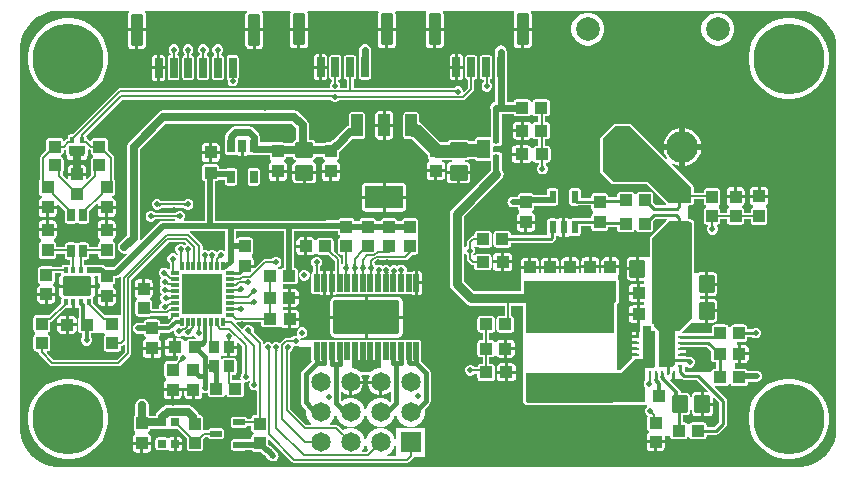
<source format=gbr>
G04*
G04 #@! TF.GenerationSoftware,Altium Limited,Altium Designer,24.7.2 (38)*
G04*
G04 Layer_Physical_Order=1*
G04 Layer_Color=12429013*
%FSLAX25Y25*%
%MOIN*%
G70*
G04*
G04 #@! TF.SameCoordinates,AB7849DE-EAC8-4354-A705-FC1E97C67EB3*
G04*
G04*
G04 #@! TF.FilePolarity,Positive*
G04*
G01*
G75*
%ADD10C,0.01968*%
%ADD11C,0.01575*%
%ADD12C,0.00984*%
%ADD15C,0.01000*%
%ADD20C,0.01181*%
%ADD21C,0.00500*%
G04:AMPARAMS|DCode=35|XSize=39.37mil|YSize=106.3mil|CornerRadius=2.95mil|HoleSize=0mil|Usage=FLASHONLY|Rotation=180.000|XOffset=0mil|YOffset=0mil|HoleType=Round|Shape=RoundedRectangle|*
%AMROUNDEDRECTD35*
21,1,0.03937,0.10039,0,0,180.0*
21,1,0.03347,0.10630,0,0,180.0*
1,1,0.00591,-0.01673,0.05020*
1,1,0.00591,0.01673,0.05020*
1,1,0.00591,0.01673,-0.05020*
1,1,0.00591,-0.01673,-0.05020*
%
%ADD35ROUNDEDRECTD35*%
G04:AMPARAMS|DCode=36|XSize=23.62mil|YSize=66.93mil|CornerRadius=1.77mil|HoleSize=0mil|Usage=FLASHONLY|Rotation=180.000|XOffset=0mil|YOffset=0mil|HoleType=Round|Shape=RoundedRectangle|*
%AMROUNDEDRECTD36*
21,1,0.02362,0.06339,0,0,180.0*
21,1,0.02008,0.06693,0,0,180.0*
1,1,0.00354,-0.01004,0.03169*
1,1,0.00354,0.01004,0.03169*
1,1,0.00354,0.01004,-0.03169*
1,1,0.00354,-0.01004,-0.03169*
%
%ADD36ROUNDEDRECTD36*%
G04:AMPARAMS|DCode=56|XSize=51.18mil|YSize=59.06mil|CornerRadius=3.84mil|HoleSize=0mil|Usage=FLASHONLY|Rotation=180.000|XOffset=0mil|YOffset=0mil|HoleType=Round|Shape=RoundedRectangle|*
%AMROUNDEDRECTD56*
21,1,0.05118,0.05138,0,0,180.0*
21,1,0.04350,0.05906,0,0,180.0*
1,1,0.00768,-0.02175,0.02569*
1,1,0.00768,0.02175,0.02569*
1,1,0.00768,0.02175,-0.02569*
1,1,0.00768,-0.02175,-0.02569*
%
%ADD56ROUNDEDRECTD56*%
G04:AMPARAMS|DCode=57|XSize=43.31mil|YSize=39.37mil|CornerRadius=2.95mil|HoleSize=0mil|Usage=FLASHONLY|Rotation=270.000|XOffset=0mil|YOffset=0mil|HoleType=Round|Shape=RoundedRectangle|*
%AMROUNDEDRECTD57*
21,1,0.04331,0.03347,0,0,270.0*
21,1,0.03740,0.03937,0,0,270.0*
1,1,0.00591,-0.01673,-0.01870*
1,1,0.00591,-0.01673,0.01870*
1,1,0.00591,0.01673,0.01870*
1,1,0.00591,0.01673,-0.01870*
%
%ADD57ROUNDEDRECTD57*%
G04:AMPARAMS|DCode=59|XSize=295.28mil|YSize=98.43mil|CornerRadius=4.92mil|HoleSize=0mil|Usage=FLASHONLY|Rotation=180.000|XOffset=0mil|YOffset=0mil|HoleType=Round|Shape=RoundedRectangle|*
%AMROUNDEDRECTD59*
21,1,0.29528,0.08858,0,0,180.0*
21,1,0.28543,0.09843,0,0,180.0*
1,1,0.00984,-0.14272,0.04429*
1,1,0.00984,0.14272,0.04429*
1,1,0.00984,0.14272,-0.04429*
1,1,0.00984,-0.14272,-0.04429*
%
%ADD59ROUNDEDRECTD59*%
G04:AMPARAMS|DCode=60|XSize=43.31mil|YSize=39.37mil|CornerRadius=2.95mil|HoleSize=0mil|Usage=FLASHONLY|Rotation=0.000|XOffset=0mil|YOffset=0mil|HoleType=Round|Shape=RoundedRectangle|*
%AMROUNDEDRECTD60*
21,1,0.04331,0.03347,0,0,0.0*
21,1,0.03740,0.03937,0,0,0.0*
1,1,0.00591,0.01870,-0.01673*
1,1,0.00591,-0.01870,-0.01673*
1,1,0.00591,-0.01870,0.01673*
1,1,0.00591,0.01870,0.01673*
%
%ADD60ROUNDEDRECTD60*%
G04:AMPARAMS|DCode=61|XSize=51.18mil|YSize=59.06mil|CornerRadius=3.84mil|HoleSize=0mil|Usage=FLASHONLY|Rotation=90.000|XOffset=0mil|YOffset=0mil|HoleType=Round|Shape=RoundedRectangle|*
%AMROUNDEDRECTD61*
21,1,0.05118,0.05138,0,0,90.0*
21,1,0.04350,0.05906,0,0,90.0*
1,1,0.00768,0.02569,0.02175*
1,1,0.00768,0.02569,-0.02175*
1,1,0.00768,-0.02569,-0.02175*
1,1,0.00768,-0.02569,0.02175*
%
%ADD61ROUNDEDRECTD61*%
G04:AMPARAMS|DCode=62|XSize=23.62mil|YSize=66.93mil|CornerRadius=1.18mil|HoleSize=0mil|Usage=FLASHONLY|Rotation=180.000|XOffset=0mil|YOffset=0mil|HoleType=Round|Shape=RoundedRectangle|*
%AMROUNDEDRECTD62*
21,1,0.02362,0.06457,0,0,180.0*
21,1,0.02126,0.06693,0,0,180.0*
1,1,0.00236,-0.01063,0.03228*
1,1,0.00236,0.01063,0.03228*
1,1,0.00236,0.01063,-0.03228*
1,1,0.00236,-0.01063,-0.03228*
%
%ADD62ROUNDEDRECTD62*%
G04:AMPARAMS|DCode=63|XSize=39.37mil|YSize=106.3mil|CornerRadius=1.97mil|HoleSize=0mil|Usage=FLASHONLY|Rotation=180.000|XOffset=0mil|YOffset=0mil|HoleType=Round|Shape=RoundedRectangle|*
%AMROUNDEDRECTD63*
21,1,0.03937,0.10236,0,0,180.0*
21,1,0.03543,0.10630,0,0,180.0*
1,1,0.00394,-0.01772,0.05118*
1,1,0.00394,0.01772,0.05118*
1,1,0.00394,0.01772,-0.05118*
1,1,0.00394,-0.01772,-0.05118*
%
%ADD63ROUNDEDRECTD63*%
G04:AMPARAMS|DCode=66|XSize=39.37mil|YSize=43.31mil|CornerRadius=2.95mil|HoleSize=0mil|Usage=FLASHONLY|Rotation=180.000|XOffset=0mil|YOffset=0mil|HoleType=Round|Shape=RoundedRectangle|*
%AMROUNDEDRECTD66*
21,1,0.03937,0.03740,0,0,180.0*
21,1,0.03347,0.04331,0,0,180.0*
1,1,0.00591,-0.01673,0.01870*
1,1,0.00591,0.01673,0.01870*
1,1,0.00591,0.01673,-0.01870*
1,1,0.00591,-0.01673,-0.01870*
%
%ADD66ROUNDEDRECTD66*%
G04:AMPARAMS|DCode=67|XSize=23.62mil|YSize=11.81mil|CornerRadius=0.59mil|HoleSize=0mil|Usage=FLASHONLY|Rotation=180.000|XOffset=0mil|YOffset=0mil|HoleType=Round|Shape=RoundedRectangle|*
%AMROUNDEDRECTD67*
21,1,0.02362,0.01063,0,0,180.0*
21,1,0.02244,0.01181,0,0,180.0*
1,1,0.00118,-0.01122,0.00532*
1,1,0.00118,0.01122,0.00532*
1,1,0.00118,0.01122,-0.00532*
1,1,0.00118,-0.01122,-0.00532*
%
%ADD67ROUNDEDRECTD67*%
G04:AMPARAMS|DCode=68|XSize=23.62mil|YSize=11.81mil|CornerRadius=0.59mil|HoleSize=0mil|Usage=FLASHONLY|Rotation=90.000|XOffset=0mil|YOffset=0mil|HoleType=Round|Shape=RoundedRectangle|*
%AMROUNDEDRECTD68*
21,1,0.02362,0.01063,0,0,90.0*
21,1,0.02244,0.01181,0,0,90.0*
1,1,0.00118,0.00532,0.01122*
1,1,0.00118,0.00532,-0.01122*
1,1,0.00118,-0.00532,-0.01122*
1,1,0.00118,-0.00532,0.01122*
%
%ADD68ROUNDEDRECTD68*%
G04:AMPARAMS|DCode=69|XSize=135.83mil|YSize=135.83mil|CornerRadius=3.4mil|HoleSize=0mil|Usage=FLASHONLY|Rotation=90.000|XOffset=0mil|YOffset=0mil|HoleType=Round|Shape=RoundedRectangle|*
%AMROUNDEDRECTD69*
21,1,0.13583,0.12903,0,0,90.0*
21,1,0.12903,0.13583,0,0,90.0*
1,1,0.00679,0.06452,0.06452*
1,1,0.00679,0.06452,-0.06452*
1,1,0.00679,-0.06452,-0.06452*
1,1,0.00679,-0.06452,0.06452*
%
%ADD69ROUNDEDRECTD69*%
G04:AMPARAMS|DCode=70|XSize=22.05mil|YSize=37.4mil|CornerRadius=1.1mil|HoleSize=0mil|Usage=FLASHONLY|Rotation=90.000|XOffset=0mil|YOffset=0mil|HoleType=Round|Shape=RoundedRectangle|*
%AMROUNDEDRECTD70*
21,1,0.02205,0.03520,0,0,90.0*
21,1,0.01984,0.03740,0,0,90.0*
1,1,0.00221,0.01760,0.00992*
1,1,0.00221,0.01760,-0.00992*
1,1,0.00221,-0.01760,-0.00992*
1,1,0.00221,-0.01760,0.00992*
%
%ADD70ROUNDEDRECTD70*%
G04:AMPARAMS|DCode=71|XSize=27.56mil|YSize=27.56mil|CornerRadius=2.07mil|HoleSize=0mil|Usage=FLASHONLY|Rotation=270.000|XOffset=0mil|YOffset=0mil|HoleType=Round|Shape=RoundedRectangle|*
%AMROUNDEDRECTD71*
21,1,0.02756,0.02343,0,0,270.0*
21,1,0.02343,0.02756,0,0,270.0*
1,1,0.00413,-0.01171,-0.01171*
1,1,0.00413,-0.01171,0.01171*
1,1,0.00413,0.01171,0.01171*
1,1,0.00413,0.01171,-0.01171*
%
%ADD71ROUNDEDRECTD71*%
G04:AMPARAMS|DCode=72|XSize=39.37mil|YSize=35.43mil|CornerRadius=1.77mil|HoleSize=0mil|Usage=FLASHONLY|Rotation=90.000|XOffset=0mil|YOffset=0mil|HoleType=Round|Shape=RoundedRectangle|*
%AMROUNDEDRECTD72*
21,1,0.03937,0.03189,0,0,90.0*
21,1,0.03583,0.03543,0,0,90.0*
1,1,0.00354,0.01595,0.01791*
1,1,0.00354,0.01595,-0.01791*
1,1,0.00354,-0.01595,-0.01791*
1,1,0.00354,-0.01595,0.01791*
%
%ADD72ROUNDEDRECTD72*%
G04:AMPARAMS|DCode=73|XSize=39.37mil|YSize=43.31mil|CornerRadius=2.95mil|HoleSize=0mil|Usage=FLASHONLY|Rotation=270.000|XOffset=0mil|YOffset=0mil|HoleType=Round|Shape=RoundedRectangle|*
%AMROUNDEDRECTD73*
21,1,0.03937,0.03740,0,0,270.0*
21,1,0.03347,0.04331,0,0,270.0*
1,1,0.00591,-0.01870,-0.01673*
1,1,0.00591,-0.01870,0.01673*
1,1,0.00591,0.01870,0.01673*
1,1,0.00591,0.01870,-0.01673*
%
%ADD73ROUNDEDRECTD73*%
G04:AMPARAMS|DCode=74|XSize=21.65mil|YSize=43.31mil|CornerRadius=1.62mil|HoleSize=0mil|Usage=FLASHONLY|Rotation=180.000|XOffset=0mil|YOffset=0mil|HoleType=Round|Shape=RoundedRectangle|*
%AMROUNDEDRECTD74*
21,1,0.02165,0.04006,0,0,180.0*
21,1,0.01841,0.04331,0,0,180.0*
1,1,0.00325,-0.00920,0.02003*
1,1,0.00325,0.00920,0.02003*
1,1,0.00325,0.00920,-0.02003*
1,1,0.00325,-0.00920,-0.02003*
%
%ADD74ROUNDEDRECTD74*%
G04:AMPARAMS|DCode=76|XSize=78.74mil|YSize=51.18mil|CornerRadius=5.12mil|HoleSize=0mil|Usage=FLASHONLY|Rotation=0.000|XOffset=0mil|YOffset=0mil|HoleType=Round|Shape=RoundedRectangle|*
%AMROUNDEDRECTD76*
21,1,0.07874,0.04095,0,0,0.0*
21,1,0.06850,0.05118,0,0,0.0*
1,1,0.01024,0.03425,-0.02047*
1,1,0.01024,-0.03425,-0.02047*
1,1,0.01024,-0.03425,0.02047*
1,1,0.01024,0.03425,0.02047*
%
%ADD76ROUNDEDRECTD76*%
G04:AMPARAMS|DCode=77|XSize=20.67mil|YSize=11.81mil|CornerRadius=0.89mil|HoleSize=0mil|Usage=FLASHONLY|Rotation=90.000|XOffset=0mil|YOffset=0mil|HoleType=Round|Shape=RoundedRectangle|*
%AMROUNDEDRECTD77*
21,1,0.02067,0.01004,0,0,90.0*
21,1,0.01890,0.01181,0,0,90.0*
1,1,0.00177,0.00502,0.00945*
1,1,0.00177,0.00502,-0.00945*
1,1,0.00177,-0.00502,-0.00945*
1,1,0.00177,-0.00502,0.00945*
%
%ADD77ROUNDEDRECTD77*%
G04:AMPARAMS|DCode=78|XSize=64.96mil|YSize=96.46mil|CornerRadius=4.87mil|HoleSize=0mil|Usage=FLASHONLY|Rotation=90.000|XOffset=0mil|YOffset=0mil|HoleType=Round|Shape=RoundedRectangle|*
%AMROUNDEDRECTD78*
21,1,0.06496,0.08671,0,0,90.0*
21,1,0.05522,0.09646,0,0,90.0*
1,1,0.00974,0.04336,0.02761*
1,1,0.00974,0.04336,-0.02761*
1,1,0.00974,-0.04336,-0.02761*
1,1,0.00974,-0.04336,0.02761*
%
%ADD78ROUNDEDRECTD78*%
G04:AMPARAMS|DCode=79|XSize=15.75mil|YSize=21.65mil|CornerRadius=0.79mil|HoleSize=0mil|Usage=FLASHONLY|Rotation=0.000|XOffset=0mil|YOffset=0mil|HoleType=Round|Shape=RoundedRectangle|*
%AMROUNDEDRECTD79*
21,1,0.01575,0.02008,0,0,0.0*
21,1,0.01417,0.02165,0,0,0.0*
1,1,0.00158,0.00709,-0.01004*
1,1,0.00158,-0.00709,-0.01004*
1,1,0.00158,-0.00709,0.01004*
1,1,0.00158,0.00709,0.01004*
%
%ADD79ROUNDEDRECTD79*%
G04:AMPARAMS|DCode=80|XSize=41.34mil|YSize=23.62mil|CornerRadius=1.18mil|HoleSize=0mil|Usage=FLASHONLY|Rotation=270.000|XOffset=0mil|YOffset=0mil|HoleType=Round|Shape=RoundedRectangle|*
%AMROUNDEDRECTD80*
21,1,0.04134,0.02126,0,0,270.0*
21,1,0.03898,0.02362,0,0,270.0*
1,1,0.00236,-0.01063,-0.01949*
1,1,0.00236,-0.01063,0.01949*
1,1,0.00236,0.01063,0.01949*
1,1,0.00236,0.01063,-0.01949*
%
%ADD80ROUNDEDRECTD80*%
G04:AMPARAMS|DCode=84|XSize=43.31mil|YSize=23.62mil|CornerRadius=1.18mil|HoleSize=0mil|Usage=FLASHONLY|Rotation=270.000|XOffset=0mil|YOffset=0mil|HoleType=Round|Shape=RoundedRectangle|*
%AMROUNDEDRECTD84*
21,1,0.04331,0.02126,0,0,270.0*
21,1,0.04095,0.02362,0,0,270.0*
1,1,0.00236,-0.01063,-0.02047*
1,1,0.00236,-0.01063,0.02047*
1,1,0.00236,0.01063,0.02047*
1,1,0.00236,0.01063,-0.02047*
%
%ADD84ROUNDEDRECTD84*%
%ADD85R,0.01772X0.00984*%
%ADD86R,0.00984X0.01772*%
%ADD87C,0.23622*%
%ADD88C,0.10630*%
%ADD89C,0.07874*%
%ADD90R,0.06500X0.06500*%
%ADD91C,0.06500*%
G04:AMPARAMS|DCode=92|XSize=59.06mil|YSize=17.72mil|CornerRadius=0.89mil|HoleSize=0mil|Usage=FLASHONLY|Rotation=270.000|XOffset=0mil|YOffset=0mil|HoleType=Round|Shape=RoundedRectangle|*
%AMROUNDEDRECTD92*
21,1,0.05906,0.01595,0,0,270.0*
21,1,0.05728,0.01772,0,0,270.0*
1,1,0.00177,-0.00797,-0.02864*
1,1,0.00177,-0.00797,0.02864*
1,1,0.00177,0.00797,0.02864*
1,1,0.00177,0.00797,-0.02864*
%
%ADD92ROUNDEDRECTD92*%
G04:AMPARAMS|DCode=93|XSize=115.75mil|YSize=221.26mil|CornerRadius=5.79mil|HoleSize=0mil|Usage=FLASHONLY|Rotation=270.000|XOffset=0mil|YOffset=0mil|HoleType=Round|Shape=RoundedRectangle|*
%AMROUNDEDRECTD93*
21,1,0.11575,0.20969,0,0,270.0*
21,1,0.10417,0.22126,0,0,270.0*
1,1,0.01158,-0.10484,-0.05209*
1,1,0.01158,-0.10484,0.05209*
1,1,0.01158,0.10484,0.05209*
1,1,0.01158,0.10484,-0.05209*
%
%ADD93ROUNDEDRECTD93*%
%AMCUSTOMSHAPE94*
4,1,12,-0.02362,-0.02165,-0.02362,-0.01181,-0.02559,-0.01181,-0.02559,0.01181,0.02559,0.01181,0.02559,-0.01181,0.02362,-0.01181,0.02362,-0.02165,0.00787,-0.02165,0.00787,-0.01181,-0.00787,-0.01181,-0.00787,-0.02165,-0.02362,-0.02165,0.0*%
%ADD94CUSTOMSHAPE94*%

G04:AMPARAMS|DCode=95|XSize=37.4mil|YSize=74.8mil|CornerRadius=1.87mil|HoleSize=0mil|Usage=FLASHONLY|Rotation=0.000|XOffset=0mil|YOffset=0mil|HoleType=Round|Shape=RoundedRectangle|*
%AMROUNDEDRECTD95*
21,1,0.03740,0.07106,0,0,0.0*
21,1,0.03366,0.07480,0,0,0.0*
1,1,0.00374,0.01683,-0.03553*
1,1,0.00374,-0.01683,-0.03553*
1,1,0.00374,-0.01683,0.03553*
1,1,0.00374,0.01683,0.03553*
%
%ADD95ROUNDEDRECTD95*%
G04:AMPARAMS|DCode=96|XSize=74.8mil|YSize=127.95mil|CornerRadius=3.74mil|HoleSize=0mil|Usage=FLASHONLY|Rotation=270.000|XOffset=0mil|YOffset=0mil|HoleType=Round|Shape=RoundedRectangle|*
%AMROUNDEDRECTD96*
21,1,0.07480,0.12047,0,0,270.0*
21,1,0.06732,0.12795,0,0,270.0*
1,1,0.00748,-0.06024,-0.03366*
1,1,0.00748,-0.06024,0.03366*
1,1,0.00748,0.06024,0.03366*
1,1,0.00748,0.06024,-0.03366*
%
%ADD96ROUNDEDRECTD96*%
%AMCUSTOMSHAPE97*
4,1,8,-0.02953,0.00787,-0.01968,0.00787,-0.01968,0.03150,0.02362,0.03150,0.02362,-0.03150,-0.01968,-0.03150,-0.01968,-0.00787,-0.02953,-0.00787,-0.02953,0.00787,0.0*%
%ADD97CUSTOMSHAPE97*%

G04:AMPARAMS|DCode=98|XSize=15.75mil|YSize=19.68mil|CornerRadius=0.79mil|HoleSize=0mil|Usage=FLASHONLY|Rotation=90.000|XOffset=0mil|YOffset=0mil|HoleType=Round|Shape=RoundedRectangle|*
%AMROUNDEDRECTD98*
21,1,0.01575,0.01811,0,0,90.0*
21,1,0.01417,0.01968,0,0,90.0*
1,1,0.00158,0.00906,0.00709*
1,1,0.00158,0.00906,-0.00709*
1,1,0.00158,-0.00906,-0.00709*
1,1,0.00158,-0.00906,0.00709*
%
%ADD98ROUNDEDRECTD98*%
%AMCUSTOMSHAPE99*
4,1,6,0.02618,0.06142,0.02618,-0.05138,0.02097,-0.05659,0.01614,-0.06142,-0.02618,-0.06142,-0.02618,0.06142,0.02618,0.06142,0.0*%
%ADD99CUSTOMSHAPE99*%

%AMCUSTOMSHAPE100*
4,1,4,0.01870,0.06142,-0.01870,0.06142,-0.01870,-0.06142,0.01870,-0.06142,0.01870,0.06142,0.0*%
%ADD100CUSTOMSHAPE100*%

%ADD101C,0.03150*%
%ADD102C,0.02362*%
%ADD103C,0.01339*%
%ADD104C,0.01260*%
%ADD105C,0.04331*%
%ADD106C,0.02756*%
%ADD107C,0.01968*%
G36*
X166941Y337780D02*
X167048Y337430D01*
X166953Y337367D01*
X166667Y336938D01*
X166566Y336433D01*
Y331913D01*
X169560D01*
X172554D01*
Y336433D01*
X172453Y336938D01*
X172167Y337367D01*
X172072Y337430D01*
X172178Y337780D01*
X206115Y337780D01*
X206221Y337430D01*
X206126Y337367D01*
X205840Y336938D01*
X205739Y336433D01*
Y331913D01*
X208733D01*
X211727D01*
Y336433D01*
X211627Y336938D01*
X211340Y337367D01*
X211245Y337430D01*
X211352Y337780D01*
X220617D01*
X220794Y337430D01*
X220625Y337177D01*
X220532Y336710D01*
Y332092D01*
X223524D01*
X226516D01*
Y336710D01*
X226423Y337177D01*
X226254Y337430D01*
X226430Y337780D01*
X249948D01*
X250124Y337430D01*
X249955Y337177D01*
X249862Y336710D01*
Y332092D01*
X252854D01*
X255846D01*
Y336710D01*
X255753Y337177D01*
X255584Y337430D01*
X255761Y337780D01*
X265893D01*
X266069Y337430D01*
X265900Y337177D01*
X265807Y336710D01*
Y332092D01*
X268799D01*
X271791D01*
Y336710D01*
X271698Y337177D01*
X271529Y337430D01*
X271706Y337780D01*
X295223D01*
X295400Y337430D01*
X295231Y337177D01*
X295138Y336710D01*
Y332092D01*
X298130D01*
X301122D01*
Y336710D01*
X301029Y337177D01*
X300860Y337430D01*
X301036Y337780D01*
X390102Y337780D01*
X390930D01*
X392573Y337564D01*
X394173Y337135D01*
X395704Y336501D01*
X397139Y335672D01*
X398453Y334664D01*
X399624Y333492D01*
X400633Y332178D01*
X401461Y330743D01*
X402096Y329212D01*
X402524Y327612D01*
X402740Y325969D01*
X402740Y325141D01*
X402740Y198481D01*
Y197653D01*
X402524Y196010D01*
X402096Y194410D01*
X401461Y192879D01*
X400633Y191444D01*
X399624Y190130D01*
X398453Y188958D01*
X397138Y187950D01*
X395704Y187121D01*
X394173Y186487D01*
X392573Y186058D01*
X390930Y185842D01*
X390102Y185842D01*
X143363Y185842D01*
X142535D01*
X140892Y186058D01*
X139292Y186487D01*
X137761Y187121D01*
X136326Y187950D01*
X135012Y188958D01*
X133840Y190130D01*
X132832Y191444D01*
X132003Y192879D01*
X131369Y194410D01*
X130940Y196010D01*
X130724Y197653D01*
X130724Y198481D01*
X130724Y324803D01*
X130724Y325141D01*
Y325969D01*
X130940Y327612D01*
X131369Y329212D01*
X132003Y330743D01*
X132832Y332178D01*
X133840Y333492D01*
X135012Y334664D01*
X136326Y335672D01*
X137761Y336501D01*
X139292Y337135D01*
X140892Y337564D01*
X142535Y337780D01*
X143363Y337780D01*
X166941D01*
D02*
G37*
%LPC*%
G36*
X363915Y337205D02*
X362463D01*
X361062Y336829D01*
X359805Y336104D01*
X358778Y335077D01*
X358053Y333820D01*
X357677Y332419D01*
Y330967D01*
X358053Y329565D01*
X358778Y328309D01*
X359805Y327282D01*
X361062Y326557D01*
X362463Y326181D01*
X363915D01*
X365317Y326557D01*
X366573Y327282D01*
X367600Y328309D01*
X368325Y329565D01*
X368701Y330967D01*
Y332419D01*
X368325Y333820D01*
X367600Y335077D01*
X366573Y336104D01*
X365317Y336829D01*
X363915Y337205D01*
D02*
G37*
G36*
X320607D02*
X319156D01*
X317754Y336829D01*
X316498Y336104D01*
X315471Y335077D01*
X314746Y333820D01*
X314370Y332419D01*
Y330967D01*
X314746Y329565D01*
X315471Y328309D01*
X316498Y327282D01*
X317754Y326557D01*
X319156Y326181D01*
X320607D01*
X322009Y326557D01*
X323266Y327282D01*
X324292Y328309D01*
X325018Y329565D01*
X325394Y330967D01*
Y332419D01*
X325018Y333820D01*
X324292Y335077D01*
X323266Y336104D01*
X322009Y336829D01*
X320607Y337205D01*
D02*
G37*
G36*
X301122Y331092D02*
X298630D01*
Y325253D01*
X299902D01*
X300369Y325346D01*
X300764Y325611D01*
X301029Y326007D01*
X301122Y326474D01*
Y331092D01*
D02*
G37*
G36*
X297630D02*
X295138D01*
Y326474D01*
X295231Y326007D01*
X295495Y325611D01*
X295891Y325346D01*
X296358Y325253D01*
X297630D01*
Y331092D01*
D02*
G37*
G36*
X271791D02*
X269299D01*
Y325253D01*
X270571D01*
X271038Y325346D01*
X271434Y325611D01*
X271698Y326007D01*
X271791Y326474D01*
Y331092D01*
D02*
G37*
G36*
X268299D02*
X265807D01*
Y326474D01*
X265900Y326007D01*
X266165Y325611D01*
X266561Y325346D01*
X267028Y325253D01*
X268299D01*
Y331092D01*
D02*
G37*
G36*
X255846D02*
X253354D01*
Y325253D01*
X254626D01*
X255093Y325346D01*
X255489Y325611D01*
X255753Y326007D01*
X255846Y326474D01*
Y331092D01*
D02*
G37*
G36*
X252354D02*
X249862D01*
Y326474D01*
X249955Y326007D01*
X250220Y325611D01*
X250616Y325346D01*
X251083Y325253D01*
X252354D01*
Y331092D01*
D02*
G37*
G36*
X226516D02*
X224024D01*
Y325253D01*
X225295D01*
X225762Y325346D01*
X226158Y325611D01*
X226423Y326007D01*
X226516Y326474D01*
Y331092D01*
D02*
G37*
G36*
X223024D02*
X220532D01*
Y326474D01*
X220625Y326007D01*
X220889Y325611D01*
X221285Y325346D01*
X221752Y325253D01*
X223024D01*
Y331092D01*
D02*
G37*
G36*
X211727Y330913D02*
X209233D01*
Y325073D01*
X210406D01*
X210912Y325173D01*
X211340Y325460D01*
X211627Y325888D01*
X211727Y326393D01*
Y330913D01*
D02*
G37*
G36*
X208233D02*
X205739D01*
Y326393D01*
X205840Y325888D01*
X206126Y325460D01*
X206555Y325173D01*
X207060Y325073D01*
X208233D01*
Y330913D01*
D02*
G37*
G36*
X172554D02*
X170060D01*
Y325073D01*
X171233D01*
X171739Y325173D01*
X172167Y325460D01*
X172453Y325888D01*
X172554Y326393D01*
Y330913D01*
D02*
G37*
G36*
X169060D02*
X166566D01*
Y326393D01*
X166667Y325888D01*
X166953Y325460D01*
X167381Y325173D01*
X167887Y325073D01*
X169060D01*
Y330913D01*
D02*
G37*
G36*
X277146Y323362D02*
X276583D01*
Y319493D01*
X278286D01*
Y322222D01*
X278199Y322658D01*
X277952Y323028D01*
X277582Y323275D01*
X277146Y323362D01*
D02*
G37*
G36*
X231870D02*
X231307D01*
Y319493D01*
X233010D01*
Y322222D01*
X232923Y322658D01*
X232676Y323028D01*
X232306Y323275D01*
X231870Y323362D01*
D02*
G37*
G36*
X230307D02*
X229744D01*
X229308Y323275D01*
X228938Y323028D01*
X228691Y322658D01*
X228604Y322222D01*
Y319493D01*
X230307D01*
Y323362D01*
D02*
G37*
G36*
X275583D02*
X275020D01*
X274583Y323275D01*
X274214Y323028D01*
X273966Y322658D01*
X273880Y322222D01*
Y319493D01*
X275583D01*
Y323362D01*
D02*
G37*
G36*
X177847Y323184D02*
X177343D01*
Y319315D01*
X179048D01*
Y321984D01*
X178956Y322443D01*
X178696Y322833D01*
X178307Y323093D01*
X177847Y323184D01*
D02*
G37*
G36*
X176343D02*
X175839D01*
X175380Y323093D01*
X174991Y322833D01*
X174731Y322443D01*
X174639Y321984D01*
Y319315D01*
X176343D01*
Y323184D01*
D02*
G37*
G36*
X245579Y326737D02*
X244810Y326584D01*
X244159Y326149D01*
X244152Y326142D01*
X243717Y325490D01*
X243564Y324722D01*
Y318993D01*
X243585Y318889D01*
Y315765D01*
X243655Y315412D01*
X243855Y315112D01*
X244155Y314912D01*
X244508Y314842D01*
X246634D01*
X246987Y314912D01*
X247287Y315112D01*
X247487Y315412D01*
X247557Y315765D01*
Y318889D01*
X247578Y318993D01*
Y324692D01*
X247586Y324730D01*
X247433Y325498D01*
X246998Y326149D01*
X246347Y326584D01*
X245579Y326737D01*
D02*
G37*
G36*
X196809Y326575D02*
X196104D01*
X195453Y326305D01*
X194955Y325807D01*
X194685Y325155D01*
Y324451D01*
X194955Y323800D01*
X195152Y323602D01*
X195192Y323541D01*
X195260Y323470D01*
X195306Y323419D01*
X195341Y323373D01*
X195367Y323335D01*
X195385Y323304D01*
X195395Y323281D01*
X195399Y323271D01*
Y322942D01*
X195148Y322892D01*
X194829Y322679D01*
X194616Y322360D01*
X194541Y321984D01*
Y315645D01*
X194616Y315269D01*
X194829Y314950D01*
X195148Y314737D01*
X195525Y314662D01*
X197532D01*
X197909Y314737D01*
X198228Y314950D01*
X198441Y315269D01*
X198516Y315645D01*
Y321984D01*
X198441Y322360D01*
X198228Y322679D01*
X197909Y322892D01*
X197613Y322951D01*
X197574Y323088D01*
X197529Y323278D01*
X197529Y323304D01*
X197547Y323335D01*
X197573Y323373D01*
X197608Y323419D01*
X197653Y323470D01*
X197722Y323541D01*
X197761Y323602D01*
X197959Y323800D01*
X198228Y324451D01*
Y325155D01*
X197959Y325807D01*
X197460Y326305D01*
X196809Y326575D01*
D02*
G37*
G36*
X192085D02*
X191380D01*
X190729Y326305D01*
X190230Y325807D01*
X189961Y325155D01*
Y324451D01*
X190230Y323800D01*
X190428Y323602D01*
X190468Y323541D01*
X190536Y323470D01*
X190581Y323419D01*
X190616Y323373D01*
X190642Y323335D01*
X190660Y323304D01*
X190647Y323224D01*
X190531Y322953D01*
X190227Y322892D01*
X189908Y322679D01*
X189695Y322360D01*
X189620Y321984D01*
Y315645D01*
X189695Y315269D01*
X189908Y314950D01*
X190227Y314737D01*
X190603Y314662D01*
X192611D01*
X192987Y314737D01*
X193307Y314950D01*
X193520Y315269D01*
X193595Y315645D01*
Y321984D01*
X193520Y322360D01*
X193307Y322679D01*
X192987Y322892D01*
X192790Y322932D01*
Y323271D01*
X192794Y323281D01*
X192804Y323304D01*
X192822Y323335D01*
X192848Y323373D01*
X192883Y323419D01*
X192928Y323470D01*
X192997Y323541D01*
X193037Y323602D01*
X193234Y323800D01*
X193504Y324451D01*
Y325155D01*
X193234Y325807D01*
X192736Y326305D01*
X192085Y326575D01*
D02*
G37*
G36*
X186967D02*
X186262D01*
X185611Y326305D01*
X185112Y325807D01*
X184843Y325155D01*
Y324451D01*
X185112Y323800D01*
X185310Y323602D01*
X185349Y323541D01*
X185418Y323470D01*
X185463Y323419D01*
X185498Y323373D01*
X185524Y323335D01*
X185542Y323304D01*
X185553Y323281D01*
X185556Y323271D01*
Y322942D01*
X185306Y322892D01*
X184986Y322679D01*
X184773Y322360D01*
X184698Y321984D01*
Y315645D01*
X184773Y315269D01*
X184986Y314950D01*
X185306Y314737D01*
X185682Y314662D01*
X187690D01*
X188066Y314737D01*
X188385Y314950D01*
X188598Y315269D01*
X188673Y315645D01*
Y321984D01*
X188598Y322360D01*
X188385Y322679D01*
X188066Y322892D01*
X187771Y322951D01*
X187731Y323088D01*
X187687Y323278D01*
X187686Y323304D01*
X187704Y323335D01*
X187730Y323373D01*
X187765Y323419D01*
X187810Y323470D01*
X187879Y323541D01*
X187919Y323602D01*
X188116Y323800D01*
X188386Y324451D01*
Y325155D01*
X188116Y325807D01*
X187618Y326305D01*
X186967Y326575D01*
D02*
G37*
G36*
X182242D02*
X181537D01*
X180886Y326305D01*
X180388Y325807D01*
X180118Y325155D01*
Y324451D01*
X180388Y323800D01*
X180585Y323602D01*
X180625Y323541D01*
X180694Y323470D01*
X180739Y323419D01*
X180774Y323373D01*
X180800Y323335D01*
X180818Y323304D01*
X180804Y323224D01*
X180688Y322953D01*
X180384Y322892D01*
X180065Y322679D01*
X179852Y322360D01*
X179777Y321984D01*
Y315645D01*
X179852Y315269D01*
X180065Y314950D01*
X180384Y314737D01*
X180761Y314662D01*
X182769D01*
X183145Y314737D01*
X183464Y314950D01*
X183677Y315269D01*
X183752Y315645D01*
Y321984D01*
X183677Y322360D01*
X183464Y322679D01*
X183145Y322892D01*
X182948Y322932D01*
Y323271D01*
X182951Y323281D01*
X182962Y323304D01*
X182980Y323335D01*
X183006Y323373D01*
X183041Y323419D01*
X183086Y323470D01*
X183154Y323541D01*
X183194Y323602D01*
X183392Y323800D01*
X183661Y324451D01*
Y325155D01*
X183392Y325807D01*
X182893Y326305D01*
X182242Y326575D01*
D02*
G37*
G36*
X278286Y318493D02*
X276583D01*
Y314625D01*
X277146D01*
X277582Y314712D01*
X277952Y314959D01*
X278199Y315329D01*
X278286Y315765D01*
Y318493D01*
D02*
G37*
G36*
X275583D02*
X273880D01*
Y315765D01*
X273966Y315329D01*
X274214Y314959D01*
X274583Y314712D01*
X275020Y314625D01*
X275583D01*
Y318493D01*
D02*
G37*
G36*
X233010D02*
X231307D01*
Y314625D01*
X231870D01*
X232306Y314712D01*
X232676Y314959D01*
X232923Y315329D01*
X233010Y315765D01*
Y318493D01*
D02*
G37*
G36*
X230307D02*
X228604D01*
Y315765D01*
X228691Y315329D01*
X228938Y314959D01*
X229308Y314712D01*
X229744Y314625D01*
X230307D01*
Y318493D01*
D02*
G37*
G36*
X179048Y318315D02*
X177343D01*
Y314445D01*
X177847D01*
X178307Y314536D01*
X178696Y314797D01*
X178956Y315186D01*
X179048Y315645D01*
Y318315D01*
D02*
G37*
G36*
X176343D02*
X174639D01*
Y315645D01*
X174731Y315186D01*
X174991Y314797D01*
X175380Y314536D01*
X175839Y314445D01*
X176343D01*
Y318315D01*
D02*
G37*
G36*
X202454Y322967D02*
X200446D01*
X200069Y322892D01*
X199750Y322679D01*
X199537Y322360D01*
X199462Y321984D01*
Y315645D01*
X199537Y315269D01*
X199750Y314950D01*
X199875Y314867D01*
X199803Y314693D01*
Y313988D01*
X200073Y313337D01*
X200571Y312839D01*
X201222Y312569D01*
X201927D01*
X202578Y312839D01*
X203077Y313337D01*
X203346Y313988D01*
Y314693D01*
X203205Y315034D01*
X203362Y315269D01*
X203437Y315645D01*
Y321984D01*
X203362Y322360D01*
X203149Y322679D01*
X202830Y322892D01*
X202454Y322967D01*
D02*
G37*
G36*
X282067Y323145D02*
X279941D01*
X279588Y323075D01*
X279288Y322874D01*
X279088Y322575D01*
X279018Y322222D01*
Y315765D01*
X279088Y315412D01*
X279288Y315112D01*
X279588Y314912D01*
X279941Y314842D01*
X279946D01*
Y312151D01*
X278628Y310833D01*
X278305Y310967D01*
Y311179D01*
X278035Y311830D01*
X277537Y312329D01*
X276886Y312598D01*
X276181D01*
X275530Y312329D01*
X275283Y312081D01*
X241806D01*
Y314860D01*
X242066Y314912D01*
X242365Y315112D01*
X242566Y315412D01*
X242636Y315765D01*
Y322222D01*
X242566Y322575D01*
X242365Y322874D01*
X242066Y323075D01*
X241713Y323145D01*
X239587D01*
X239233Y323075D01*
X238934Y322874D01*
X238734Y322575D01*
X238663Y322222D01*
Y315765D01*
X238734Y315412D01*
X238934Y315112D01*
X239233Y314912D01*
X239587Y314842D01*
X239690D01*
Y312081D01*
X237567D01*
X237372Y312372D01*
X237402Y312443D01*
Y313148D01*
X237132Y313799D01*
X236688Y314243D01*
Y314842D01*
X236791D01*
X237145Y314912D01*
X237444Y315112D01*
X237644Y315412D01*
X237715Y315765D01*
Y322222D01*
X237644Y322575D01*
X237444Y322874D01*
X237145Y323075D01*
X236791Y323145D01*
X234665D01*
X234312Y323075D01*
X234013Y322874D01*
X233812Y322575D01*
X233742Y322222D01*
Y315765D01*
X233812Y315412D01*
X234013Y315112D01*
X234312Y314912D01*
X234572Y314860D01*
Y314243D01*
X234128Y313799D01*
X233858Y313148D01*
Y312443D01*
X233888Y312372D01*
X233693Y312081D01*
X164075D01*
X163670Y312001D01*
X163327Y311771D01*
X148127Y296572D01*
X147323D01*
X146985Y296505D01*
X146698Y296313D01*
X146507Y296027D01*
X146440Y295689D01*
Y294961D01*
X146089Y294891D01*
X145746Y294662D01*
X145427Y294343D01*
X145047Y294458D01*
X145016Y294615D01*
X144777Y294973D01*
X144419Y295213D01*
X143996Y295297D01*
X140256D01*
X139833Y295213D01*
X139475Y294973D01*
X139236Y294615D01*
X139152Y294193D01*
Y291238D01*
X137441Y289528D01*
X137212Y289184D01*
X137131Y288779D01*
Y281320D01*
X137071Y281229D01*
X136987Y280807D01*
Y277067D01*
X137071Y276644D01*
X137310Y276286D01*
X137668Y276047D01*
X137789Y276023D01*
Y275375D01*
X137585Y275334D01*
X137157Y275048D01*
X136870Y274620D01*
X136770Y274114D01*
Y272744D01*
X139764D01*
X142758D01*
Y273498D01*
X143081Y273632D01*
X145652Y271061D01*
Y267736D01*
X145722Y267383D01*
X145922Y267083D01*
X146221Y266883D01*
X146575Y266813D01*
X148701D01*
X149054Y266883D01*
X149354Y267083D01*
X149396Y267146D01*
X149817D01*
X149859Y267083D01*
X150159Y266883D01*
X150512Y266813D01*
X152638D01*
X152991Y266883D01*
X153291Y267083D01*
X153491Y267383D01*
X153561Y267736D01*
Y271061D01*
X156132Y273632D01*
X156455Y273498D01*
Y272744D01*
X159449D01*
X162443D01*
Y274114D01*
X162342Y274620D01*
X162056Y275048D01*
X161627Y275334D01*
X161373Y275385D01*
Y276013D01*
X161545Y276047D01*
X161903Y276286D01*
X162142Y276644D01*
X162226Y277067D01*
Y280807D01*
X162142Y281229D01*
X162072Y281334D01*
Y288789D01*
X161992Y289193D01*
X161762Y289537D01*
X160061Y291238D01*
Y294193D01*
X159976Y294615D01*
X159737Y294973D01*
X159379Y295213D01*
X158957Y295297D01*
X155217D01*
X154794Y295213D01*
X154436Y294973D01*
X154197Y294615D01*
X154165Y294458D01*
X153786Y294343D01*
X153466Y294662D01*
X153123Y294891D01*
X152773Y294961D01*
Y295689D01*
X152706Y296027D01*
X152680Y296066D01*
X164808Y308194D01*
X234069D01*
X234128Y308052D01*
X234626Y307553D01*
X235278Y307283D01*
X235982D01*
X236633Y307553D01*
X237078Y307997D01*
X278346D01*
X278751Y308078D01*
X279094Y308307D01*
X281752Y310965D01*
X281981Y311308D01*
X282062Y311713D01*
Y314842D01*
X282067D01*
X282420Y314912D01*
X282720Y315112D01*
X282920Y315412D01*
X282990Y315765D01*
Y322222D01*
X282920Y322575D01*
X282720Y322874D01*
X282420Y323075D01*
X282067Y323145D01*
D02*
G37*
G36*
X286988D02*
X284862D01*
X284509Y323075D01*
X284209Y322874D01*
X284009Y322575D01*
X283939Y322222D01*
Y315765D01*
X284009Y315412D01*
X284209Y315112D01*
X284509Y314912D01*
X284862Y314842D01*
X285163D01*
Y314046D01*
X284718Y313602D01*
X284449Y312951D01*
Y312246D01*
X284718Y311595D01*
X285217Y311097D01*
X285868Y310827D01*
X286573D01*
X287224Y311097D01*
X287722Y311595D01*
X287992Y312246D01*
Y312951D01*
X287722Y313602D01*
X287278Y314046D01*
Y314899D01*
X287341Y314912D01*
X287641Y315112D01*
X287841Y315412D01*
X287911Y315765D01*
Y322222D01*
X287841Y322575D01*
X287641Y322874D01*
X287341Y323075D01*
X286988Y323145D01*
D02*
G37*
G36*
X387864Y335236D02*
X385757D01*
X383677Y334907D01*
X381673Y334256D01*
X379795Y333299D01*
X378091Y332061D01*
X376601Y330571D01*
X375362Y328866D01*
X374406Y326989D01*
X373755Y324985D01*
X373425Y322904D01*
Y320797D01*
X373755Y318716D01*
X374406Y316712D01*
X375362Y314835D01*
X376601Y313130D01*
X378091Y311640D01*
X379795Y310402D01*
X381673Y309445D01*
X383677Y308794D01*
X385757Y308465D01*
X387864D01*
X389946Y308794D01*
X391949Y309445D01*
X393827Y310402D01*
X395531Y311640D01*
X397021Y313130D01*
X398260Y314835D01*
X399216Y316712D01*
X399867Y318716D01*
X400197Y320797D01*
Y322904D01*
X399867Y324985D01*
X399216Y326989D01*
X398260Y328866D01*
X397021Y330571D01*
X395531Y332061D01*
X393827Y333299D01*
X391949Y334256D01*
X389946Y334907D01*
X387864Y335236D01*
D02*
G37*
G36*
X147707D02*
X145600D01*
X143519Y334907D01*
X141515Y334256D01*
X139638Y333299D01*
X137933Y332061D01*
X136443Y330571D01*
X135205Y328866D01*
X134248Y326989D01*
X133597Y324985D01*
X133268Y322904D01*
Y320797D01*
X133597Y318716D01*
X134248Y316712D01*
X135205Y314835D01*
X136443Y313130D01*
X137933Y311640D01*
X139638Y310402D01*
X141515Y309445D01*
X143519Y308794D01*
X145600Y308465D01*
X147707D01*
X149788Y308794D01*
X151792Y309445D01*
X153669Y310402D01*
X155374Y311640D01*
X156864Y313130D01*
X158102Y314835D01*
X159059Y316712D01*
X159710Y318716D01*
X160039Y320797D01*
Y322904D01*
X159710Y324985D01*
X159059Y326989D01*
X158102Y328866D01*
X156864Y330571D01*
X155374Y332061D01*
X153669Y333299D01*
X151792Y334256D01*
X149788Y334907D01*
X147707Y335236D01*
D02*
G37*
G36*
X253652Y304370D02*
X252468D01*
Y300106D01*
X254862D01*
Y303159D01*
X254770Y303623D01*
X254507Y304015D01*
X254115Y304278D01*
X253652Y304370D01*
D02*
G37*
G36*
X251468D02*
X250285D01*
X249822Y304278D01*
X249430Y304015D01*
X249167Y303623D01*
X249075Y303159D01*
Y300106D01*
X251468D01*
Y304370D01*
D02*
G37*
G36*
X297532Y300848D02*
X296161D01*
X295656Y300747D01*
X295228Y300461D01*
X294941Y300033D01*
X294841Y299527D01*
Y298354D01*
X297532D01*
Y300848D01*
D02*
G37*
G36*
Y297354D02*
X294841D01*
Y296181D01*
X294941Y295675D01*
X295228Y295247D01*
X295656Y294961D01*
X296161Y294860D01*
X297532D01*
Y297354D01*
D02*
G37*
G36*
X254862Y299106D02*
X252468D01*
Y294843D01*
X253652D01*
X254115Y294935D01*
X254507Y295197D01*
X254770Y295590D01*
X254862Y296053D01*
Y299106D01*
D02*
G37*
G36*
X251468D02*
X249075D01*
Y296053D01*
X249167Y295590D01*
X249430Y295197D01*
X249822Y294935D01*
X250285Y294843D01*
X251468D01*
Y299106D01*
D02*
G37*
G36*
X290876Y326214D02*
X290108Y326061D01*
X289457Y325626D01*
X289427Y325596D01*
X288992Y324945D01*
X288839Y324177D01*
Y318993D01*
X288842Y318982D01*
X288839Y318971D01*
Y316293D01*
X288818Y316183D01*
Y307356D01*
X288602Y307313D01*
X287951Y306878D01*
X287516Y306227D01*
X287363Y305459D01*
X287516Y304691D01*
X287564Y304619D01*
Y295818D01*
X287402Y295685D01*
X283071D01*
X282764Y295624D01*
X282503Y295450D01*
X282329Y295189D01*
X282268Y294882D01*
Y294317D01*
X280213D01*
X280185Y294358D01*
X279798Y294617D01*
X279341Y294708D01*
X274203D01*
X273746Y294617D01*
X273358Y294358D01*
X273182Y294095D01*
X270593D01*
X264550Y300137D01*
X263934Y300611D01*
X263700Y300707D01*
Y303159D01*
X263625Y303540D01*
X263409Y303862D01*
X263087Y304077D01*
X262707Y304153D01*
X259341D01*
X258960Y304077D01*
X258638Y303862D01*
X258423Y303540D01*
X258347Y303159D01*
Y298080D01*
X258341Y298031D01*
X258347Y297983D01*
Y296053D01*
X258423Y295673D01*
X258638Y295351D01*
X258960Y295135D01*
X259341Y295060D01*
X261205D01*
X266444Y289820D01*
Y289247D01*
X266528Y288824D01*
X266767Y288466D01*
X266969Y288331D01*
Y287465D01*
X266614Y287228D01*
X266328Y286799D01*
X266227Y286294D01*
Y284924D01*
X269221D01*
X272215D01*
Y286294D01*
X272114Y286799D01*
X271828Y287228D01*
X271400Y287514D01*
X271290Y287536D01*
Y288139D01*
X273628D01*
X273746Y288060D01*
X274203Y287969D01*
X274450D01*
Y287444D01*
X274203D01*
X273663Y287337D01*
X273205Y287031D01*
X272899Y286573D01*
X272792Y286034D01*
Y284358D01*
X276772D01*
X280751D01*
Y286034D01*
X280644Y286573D01*
X280338Y287031D01*
X279880Y287337D01*
X279341Y287444D01*
X278771D01*
Y287969D01*
X279341D01*
X279798Y288060D01*
X280185Y288319D01*
X280213Y288360D01*
X282312D01*
X282329Y288275D01*
X282503Y288015D01*
X282764Y287841D01*
X283071Y287780D01*
X287402D01*
X287557Y287652D01*
Y284861D01*
X274478Y271782D01*
X273956Y271000D01*
X273773Y270079D01*
Y246758D01*
X273956Y245837D01*
X274478Y245055D01*
X279295Y240238D01*
X280076Y239716D01*
X280998Y239533D01*
X292249D01*
Y236045D01*
X290453D01*
X290030Y235961D01*
X289672Y235721D01*
X289433Y235363D01*
X289349Y234941D01*
Y231594D01*
X289433Y231172D01*
X289672Y230814D01*
X290030Y230575D01*
X290453Y230491D01*
X294193D01*
X294615Y230575D01*
X294973Y230814D01*
X295213Y231172D01*
X295297Y231594D01*
Y234941D01*
X295213Y235363D01*
X294973Y235721D01*
X294615Y235961D01*
X294365Y236011D01*
Y239533D01*
X298379D01*
Y238779D01*
X298400Y238673D01*
Y231004D01*
X298410Y230956D01*
Y230512D01*
X298414Y230489D01*
X298400Y230472D01*
X298400D01*
X298400Y217086D01*
X298410D01*
Y216682D01*
X298400Y216634D01*
Y207776D01*
X298410Y207727D01*
Y207283D01*
X298471Y206976D01*
X298645Y206716D01*
X298905Y206542D01*
X299213Y206481D01*
X299656D01*
X299705Y206471D01*
X328248D01*
X328296Y206481D01*
X334986D01*
X335014Y206475D01*
X338754D01*
X338783Y206481D01*
X338826D01*
X339123Y206540D01*
X339134Y206541D01*
X339220Y206519D01*
X339250Y206504D01*
X339473Y206336D01*
Y205602D01*
X339246Y205376D01*
X338976Y204724D01*
Y204020D01*
X339246Y203368D01*
X339473Y203142D01*
Y203063D01*
X339551D01*
X339744Y202870D01*
X339775Y202858D01*
X339827Y202686D01*
X339743Y202264D01*
Y198524D01*
X339827Y198101D01*
X340066Y197743D01*
X340364Y197544D01*
Y197189D01*
X340341Y197185D01*
X339913Y196898D01*
X339626Y196470D01*
X339526Y195965D01*
Y194595D01*
X342520D01*
X345514D01*
Y195965D01*
X345602Y196073D01*
X347240D01*
X347307Y195739D01*
X347546Y195381D01*
X347904Y195142D01*
X348327Y195057D01*
X352067D01*
X352489Y195142D01*
X352848Y195381D01*
X353047Y195679D01*
X353646D01*
X353845Y195381D01*
X354204Y195142D01*
X354626Y195057D01*
X358366D01*
X358789Y195142D01*
X359147Y195381D01*
X359386Y195739D01*
X359470Y196161D01*
Y196522D01*
X362598D01*
X363101Y196622D01*
X363527Y196906D01*
X365889Y199269D01*
X366173Y199695D01*
X366273Y200197D01*
Y207874D01*
X366173Y208376D01*
X365889Y208802D01*
X362267Y212424D01*
X362412Y212774D01*
X365846D01*
X366269Y212858D01*
X366627Y213097D01*
X366826Y213396D01*
X367426D01*
X367625Y213097D01*
X367983Y212858D01*
X368406Y212774D01*
X372146D01*
X372568Y212858D01*
X372926Y213097D01*
X373165Y213456D01*
X373250Y213878D01*
Y214139D01*
X376181D01*
X376356Y214173D01*
X376534D01*
X376698Y214241D01*
X376872Y214276D01*
X377020Y214375D01*
X377185Y214443D01*
X377310Y214569D01*
X377458Y214668D01*
X377557Y214815D01*
X377683Y214941D01*
X377751Y215106D01*
X377850Y215254D01*
X377885Y215428D01*
X377953Y215593D01*
Y215770D01*
X377988Y215945D01*
X377953Y216119D01*
Y216297D01*
X377885Y216462D01*
X377850Y216636D01*
X377751Y216784D01*
X377683Y216948D01*
X377557Y217074D01*
X377458Y217222D01*
X377310Y217321D01*
X377185Y217447D01*
X377020Y217515D01*
X376872Y217614D01*
X376698Y217649D01*
X376534Y217717D01*
X376356D01*
X376181Y217751D01*
X373096D01*
X372926Y218005D01*
X372568Y218244D01*
X372146Y218328D01*
X368852D01*
Y220431D01*
X369776D01*
Y223425D01*
Y226419D01*
X369721D01*
Y227341D01*
X371949D01*
X372371Y227425D01*
X372729Y227664D01*
X372969Y228022D01*
X373053Y228445D01*
Y229002D01*
X374594D01*
X374784Y228813D01*
X375435Y228543D01*
X376140D01*
X376791Y228813D01*
X377289Y229311D01*
X377559Y229963D01*
Y230667D01*
X377289Y231318D01*
X376791Y231817D01*
X376140Y232087D01*
X375435D01*
X374784Y231817D01*
X374594Y231628D01*
X373053D01*
Y232185D01*
X372969Y232608D01*
X372729Y232966D01*
X372371Y233205D01*
X371949Y233289D01*
X368602D01*
X368180Y233205D01*
X367822Y232966D01*
X367583Y232608D01*
X367557Y232480D01*
X366695D01*
X366670Y232608D01*
X366430Y232966D01*
X366072Y233205D01*
X365650Y233289D01*
X362303D01*
X361881Y233205D01*
X361523Y232966D01*
X361283Y232608D01*
X361199Y232185D01*
Y230408D01*
X351309D01*
X351164Y230758D01*
X354182Y233776D01*
X354516Y233815D01*
Y233815D01*
X357251D01*
Y233815D01*
X357256Y233819D01*
X357274Y233815D01*
X358949D01*
Y237795D01*
Y241775D01*
X357274D01*
X357251Y241793D01*
Y242655D01*
X357274Y242674D01*
X358949D01*
Y246654D01*
Y250633D01*
X357274D01*
X356734Y250526D01*
X356477Y250354D01*
X355330D01*
Y267043D01*
X355330Y267043D01*
X355269Y267351D01*
X355095Y267611D01*
X355095Y267611D01*
X354624Y268082D01*
X354624Y268082D01*
X354364Y268256D01*
X354057Y268317D01*
X353896D01*
X353819Y268333D01*
X353621D01*
X353346Y268514D01*
Y272835D01*
X353631Y272992D01*
X354331D01*
X354638Y273053D01*
X354898Y273227D01*
X355072Y273488D01*
X355134Y273795D01*
Y274280D01*
X355144Y274331D01*
Y274936D01*
X358443D01*
Y273917D01*
X358527Y273495D01*
X358767Y273137D01*
X359125Y272898D01*
X359213Y272880D01*
Y272396D01*
X359125Y272378D01*
X358767Y272139D01*
X358527Y271781D01*
X358443Y271358D01*
Y267618D01*
X358527Y267196D01*
X358767Y266838D01*
X359125Y266598D01*
X359547Y266514D01*
X359947D01*
X360051Y266367D01*
X360115Y266164D01*
X360113Y266162D01*
X359915Y265964D01*
X359646Y265313D01*
Y264608D01*
X359915Y263957D01*
X360414Y263459D01*
X361065Y263189D01*
X361770D01*
X362421Y263459D01*
X362919Y263957D01*
X363189Y264608D01*
Y265313D01*
X362919Y265964D01*
X362722Y266162D01*
X362720Y266164D01*
X362783Y266367D01*
X362887Y266514D01*
X362894D01*
X363316Y266598D01*
X363674Y266838D01*
X363913Y267196D01*
X363998Y267618D01*
Y268332D01*
X366317D01*
Y267618D01*
X366401Y267196D01*
X366641Y266838D01*
X366999Y266598D01*
X367421Y266514D01*
X370768D01*
X371190Y266598D01*
X371548Y266838D01*
X371788Y267196D01*
X371872Y267618D01*
Y268332D01*
X374191D01*
Y267421D01*
X374275Y266999D01*
X374515Y266641D01*
X374873Y266401D01*
X375295Y266317D01*
X378642D01*
X379064Y266401D01*
X379422Y266641D01*
X379662Y266999D01*
X379746Y267421D01*
Y271161D01*
X379662Y271584D01*
X379422Y271942D01*
X379134Y272135D01*
Y272891D01*
X379147Y272894D01*
X379576Y273180D01*
X379862Y273609D01*
X379962Y274114D01*
Y275484D01*
X376969D01*
X373975D01*
Y274114D01*
X374075Y273609D01*
X374361Y273180D01*
X374790Y272894D01*
X374813Y272889D01*
Y272141D01*
X374515Y271942D01*
X374275Y271584D01*
X374191Y271161D01*
Y270447D01*
X371872D01*
Y271358D01*
X371788Y271781D01*
X371548Y272139D01*
X371260Y272332D01*
Y272695D01*
X371273Y272697D01*
X371702Y272984D01*
X371988Y273412D01*
X372088Y273917D01*
Y275287D01*
X366101D01*
Y273917D01*
X366201Y273412D01*
X366487Y272984D01*
X366916Y272697D01*
X366939Y272693D01*
Y272338D01*
X366641Y272139D01*
X366401Y271781D01*
X366317Y271358D01*
Y270447D01*
X363998D01*
Y271358D01*
X363913Y271781D01*
X363674Y272139D01*
X363533Y272233D01*
Y273043D01*
X363674Y273137D01*
X363913Y273495D01*
X363998Y273917D01*
Y277658D01*
X363913Y278080D01*
X363674Y278438D01*
X363316Y278677D01*
X362894Y278761D01*
X359547D01*
X359125Y278677D01*
X358767Y278438D01*
X358527Y278080D01*
X358443Y277658D01*
Y277052D01*
X355144D01*
Y278425D01*
X355134Y278476D01*
Y278937D01*
X355072Y279244D01*
X354898Y279505D01*
X354898Y279505D01*
X347515Y286888D01*
X347738Y287160D01*
X348387Y286727D01*
X349536Y286251D01*
X350378Y286083D01*
Y291323D01*
X345138D01*
X345306Y290481D01*
X345782Y289332D01*
X346215Y288683D01*
X345943Y288460D01*
X334623Y299780D01*
X334362Y299954D01*
X334055Y300015D01*
X328937D01*
X328630Y299954D01*
X328369Y299780D01*
X328369Y299780D01*
X324236Y295646D01*
X324236Y295646D01*
X324061Y295386D01*
X324000Y295079D01*
Y284252D01*
X324000Y284252D01*
X324061Y283945D01*
X324236Y283684D01*
X324236Y283684D01*
X327779Y280141D01*
X328039Y279967D01*
X328346Y279906D01*
X339431D01*
X345989Y273348D01*
X345844Y272998D01*
X342441D01*
X341754Y273686D01*
Y276279D01*
X341670Y276702D01*
X341430Y277060D01*
X341072Y277299D01*
X340650Y277383D01*
X336910D01*
X336487Y277299D01*
X336129Y277060D01*
X335936Y276772D01*
X335324D01*
X335131Y277060D01*
X334773Y277299D01*
X334350Y277383D01*
X330610D01*
X330188Y277299D01*
X329830Y277060D01*
X329590Y276702D01*
X329506Y276279D01*
Y275722D01*
X326596D01*
Y275886D01*
X326512Y276308D01*
X326273Y276666D01*
X325915Y276906D01*
X325492Y276990D01*
X322146D01*
X321723Y276906D01*
X321365Y276666D01*
X321126Y276308D01*
X321042Y275886D01*
Y275509D01*
X317460D01*
Y277841D01*
X317386Y278212D01*
X317176Y278526D01*
X316862Y278736D01*
X316491Y278810D01*
X314651D01*
X314280Y278736D01*
X313966Y278526D01*
X313756Y278212D01*
X313682Y277841D01*
Y273836D01*
X313756Y273465D01*
X313966Y273151D01*
X314280Y272941D01*
X314651Y272867D01*
X316491D01*
X316574Y272884D01*
X321042D01*
Y272146D01*
X321126Y271723D01*
X321365Y271365D01*
X321663Y271166D01*
Y270173D01*
X321365Y269973D01*
X321126Y269615D01*
X321042Y269193D01*
Y268577D01*
X316154D01*
X316139Y268574D01*
X314651D01*
X314280Y268500D01*
X313966Y268290D01*
X313691D01*
X313589Y268443D01*
X313205Y268700D01*
X312751Y268791D01*
X312331D01*
Y265602D01*
Y262414D01*
X312751D01*
X313205Y262505D01*
X313589Y262761D01*
X313691Y262915D01*
X313966D01*
X314280Y262705D01*
X314651Y262631D01*
X316491D01*
X316862Y262705D01*
X317176Y262915D01*
X317386Y263229D01*
X317460Y263599D01*
Y265951D01*
X321042D01*
Y265453D01*
X321126Y265030D01*
X321365Y264672D01*
X321723Y264433D01*
X322146Y264349D01*
X325492D01*
X325915Y264433D01*
X326273Y264672D01*
X326512Y265030D01*
X326596Y265453D01*
Y265616D01*
X329506D01*
Y265059D01*
X329590Y264637D01*
X329830Y264279D01*
X330188Y264039D01*
X330610Y263955D01*
X334350D01*
X334773Y264039D01*
X335131Y264279D01*
X335330Y264577D01*
X335930D01*
X336129Y264279D01*
X336487Y264039D01*
X336910Y263955D01*
X340650D01*
X341072Y264039D01*
X341430Y264279D01*
X341670Y264637D01*
X341754Y265059D01*
Y267850D01*
X342374Y268471D01*
X346164D01*
X346270Y268121D01*
X346212Y268082D01*
X346161Y268031D01*
X346032Y267945D01*
X345946Y267816D01*
X340771Y262641D01*
X340597Y262380D01*
X340536Y262073D01*
Y255734D01*
X338681D01*
X338593Y255751D01*
X336917D01*
Y251772D01*
Y247792D01*
X338593D01*
X338615Y247774D01*
Y246695D01*
X337311D01*
Y243701D01*
Y240707D01*
X338615D01*
Y239608D01*
X337311D01*
Y236614D01*
Y233534D01*
X337343Y233524D01*
Y232541D01*
X337331Y232481D01*
X337332Y232478D01*
X337331Y232474D01*
X337343Y231770D01*
Y230587D01*
X336858D01*
Y229095D01*
X336358D01*
Y228595D01*
X334472D01*
Y227626D01*
X336358D01*
Y226626D01*
X334472D01*
Y225658D01*
X336358D01*
Y224658D01*
X334472D01*
Y223690D01*
X336358D01*
Y222690D01*
X334472D01*
Y221828D01*
X330564Y217919D01*
X329553D01*
Y230472D01*
X329553D01*
X329543Y230755D01*
Y230956D01*
X329553Y231004D01*
Y239862D01*
X329543Y239911D01*
Y240022D01*
X329925Y240404D01*
X329925Y240404D01*
X330099Y240664D01*
X330160Y240971D01*
Y243797D01*
X330166Y243826D01*
Y247566D01*
X330160Y247595D01*
Y247606D01*
X330099Y247914D01*
X330096Y247918D01*
X330083Y247979D01*
Y249716D01*
X330282Y250013D01*
X330382Y250519D01*
Y251889D01*
X327389D01*
X324395D01*
Y250594D01*
X324120Y250344D01*
X323917Y250359D01*
X323649Y250558D01*
Y251928D01*
X320655D01*
X317661D01*
Y250558D01*
X317663Y250550D01*
X317444Y250283D01*
X317196D01*
X316936Y250560D01*
Y251869D01*
X313942D01*
X310948D01*
Y250499D01*
X310953Y250475D01*
X310738Y250214D01*
X310397D01*
X310182Y250475D01*
X310183Y250480D01*
Y251850D01*
X307189D01*
X304195D01*
Y250480D01*
X303957Y250232D01*
X303737D01*
X303486Y250511D01*
Y251843D01*
X300492D01*
X297498D01*
Y250473D01*
X297599Y249967D01*
X297606Y249957D01*
Y247815D01*
X297606Y247815D01*
X297715Y247520D01*
Y244350D01*
X281996D01*
X278590Y247756D01*
Y256971D01*
X278940Y257040D01*
X279010Y256871D01*
X279454Y256426D01*
Y255118D01*
X279535Y254713D01*
X279764Y254370D01*
X280748Y253386D01*
X281091Y253157D01*
X281496Y253076D01*
X281827D01*
Y252370D01*
X281911Y251948D01*
X282151Y251589D01*
X282509Y251350D01*
X282931Y251266D01*
X286671D01*
X287094Y251350D01*
X287452Y251589D01*
X287691Y251948D01*
X287775Y252370D01*
Y255716D01*
X287691Y256139D01*
X287452Y256497D01*
X287094Y256736D01*
X286671Y256820D01*
X282931D01*
X282509Y256736D01*
X282151Y256497D01*
X282085Y256399D01*
X281707Y256463D01*
X281686Y256543D01*
X282014Y256871D01*
X282283Y257522D01*
Y258226D01*
X282014Y258878D01*
X281766Y259125D01*
Y259650D01*
X282116Y259685D01*
X282149Y259519D01*
X282389Y259160D01*
X282747Y258921D01*
X283169Y258837D01*
X286909D01*
X287332Y258921D01*
X287690Y259160D01*
X287929Y259519D01*
X288013Y259941D01*
Y263287D01*
X287929Y263710D01*
X287690Y264068D01*
X287332Y264307D01*
X286909Y264391D01*
X283169D01*
X282747Y264307D01*
X282389Y264068D01*
X282149Y263710D01*
X282065Y263287D01*
Y262672D01*
X281693D01*
X281288Y262591D01*
X280945Y262362D01*
X279961Y261378D01*
X279731Y261035D01*
X279651Y260630D01*
Y259435D01*
X279508Y259376D01*
X279010Y258878D01*
X278940Y258708D01*
X278590Y258777D01*
Y269081D01*
X291067Y281558D01*
X291589Y282340D01*
X291772Y283261D01*
X291589Y284183D01*
X291170Y284810D01*
Y288914D01*
X291159Y288970D01*
Y289882D01*
X291091Y290220D01*
X290900Y290506D01*
X290614Y290698D01*
X290276Y290765D01*
X288465D01*
X288204Y290979D01*
Y292486D01*
X288465Y292700D01*
X289206D01*
X289370Y292667D01*
X289534Y292700D01*
X290276D01*
X290614Y292767D01*
X290900Y292958D01*
X291091Y293245D01*
X291159Y293583D01*
Y294384D01*
X291176Y294473D01*
Y303452D01*
X295124D01*
X295142Y303363D01*
X295381Y303005D01*
X295739Y302766D01*
X296161Y302682D01*
X299902D01*
X300324Y302766D01*
X300682Y303005D01*
X300816Y303205D01*
X301547D01*
X301680Y303005D01*
X302038Y302766D01*
X302461Y302682D01*
X303371D01*
Y300631D01*
X302461D01*
X302038Y300547D01*
X301680Y300308D01*
X301487Y300019D01*
X301124D01*
X301122Y300033D01*
X300835Y300461D01*
X300407Y300747D01*
X299902Y300848D01*
X298532D01*
Y297854D01*
Y294860D01*
X299902D01*
X300407Y294961D01*
X300835Y295247D01*
X301122Y295675D01*
X301126Y295698D01*
X301481D01*
X301680Y295400D01*
X302038Y295161D01*
X302461Y295077D01*
X303371D01*
Y292757D01*
X302658D01*
X302235Y292673D01*
X301877Y292434D01*
X301638Y292076D01*
X301632Y292047D01*
X300947D01*
X300925Y292159D01*
X300639Y292587D01*
X300210Y292873D01*
X299705Y292974D01*
X298335D01*
Y289980D01*
Y286986D01*
X299705D01*
X300210Y287087D01*
X300639Y287373D01*
X300874Y287726D01*
X301743D01*
X301877Y287526D01*
X302235Y287287D01*
X302658Y287203D01*
X303667D01*
Y286572D01*
X303663Y286562D01*
X303652Y286539D01*
X303635Y286508D01*
X303608Y286469D01*
X303573Y286424D01*
X303528Y286372D01*
X303460Y286302D01*
X303420Y286240D01*
X303222Y286043D01*
X302953Y285392D01*
Y284687D01*
X303222Y284036D01*
X303721Y283537D01*
X304372Y283268D01*
X305077D01*
X305728Y283537D01*
X306226Y284036D01*
X306496Y284687D01*
Y285392D01*
X306226Y286043D01*
X306029Y286240D01*
X305989Y286302D01*
X305921Y286372D01*
X305876Y286424D01*
X305840Y286469D01*
X305814Y286508D01*
X305797Y286539D01*
X305786Y286562D01*
X305782Y286572D01*
Y287203D01*
X306398D01*
X306820Y287287D01*
X307178Y287526D01*
X307417Y287884D01*
X307502Y288307D01*
Y291653D01*
X307417Y292076D01*
X307178Y292434D01*
X306820Y292673D01*
X306398Y292757D01*
X305487D01*
Y295077D01*
X306201D01*
X306623Y295161D01*
X306981Y295400D01*
X307221Y295758D01*
X307305Y296181D01*
Y299527D01*
X307221Y299950D01*
X306981Y300308D01*
X306623Y300547D01*
X306201Y300631D01*
X305487D01*
Y302682D01*
X306201D01*
X306623Y302766D01*
X306981Y303005D01*
X307221Y303363D01*
X307305Y303785D01*
Y307132D01*
X307221Y307554D01*
X306981Y307912D01*
X306623Y308152D01*
X306201Y308236D01*
X302461D01*
X302038Y308152D01*
X301680Y307912D01*
X301441Y307554D01*
X301435Y307526D01*
X300927D01*
X300921Y307554D01*
X300682Y307912D01*
X300324Y308152D01*
X299902Y308236D01*
X296161D01*
X295739Y308152D01*
X295381Y307912D01*
X295142Y307554D01*
X295124Y307466D01*
X292832D01*
Y315760D01*
X292833Y315765D01*
Y316101D01*
X292853Y316205D01*
Y318971D01*
X292851Y318982D01*
X292853Y318993D01*
Y324056D01*
X292883Y324206D01*
X292731Y324975D01*
X292296Y325626D01*
X291645Y326061D01*
X290876Y326214D01*
D02*
G37*
G36*
X222047Y304570D02*
X178347D01*
X177502Y304402D01*
X176785Y303923D01*
X166943Y294081D01*
X166464Y293365D01*
X166296Y292520D01*
Y263119D01*
X163793Y260616D01*
X163315Y259900D01*
X163147Y259055D01*
X163315Y258210D01*
X163793Y257494D01*
X164509Y257015D01*
X165354Y256847D01*
X165841Y256944D01*
X166239Y256670D01*
X166251Y256601D01*
X161883Y252233D01*
X161644D01*
X161545Y252299D01*
X161122Y252383D01*
X159202D01*
X158981Y252604D01*
X158395Y252996D01*
X157704Y253133D01*
X154106D01*
X153947Y253165D01*
X152943D01*
X152601Y253097D01*
X152311Y252903D01*
X151983Y252948D01*
X151944Y252983D01*
Y254805D01*
X152638D01*
X152991Y254875D01*
X153291Y255076D01*
X153491Y255375D01*
X153561Y255728D01*
Y256856D01*
X156672D01*
Y256201D01*
X156756Y255778D01*
X156995Y255420D01*
X157353Y255181D01*
X157776Y255097D01*
X161122D01*
X161545Y255181D01*
X161903Y255420D01*
X162142Y255778D01*
X162226Y256201D01*
Y259941D01*
X162142Y260363D01*
X161903Y260721D01*
X161614Y260914D01*
Y261671D01*
X161627Y261674D01*
X162056Y261960D01*
X162342Y262388D01*
X162443Y262894D01*
Y264264D01*
X159449D01*
X156455D01*
Y262894D01*
X156555Y262388D01*
X156842Y261960D01*
X157270Y261674D01*
X157293Y261669D01*
Y260921D01*
X156995Y260721D01*
X156756Y260363D01*
X156672Y259941D01*
Y258971D01*
X153561D01*
Y259626D01*
X153491Y259979D01*
X153291Y260279D01*
X152991Y260479D01*
X152638Y260549D01*
X150512D01*
X150159Y260479D01*
X149859Y260279D01*
X149817Y260216D01*
X149396D01*
X149354Y260279D01*
X149054Y260479D01*
X148701Y260549D01*
X146575D01*
X146221Y260479D01*
X145922Y260279D01*
X145722Y259979D01*
X145652Y259626D01*
Y258971D01*
X142541D01*
Y259941D01*
X142457Y260363D01*
X142218Y260721D01*
X141929Y260914D01*
Y261671D01*
X141942Y261674D01*
X142371Y261960D01*
X142657Y262388D01*
X142758Y262894D01*
Y264264D01*
X139764D01*
X136770D01*
Y262894D01*
X136870Y262388D01*
X137157Y261960D01*
X137585Y261674D01*
X137608Y261669D01*
Y260921D01*
X137310Y260721D01*
X137071Y260363D01*
X136987Y259941D01*
Y256201D01*
X137071Y255778D01*
X137310Y255420D01*
X137668Y255181D01*
X138091Y255097D01*
X141437D01*
X141859Y255181D01*
X142218Y255420D01*
X142457Y255778D01*
X142541Y256201D01*
Y256856D01*
X145652D01*
Y255728D01*
X145722Y255375D01*
X145922Y255076D01*
X146221Y254875D01*
X146575Y254805D01*
X147269D01*
Y252983D01*
X147230Y252948D01*
X146901Y252903D01*
X146611Y253097D01*
X146270Y253165D01*
X145266D01*
X144924Y253097D01*
X144634Y252903D01*
X144441Y252613D01*
X144395Y252384D01*
X141633D01*
X141466Y252496D01*
X141043Y252580D01*
X137697D01*
X137274Y252496D01*
X136916Y252257D01*
X136677Y251899D01*
X136593Y251476D01*
Y247736D01*
X136677Y247314D01*
X136916Y246956D01*
X137215Y246756D01*
Y246402D01*
X137191Y246397D01*
X136763Y246111D01*
X136477Y245683D01*
X136376Y245177D01*
Y243807D01*
X139370D01*
X142364D01*
Y245177D01*
X142263Y245683D01*
X141977Y246111D01*
X141549Y246397D01*
X141535Y246400D01*
Y246763D01*
X141824Y246956D01*
X142063Y247314D01*
X142147Y247736D01*
Y250269D01*
X144274D01*
X144380Y249919D01*
X144199Y249798D01*
X143870Y249306D01*
X143754Y248725D01*
Y246465D01*
X149606D01*
X155458D01*
Y248725D01*
X155370Y249170D01*
X155588Y249520D01*
X156672D01*
Y247539D01*
X156756Y247117D01*
X156995Y246759D01*
X157293Y246560D01*
Y245811D01*
X157270Y245807D01*
X156842Y245520D01*
X156555Y245092D01*
X156455Y244587D01*
Y243216D01*
X159449D01*
X162443D01*
Y244587D01*
X162342Y245092D01*
X162056Y245520D01*
X161627Y245807D01*
X161614Y245809D01*
Y246566D01*
X161903Y246759D01*
X162142Y247117D01*
X162226Y247539D01*
Y248620D01*
X162631D01*
X163323Y248758D01*
X163845Y249107D01*
X164050Y249007D01*
X164155Y248902D01*
X164100Y248622D01*
Y236355D01*
X163750Y236196D01*
X163513Y236354D01*
X163091Y236438D01*
X159744D01*
X159322Y236354D01*
X159004Y236142D01*
X158958D01*
X154840Y240260D01*
Y241547D01*
X154772Y241889D01*
X154735Y241945D01*
X155014Y242131D01*
X155343Y242623D01*
X155458Y243204D01*
Y245465D01*
X149606D01*
X143754D01*
Y243204D01*
X143870Y242623D01*
X144199Y242131D01*
X144479Y241944D01*
X144441Y241887D01*
X144373Y241545D01*
Y240258D01*
X140237Y236123D01*
X139891Y236354D01*
X139469Y236438D01*
X136122D01*
X135700Y236354D01*
X135342Y236115D01*
X135102Y235757D01*
X135018Y235335D01*
Y231594D01*
X135102Y231172D01*
X135342Y230814D01*
X135640Y230615D01*
Y230015D01*
X135342Y229816D01*
X135102Y229458D01*
X135018Y229035D01*
Y225295D01*
X135102Y224873D01*
X135342Y224515D01*
X135700Y224275D01*
X136122Y224191D01*
X136738D01*
Y224016D01*
X136818Y223611D01*
X137047Y223268D01*
X140591Y219724D01*
X140934Y219495D01*
X141339Y219415D01*
X163386D01*
X163791Y219495D01*
X164134Y219724D01*
X167283Y222874D01*
X167513Y223217D01*
X167593Y223622D01*
Y248184D01*
X180163Y260753D01*
X185389D01*
X185926Y260215D01*
X185858Y259872D01*
X185611Y259770D01*
X185376Y259535D01*
X185141Y259770D01*
X184490Y260039D01*
X183785D01*
X183134Y259770D01*
X182636Y259271D01*
X182366Y258620D01*
Y257915D01*
X182636Y257264D01*
X183134Y256766D01*
X183190Y256743D01*
X183199Y256735D01*
X183224Y256709D01*
X183236Y256696D01*
X183223Y256595D01*
X183182Y256373D01*
X182866Y256254D01*
X182500Y256620D01*
X181849Y256890D01*
X181144D01*
X180492Y256620D01*
X179994Y256122D01*
X179724Y255470D01*
Y254766D01*
X179994Y254115D01*
X180192Y253917D01*
X180231Y253856D01*
X180300Y253785D01*
X180345Y253734D01*
X180380Y253688D01*
X180406Y253649D01*
X180424Y253619D01*
X180435Y253596D01*
X180438Y253586D01*
Y251696D01*
X180090Y251552D01*
X180081Y251559D01*
X179744Y251896D01*
X179093Y252165D01*
X178388D01*
X177737Y251896D01*
X177238Y251397D01*
X176969Y250746D01*
Y250041D01*
X177238Y249390D01*
X177737Y248892D01*
X177687Y248533D01*
X177402Y248248D01*
X177132Y247597D01*
Y246892D01*
X177402Y246241D01*
X177637Y246006D01*
X177402Y245772D01*
X177132Y245121D01*
Y244416D01*
X177402Y243765D01*
X177900Y243266D01*
X177911Y243212D01*
X177632Y242933D01*
X177362Y242282D01*
Y241577D01*
X177632Y240926D01*
X177814Y240743D01*
X177768Y240509D01*
X177269Y240011D01*
X176999Y239360D01*
Y238655D01*
X177029Y238583D01*
X176835Y238292D01*
X174818D01*
X174627Y238482D01*
Y240650D01*
X174543Y241072D01*
X174304Y241430D01*
X174009Y241628D01*
X174013Y241902D01*
X174040Y241996D01*
X174458Y242275D01*
X174744Y242703D01*
X174844Y243209D01*
Y244579D01*
X168857D01*
Y243209D01*
X168957Y242703D01*
X169243Y242275D01*
X169661Y241996D01*
X169688Y241902D01*
X169692Y241628D01*
X169397Y241430D01*
X169157Y241072D01*
X169073Y240650D01*
Y236910D01*
X169157Y236487D01*
X169397Y236129D01*
X169755Y235890D01*
X170177Y235806D01*
X173524D01*
X173946Y235890D01*
X174304Y236129D01*
X174341Y236184D01*
X174380Y236176D01*
X179462D01*
X179548Y236194D01*
X179897Y235908D01*
X179980Y235495D01*
X180214Y235145D01*
X180564Y234911D01*
X180806Y234862D01*
X180927Y234489D01*
X179755Y233317D01*
X177396D01*
Y233782D01*
X177312Y234205D01*
X177073Y234563D01*
X176715Y234802D01*
X176292Y234886D01*
X172946D01*
X172523Y234802D01*
X172165Y234563D01*
X171926Y234205D01*
X171842Y233782D01*
Y233696D01*
X170046D01*
X169871Y233661D01*
X169693D01*
X169529Y233593D01*
X169354Y233559D01*
X169207Y233460D01*
X169042Y233392D01*
X168916Y233266D01*
X168768Y233167D01*
X168669Y233019D01*
X168544Y232893D01*
X168476Y232729D01*
X168377Y232581D01*
X168342Y232406D01*
X168274Y232242D01*
Y232064D01*
X168239Y231890D01*
X168274Y231715D01*
Y231537D01*
X168342Y231373D01*
X168377Y231199D01*
X168476Y231051D01*
X168544Y230886D01*
X168669Y230760D01*
X168768Y230612D01*
X168916Y230514D01*
X169042Y230388D01*
X169207Y230320D01*
X169354Y230221D01*
X169529Y230186D01*
X169693Y230118D01*
X169871D01*
X170046Y230083D01*
X171842D01*
Y230042D01*
X171926Y229620D01*
X172165Y229261D01*
X172464Y229062D01*
Y228314D01*
X172440Y228309D01*
X172012Y228023D01*
X171726Y227595D01*
X171625Y227089D01*
Y225719D01*
X174619D01*
X177613D01*
Y227089D01*
X177512Y227595D01*
X177226Y228023D01*
X176798Y228309D01*
X176784Y228312D01*
Y229069D01*
X177073Y229261D01*
X177312Y229620D01*
X177396Y230042D01*
Y230507D01*
X180337D01*
X180875Y230614D01*
X181331Y230919D01*
X181557Y231145D01*
X181907Y231000D01*
Y230524D01*
X182177Y229872D01*
X182675Y229374D01*
X183326Y229104D01*
X184031D01*
X184682Y229374D01*
X185017Y229708D01*
X185221Y229668D01*
X185720Y229169D01*
X186371Y228900D01*
X187076D01*
X187727Y229169D01*
X188157Y229600D01*
X188447Y229590D01*
X188556Y229552D01*
X188655Y229311D01*
X189154Y228813D01*
X189330Y228740D01*
X189260Y228390D01*
X186922D01*
X186500Y228306D01*
X186142Y228067D01*
X185949Y227778D01*
X185192D01*
X185190Y227792D01*
X184903Y228220D01*
X184475Y228506D01*
X183969Y228607D01*
X182599D01*
Y225613D01*
Y222619D01*
X183121D01*
X183268Y222400D01*
Y221881D01*
X183264Y221844D01*
X183268Y221807D01*
Y221695D01*
X183274Y221680D01*
X183273Y221658D01*
X183270Y221627D01*
X183265Y221607D01*
X183265Y221606D01*
X182766Y221107D01*
X179836D01*
X179413Y221023D01*
X179055Y220783D01*
X178816Y220425D01*
X178732Y220003D01*
Y216263D01*
X178816Y215840D01*
X179055Y215482D01*
X179353Y215283D01*
Y214534D01*
X179330Y214530D01*
X178902Y214244D01*
X178615Y213815D01*
X178515Y213310D01*
Y211940D01*
X181509D01*
X184503D01*
Y211981D01*
X185405D01*
Y211940D01*
X188399D01*
Y211440D01*
X188899D01*
Y208249D01*
X190072D01*
X190577Y208349D01*
X191006Y208636D01*
X191292Y209064D01*
X191393Y209570D01*
Y210276D01*
X191683Y210470D01*
X191774Y210433D01*
X192478D01*
X192811Y210571D01*
X193102Y210376D01*
Y210160D01*
X193186Y209738D01*
X193425Y209380D01*
X193783Y209140D01*
X194206Y209056D01*
X197946D01*
X198368Y209140D01*
X198726Y209380D01*
X198926Y209678D01*
X199525D01*
X199724Y209380D01*
X200082Y209140D01*
X200505Y209056D01*
X204245D01*
X204667Y209140D01*
X205026Y209380D01*
X205265Y209738D01*
X205349Y210160D01*
Y213507D01*
X205320Y213653D01*
X205337Y213700D01*
X205612Y213976D01*
X206144D01*
X206795Y214246D01*
X207066Y214517D01*
X207095Y214526D01*
X207169Y214524D01*
X207437Y214393D01*
X207433Y214291D01*
X207397Y214254D01*
X207357Y214193D01*
X207159Y213996D01*
X206890Y213345D01*
Y212640D01*
X207159Y211989D01*
X207658Y211490D01*
X208309Y211221D01*
X209014D01*
X209183Y211291D01*
X209474Y211096D01*
Y202974D01*
X208858D01*
X208436Y202890D01*
X208078Y202651D01*
X207838Y202292D01*
X207754Y201870D01*
Y201648D01*
X206205D01*
X206149Y201933D01*
X205950Y202230D01*
X205653Y202428D01*
X205303Y202498D01*
X201783D01*
X201433Y202428D01*
X201136Y202230D01*
X200938Y201933D01*
X200868Y201583D01*
Y199598D01*
X200938Y199248D01*
X201136Y198951D01*
X201433Y198753D01*
X201783Y198683D01*
X205303D01*
X205653Y198753D01*
X205950Y198951D01*
X206149Y199248D01*
X206205Y199533D01*
X207754D01*
Y198130D01*
X207838Y197707D01*
X208078Y197349D01*
X208436Y197110D01*
X208474Y197102D01*
Y196598D01*
X208436Y196591D01*
X208078Y196351D01*
X207838Y195993D01*
X207754Y195571D01*
Y194917D01*
X205700D01*
X205653Y194948D01*
X205303Y195018D01*
X201783D01*
X201433Y194948D01*
X201136Y194749D01*
X200938Y194453D01*
X200868Y194102D01*
Y192118D01*
X200938Y191768D01*
X201136Y191471D01*
X201433Y191273D01*
X201783Y191203D01*
X205303D01*
X205653Y191273D01*
X205700Y191304D01*
X207908D01*
X208078Y191050D01*
X208436Y190811D01*
X208858Y190727D01*
X210754D01*
X211862Y189619D01*
X212448Y189228D01*
X212574Y189203D01*
X213683Y188093D01*
X213831Y187994D01*
X213957Y187868D01*
X214121Y187800D01*
X214269Y187701D01*
X214444Y187666D01*
X214608Y187598D01*
X214786D01*
X214961Y187564D01*
X215135Y187598D01*
X215313D01*
X215477Y187666D01*
X215652Y187701D01*
X215800Y187800D01*
X215964Y187868D01*
X216090Y187994D01*
X216238Y188093D01*
X216337Y188241D01*
X216463Y188366D01*
X216531Y188531D01*
X216630Y188679D01*
X216664Y188853D01*
X216732Y189018D01*
Y189196D01*
X216767Y189370D01*
X216732Y189545D01*
Y189723D01*
X216664Y189887D01*
X216630Y190061D01*
X216531Y190209D01*
X216463Y190374D01*
X216337Y190499D01*
X216238Y190647D01*
X214711Y192174D01*
X214125Y192565D01*
X214000Y192590D01*
X213309Y193281D01*
Y194975D01*
X213632Y195108D01*
X221299Y187441D01*
X221642Y187212D01*
X222047Y187131D01*
X259646D01*
X260051Y187212D01*
X260394Y187441D01*
X261535Y188583D01*
X261765Y188926D01*
X261802Y189112D01*
X265612D01*
Y198762D01*
X255963D01*
Y189247D01*
X253013D01*
X252919Y189597D01*
X253750Y190076D01*
X254648Y190974D01*
X255283Y192075D01*
X255612Y193302D01*
Y194572D01*
X255283Y195799D01*
X254648Y196899D01*
X253750Y197798D01*
X252650Y198433D01*
X251423Y198762D01*
X250152D01*
X248925Y198433D01*
X247825Y197798D01*
X246927Y196899D01*
X246291Y195799D01*
X245963Y194572D01*
Y193302D01*
X246291Y192075D01*
X246708Y191353D01*
X246020Y190666D01*
X244777D01*
X244672Y191016D01*
X245283Y192075D01*
X245612Y193302D01*
Y194572D01*
X245283Y195799D01*
X244648Y196899D01*
X243750Y197798D01*
X242650Y198433D01*
X241423Y198762D01*
X240152D01*
X238925Y198433D01*
X238204Y198017D01*
X236711Y199510D01*
X236367Y199739D01*
X235963Y199820D01*
X233975D01*
X233843Y200169D01*
X234648Y200974D01*
X235283Y202075D01*
X235612Y203302D01*
Y203958D01*
X235962Y204145D01*
X235963Y204144D01*
Y203302D01*
X236291Y202075D01*
X236927Y200974D01*
X237825Y200076D01*
X238925Y199441D01*
X240152Y199112D01*
X241423D01*
X242650Y199441D01*
X243750Y200076D01*
X244648Y200974D01*
X245283Y202075D01*
X245612Y203302D01*
Y204572D01*
X245283Y205799D01*
X244648Y206899D01*
X243750Y207798D01*
X242650Y208433D01*
X241423Y208762D01*
X240152D01*
X238925Y208433D01*
X237825Y207798D01*
X237782Y207755D01*
X237432Y207900D01*
Y210824D01*
X237756Y210958D01*
X238178Y210536D01*
X239147Y209977D01*
X240228Y209687D01*
X240287D01*
Y213937D01*
X240787D01*
Y214437D01*
X245037D01*
Y214496D01*
X244748Y215577D01*
X244406Y216170D01*
X244608Y216520D01*
X246967Y216520D01*
X247169Y216170D01*
X246827Y215577D01*
X246537Y214496D01*
Y214437D01*
X250787D01*
Y213937D01*
X251287D01*
Y209687D01*
X251347D01*
X252428Y209977D01*
X253397Y210536D01*
X253950Y211089D01*
X254300Y210944D01*
Y207752D01*
X254048Y207500D01*
X253750Y207798D01*
X252650Y208433D01*
X251423Y208762D01*
X250152D01*
X248925Y208433D01*
X247825Y207798D01*
X246927Y206899D01*
X246291Y205799D01*
X245963Y204572D01*
Y203302D01*
X246291Y202075D01*
X246927Y200974D01*
X247825Y200076D01*
X248925Y199441D01*
X250152Y199112D01*
X251423D01*
X252650Y199441D01*
X253750Y200076D01*
X254648Y200974D01*
X255283Y202075D01*
X255612Y203302D01*
Y204144D01*
X255613Y204145D01*
X255963Y203958D01*
Y203302D01*
X256291Y202075D01*
X256927Y200974D01*
X257825Y200076D01*
X258925Y199441D01*
X260152Y199112D01*
X261423D01*
X262650Y199441D01*
X263750Y200076D01*
X264648Y200974D01*
X265283Y202075D01*
X265612Y203302D01*
Y204572D01*
X265506Y204968D01*
X267059Y206520D01*
X267059Y206520D01*
X267407Y207041D01*
X267529Y207656D01*
X267529Y207656D01*
Y217145D01*
X267407Y217760D01*
X267059Y218281D01*
X267059Y218281D01*
X264321Y221018D01*
X264387Y221348D01*
Y227077D01*
X264319Y227419D01*
X264126Y227708D01*
X263836Y227902D01*
X263494Y227970D01*
X261900D01*
X261558Y227902D01*
X261417Y227808D01*
X261277Y227902D01*
X260935Y227970D01*
X259341D01*
X258999Y227902D01*
X258858Y227808D01*
X258718Y227902D01*
X258376Y227970D01*
X256782D01*
X256440Y227902D01*
X256299Y227808D01*
X256159Y227902D01*
X255817Y227970D01*
X254222D01*
X253881Y227902D01*
X253740Y227808D01*
X253600Y227902D01*
X253258Y227970D01*
X251663D01*
X251322Y227902D01*
X251181Y227808D01*
X251041Y227902D01*
X250699Y227970D01*
X249104D01*
X248763Y227902D01*
X248622Y227808D01*
X248482Y227902D01*
X248140Y227970D01*
X246545D01*
X246203Y227902D01*
X246063Y227808D01*
X245922Y227902D01*
X245581Y227970D01*
X243986D01*
X243644Y227902D01*
X243504Y227808D01*
X243363Y227902D01*
X243022Y227970D01*
X241427D01*
X241085Y227902D01*
X240945Y227808D01*
X240804Y227902D01*
X240463Y227970D01*
X238868D01*
X238526Y227902D01*
X238386Y227808D01*
X238245Y227902D01*
X237904Y227970D01*
X236309D01*
X235967Y227902D01*
X235827Y227808D01*
X235686Y227902D01*
X235345Y227970D01*
X233750D01*
X233408Y227902D01*
X233268Y227808D01*
X233127Y227902D01*
X232785Y227970D01*
X231191D01*
X230849Y227902D01*
X230709Y227808D01*
X230568Y227902D01*
X230226Y227970D01*
X228632D01*
X228303Y227904D01*
X228286Y227903D01*
X227953Y227953D01*
Y227953D01*
X227953Y227953D01*
X224213D01*
Y228108D01*
X224078Y228434D01*
X224147Y228554D01*
X224330Y228740D01*
X224959D01*
X225610Y229010D01*
X226108Y229508D01*
X226378Y230159D01*
Y230864D01*
X226108Y231515D01*
X225610Y232014D01*
X224959Y232283D01*
X224254D01*
X223603Y232014D01*
X223104Y231515D01*
X222835Y230864D01*
Y230159D01*
X222970Y229833D01*
X222901Y229714D01*
X222717Y229528D01*
X222089D01*
X221437Y229258D01*
X221240Y229060D01*
X221179Y229021D01*
X221108Y228952D01*
X221056Y228907D01*
X221011Y228872D01*
X220972Y228846D01*
X220941Y228828D01*
X220918Y228817D01*
X220909Y228814D01*
X219387D01*
X218982Y228733D01*
X218639Y228504D01*
X217195Y227060D01*
X217032Y227044D01*
X217028Y227048D01*
X216377Y227318D01*
X215672D01*
X215021Y227048D01*
X214727Y226755D01*
X214389Y227093D01*
X213738Y227362D01*
X213033D01*
X212382Y227093D01*
X211939Y226649D01*
X211678Y226708D01*
X211589Y226757D01*
Y227161D01*
X211509Y227565D01*
X211279Y227909D01*
X208418Y230770D01*
X208418Y230772D01*
X208419Y230802D01*
X208424Y230843D01*
X208426Y230854D01*
X208465Y230947D01*
Y231652D01*
X208195Y232303D01*
X207697Y232801D01*
X207045Y233071D01*
X206341D01*
X205689Y232801D01*
X205191Y232303D01*
X204998Y231836D01*
X204598Y231740D01*
X202707Y233632D01*
X202852Y233982D01*
X210806D01*
Y233366D01*
X210890Y232944D01*
X211129Y232586D01*
X211487Y232346D01*
X211910Y232262D01*
X215650D01*
X216002Y232332D01*
X216339Y232365D01*
Y232365D01*
X216345Y232371D01*
X216689Y232371D01*
X217759D01*
X218097Y232146D01*
X218602Y232046D01*
X219972D01*
Y235039D01*
Y238033D01*
X218602D01*
X218578Y238028D01*
X218307Y238250D01*
Y239051D01*
X218406Y239132D01*
X219776D01*
Y242126D01*
Y245120D01*
X218406D01*
X218385Y245116D01*
X218114Y245338D01*
Y246414D01*
X218385Y246636D01*
X218406Y246632D01*
X222146D01*
X222568Y246716D01*
X222926Y246956D01*
X223165Y247314D01*
X223250Y247736D01*
Y251083D01*
X223165Y251505D01*
X222926Y251863D01*
X222568Y252102D01*
X222146Y252187D01*
X222082D01*
Y264214D01*
X232950D01*
X233559Y264335D01*
X236593D01*
Y263878D01*
X236677Y263456D01*
X236916Y263097D01*
X237205Y262905D01*
Y262292D01*
X236916Y262100D01*
X236677Y261741D01*
X236593Y261319D01*
Y257579D01*
X236677Y257156D01*
X236916Y256798D01*
X237274Y256559D01*
X237697Y256475D01*
X238312D01*
Y253698D01*
X238309Y253688D01*
X238298Y253665D01*
X238280Y253634D01*
X238254Y253595D01*
X238219Y253550D01*
X238174Y253498D01*
X238105Y253428D01*
X238066Y253366D01*
X237901Y253202D01*
X237748Y253222D01*
X237551Y253309D01*
Y254950D01*
X237471Y255355D01*
X237241Y255698D01*
X235165Y257774D01*
Y260925D01*
X235081Y261348D01*
X234842Y261706D01*
X234484Y261945D01*
X234061Y262029D01*
X230321D01*
X229899Y261945D01*
X229541Y261706D01*
X229343Y261410D01*
X229068Y261415D01*
X228975Y261441D01*
X228696Y261859D01*
X228268Y262145D01*
X227762Y262246D01*
X226392D01*
Y259252D01*
Y256258D01*
X227762D01*
X228268Y256359D01*
X228696Y256645D01*
X228975Y257063D01*
X229068Y257089D01*
X229343Y257094D01*
X229541Y256798D01*
X229899Y256559D01*
X230321Y256475D01*
X233472D01*
X235436Y254512D01*
Y251096D01*
X235345Y251021D01*
X235047D01*
Y247047D01*
Y243073D01*
X235345D01*
X235769Y243158D01*
X236046Y243342D01*
X236309Y243290D01*
X237904D01*
X238245Y243358D01*
X238386Y243452D01*
X238526Y243358D01*
X238868Y243290D01*
X240463D01*
X240804Y243358D01*
X240945Y243452D01*
X241085Y243358D01*
X241427Y243290D01*
X243022D01*
X243363Y243358D01*
X243504Y243452D01*
X243644Y243358D01*
X243986Y243290D01*
X245581D01*
X245922Y243358D01*
X246063Y243452D01*
X246203Y243358D01*
X246545Y243290D01*
X248140D01*
X248482Y243358D01*
X248622Y243452D01*
X248763Y243358D01*
X249104Y243290D01*
X250699D01*
X251041Y243358D01*
X251181Y243452D01*
X251322Y243358D01*
X251663Y243290D01*
X253258D01*
X253600Y243358D01*
X253740Y243452D01*
X253881Y243358D01*
X254222Y243290D01*
X255817D01*
X256159Y243358D01*
X256299Y243452D01*
X256440Y243358D01*
X256782Y243290D01*
X258376D01*
X258718Y243358D01*
X258858Y243452D01*
X258999Y243358D01*
X259341Y243290D01*
X260935D01*
X261198Y243342D01*
X261475Y243158D01*
X261900Y243073D01*
X262197D01*
Y247047D01*
Y251021D01*
X261900D01*
X261475Y250937D01*
X261198Y250752D01*
X260935Y250805D01*
X259596D01*
X259449Y251026D01*
Y251730D01*
X259179Y252381D01*
X258681Y252880D01*
X258030Y253150D01*
X257325D01*
X256674Y252880D01*
X256341Y252548D01*
X256213Y252676D01*
X255562Y252946D01*
X254857D01*
X254206Y252676D01*
X254038Y252509D01*
X253740Y252807D01*
X253089Y253076D01*
X252384D01*
X251733Y252807D01*
X251450Y252524D01*
X251100Y252875D01*
X250449Y253145D01*
X249744D01*
X249237Y252935D01*
X249140Y253169D01*
X248978Y253331D01*
X248949Y253380D01*
X248881Y253455D01*
X248835Y253512D01*
X248798Y253562D01*
X248770Y253605D01*
X248751Y253640D01*
X248739Y253667D01*
X248733Y253684D01*
Y253930D01*
X249168Y254365D01*
X249439Y254419D01*
X249782Y254648D01*
X249785Y254651D01*
X259031D01*
X259435Y254731D01*
X259778Y254961D01*
X261293Y256475D01*
X262303D01*
X262726Y256559D01*
X263084Y256798D01*
X263323Y257156D01*
X263407Y257579D01*
Y261319D01*
X263338Y261663D01*
Y263533D01*
X263407Y263878D01*
Y267618D01*
X263323Y268040D01*
X263084Y268399D01*
X262726Y268638D01*
X262303Y268722D01*
X258957D01*
X258534Y268638D01*
X258176Y268399D01*
X257937Y268040D01*
X257853Y267618D01*
Y267554D01*
X256320D01*
Y267618D01*
X256236Y268040D01*
X255997Y268399D01*
X255639Y268638D01*
X255217Y268722D01*
X251870D01*
X251448Y268638D01*
X251090Y268399D01*
X250850Y268040D01*
X250766Y267618D01*
Y267554D01*
X249234D01*
Y267618D01*
X249150Y268040D01*
X248910Y268399D01*
X248552Y268638D01*
X248130Y268722D01*
X244783D01*
X244361Y268638D01*
X244003Y268399D01*
X243764Y268040D01*
X243680Y267618D01*
Y267554D01*
X242147D01*
Y267618D01*
X242063Y268040D01*
X241824Y268399D01*
X241466Y268638D01*
X241043Y268722D01*
X237697D01*
X237274Y268638D01*
X236916Y268399D01*
X236677Y268040D01*
X236659Y267948D01*
X233071D01*
X232896Y267913D01*
X232718D01*
X232554Y267845D01*
X232463Y267827D01*
X195704D01*
Y278346D01*
Y280884D01*
X195768D01*
X196190Y280968D01*
X196548Y281208D01*
X196707Y281445D01*
X198998D01*
Y280433D01*
X199068Y280080D01*
X199268Y279780D01*
X199568Y279580D01*
X199921Y279510D01*
X202047D01*
X202400Y279580D01*
X202700Y279780D01*
X202900Y280080D01*
X202971Y280433D01*
Y284528D01*
X202900Y284881D01*
X202700Y285180D01*
X202400Y285381D01*
X202047Y285451D01*
X199921D01*
X199568Y285381D01*
X199268Y285180D01*
X199187Y285058D01*
X196872D01*
Y285728D01*
X196788Y286151D01*
X196548Y286509D01*
X196190Y286748D01*
X195768Y286832D01*
X192421D01*
X191999Y286748D01*
X191641Y286509D01*
X191401Y286151D01*
X191317Y285728D01*
Y281988D01*
X191401Y281566D01*
X191641Y281208D01*
X191999Y280968D01*
X192091Y280950D01*
Y278346D01*
Y267827D01*
X185357D01*
X185223Y268150D01*
X185360Y268288D01*
X185630Y268939D01*
Y269644D01*
X185360Y270295D01*
X184862Y270793D01*
X184211Y271063D01*
X183506D01*
X182855Y270793D01*
X182657Y270596D01*
X182596Y270556D01*
X182525Y270487D01*
X182474Y270443D01*
X182428Y270407D01*
X182390Y270381D01*
X182359Y270363D01*
X182336Y270353D01*
X182326Y270349D01*
X175745D01*
X175735Y270353D01*
X175712Y270363D01*
X175681Y270381D01*
X175643Y270407D01*
X175597Y270443D01*
X175546Y270487D01*
X175475Y270556D01*
X175414Y270596D01*
X175216Y270793D01*
X174565Y271063D01*
X173860D01*
X173209Y270793D01*
X172711Y270295D01*
X172441Y269644D01*
Y268939D01*
X172711Y268288D01*
X173209Y267789D01*
X173860Y267520D01*
X174565D01*
X175216Y267789D01*
X175414Y267987D01*
X175475Y268027D01*
X175546Y268095D01*
X175597Y268140D01*
X175643Y268175D01*
X175681Y268201D01*
X175712Y268219D01*
X175735Y268230D01*
X175745Y268234D01*
X182092D01*
X182179Y268177D01*
X182184Y268155D01*
X181978Y267827D01*
X178226D01*
X177534Y267690D01*
X176948Y267298D01*
X170958Y261308D01*
X170889Y261320D01*
X170615Y261718D01*
X170712Y262205D01*
Y291605D01*
X179261Y300154D01*
X221133D01*
X222595Y298692D01*
Y294662D01*
X222368Y294617D01*
X221980Y294358D01*
X221722Y293971D01*
X221637Y293546D01*
X219022D01*
X218989Y293596D01*
X218631Y293835D01*
X218209Y293919D01*
X214862D01*
X214648Y293876D01*
X210472D01*
Y295860D01*
X210319Y296628D01*
X209884Y297280D01*
X208500Y298663D01*
X207849Y299098D01*
X207081Y299251D01*
X202368D01*
X201600Y299098D01*
X200949Y298663D01*
X199565Y297280D01*
X199130Y296628D01*
X198977Y295860D01*
Y292717D01*
X198998Y292612D01*
Y290669D01*
X199068Y290316D01*
X199268Y290016D01*
X199568Y289816D01*
X199921Y289746D01*
X202047D01*
X202400Y289816D01*
X202700Y290016D01*
X202825Y289909D01*
X202855Y289863D01*
X203225Y289616D01*
X203661Y289529D01*
X204224D01*
Y292717D01*
X205224D01*
Y289529D01*
X205787D01*
X206224Y289616D01*
X206593Y289863D01*
X206624Y289909D01*
X206749Y290016D01*
X207048Y289816D01*
X207402Y289746D01*
X209528D01*
X209881Y289816D01*
X209949Y289862D01*
X213758D01*
Y289075D01*
X213842Y288652D01*
X214082Y288294D01*
X214380Y288095D01*
Y287347D01*
X214357Y287342D01*
X213928Y287056D01*
X213642Y286627D01*
X213542Y286122D01*
Y284752D01*
X216535D01*
X219529D01*
Y286122D01*
X219429Y286627D01*
X219143Y287056D01*
X218714Y287342D01*
X218701Y287345D01*
Y288102D01*
X218989Y288294D01*
X219229Y288652D01*
X219313Y289075D01*
Y289131D01*
X221637D01*
X221722Y288706D01*
X221980Y288319D01*
X222368Y288060D01*
X222441Y288046D01*
Y287368D01*
X222285Y287337D01*
X221827Y287031D01*
X221521Y286573D01*
X221414Y286034D01*
Y284358D01*
X225394D01*
X229374D01*
Y286034D01*
X229266Y286573D01*
X228960Y287031D01*
X228502Y287337D01*
X228346Y287368D01*
Y288046D01*
X228420Y288060D01*
X228807Y288319D01*
X229066Y288706D01*
X229150Y289131D01*
X231475D01*
Y289075D01*
X231559Y288652D01*
X231798Y288294D01*
X232097Y288095D01*
Y287347D01*
X232073Y287342D01*
X231645Y287056D01*
X231359Y286627D01*
X231258Y286122D01*
Y284752D01*
X234252D01*
X237246D01*
Y286122D01*
X237145Y286627D01*
X236859Y287056D01*
X236431Y287342D01*
X236417Y287345D01*
Y288102D01*
X236706Y288294D01*
X236945Y288652D01*
X237029Y289075D01*
Y290772D01*
X237181Y290924D01*
X237701Y291271D01*
X241466Y295036D01*
X242421D01*
X242538Y295060D01*
X244597D01*
X244977Y295135D01*
X245299Y295351D01*
X245514Y295673D01*
X245590Y296053D01*
Y303159D01*
X245514Y303540D01*
X245299Y303862D01*
X244977Y304077D01*
X244597Y304153D01*
X241230D01*
X240850Y304077D01*
X240528Y303862D01*
X240312Y303540D01*
X240237Y303159D01*
Y299389D01*
X239706Y299284D01*
X238990Y298805D01*
X234925Y294740D01*
X234406Y294393D01*
X233931Y293919D01*
X232579D01*
X232156Y293835D01*
X231798Y293596D01*
X231765Y293546D01*
X229150D01*
X229066Y293971D01*
X228807Y294358D01*
X228420Y294617D01*
X227963Y294708D01*
X227011D01*
Y299606D01*
X226843Y300451D01*
X226364Y301167D01*
X223608Y303923D01*
X222892Y304402D01*
X222047Y304570D01*
D02*
G37*
G36*
X352378Y298563D02*
Y293323D01*
X357618D01*
X357450Y294165D01*
X356974Y295314D01*
X356283Y296348D01*
X355403Y297228D01*
X354369Y297919D01*
X353220Y298395D01*
X352378Y298563D01*
D02*
G37*
G36*
X350378D02*
X349536Y298395D01*
X348387Y297919D01*
X347352Y297228D01*
X346473Y296348D01*
X345782Y295314D01*
X345306Y294165D01*
X345138Y293323D01*
X350378D01*
Y298563D01*
D02*
G37*
G36*
X195768Y293742D02*
X194595D01*
Y291051D01*
X197088D01*
Y292421D01*
X196988Y292927D01*
X196702Y293355D01*
X196273Y293641D01*
X195768Y293742D01*
D02*
G37*
G36*
X193595D02*
X192421D01*
X191916Y293641D01*
X191487Y293355D01*
X191201Y292927D01*
X191101Y292421D01*
Y291051D01*
X193595D01*
Y293742D01*
D02*
G37*
G36*
X297335Y292974D02*
X295965D01*
X295459Y292873D01*
X295031Y292587D01*
X294744Y292159D01*
X294644Y291653D01*
Y290480D01*
X297335D01*
Y292974D01*
D02*
G37*
G36*
X197088Y290051D02*
X194595D01*
Y287360D01*
X195768D01*
X196273Y287461D01*
X196702Y287747D01*
X196988Y288176D01*
X197088Y288681D01*
Y290051D01*
D02*
G37*
G36*
X193595D02*
X191101D01*
Y288681D01*
X191201Y288176D01*
X191487Y287747D01*
X191916Y287461D01*
X192421Y287360D01*
X193595D01*
Y290051D01*
D02*
G37*
G36*
X297335Y289480D02*
X294644D01*
Y288307D01*
X294744Y287801D01*
X295031Y287373D01*
X295459Y287087D01*
X295965Y286986D01*
X297335D01*
Y289480D01*
D02*
G37*
G36*
X357618Y291323D02*
X352378D01*
Y286083D01*
X353220Y286251D01*
X354369Y286727D01*
X355403Y287418D01*
X356283Y288297D01*
X356974Y289332D01*
X357450Y290481D01*
X357618Y291323D01*
D02*
G37*
G36*
X272215Y283924D02*
X269721D01*
Y281233D01*
X270894D01*
X271400Y281334D01*
X271828Y281620D01*
X272114Y282048D01*
X272215Y282554D01*
Y283924D01*
D02*
G37*
G36*
X268721D02*
X266227D01*
Y282554D01*
X266328Y282048D01*
X266614Y281620D01*
X267042Y281334D01*
X267548Y281233D01*
X268721D01*
Y283924D01*
D02*
G37*
G36*
X237246Y283752D02*
X234752D01*
Y281061D01*
X235925D01*
X236431Y281162D01*
X236859Y281448D01*
X237145Y281876D01*
X237246Y282382D01*
Y283752D01*
D02*
G37*
G36*
X233752D02*
X231258D01*
Y282382D01*
X231359Y281876D01*
X231645Y281448D01*
X232073Y281162D01*
X232579Y281061D01*
X233752D01*
Y283752D01*
D02*
G37*
G36*
X219529D02*
X217035D01*
Y281061D01*
X218209D01*
X218714Y281162D01*
X219143Y281448D01*
X219429Y281876D01*
X219529Y282382D01*
Y283752D01*
D02*
G37*
G36*
X216035D02*
X213542D01*
Y282382D01*
X213642Y281876D01*
X213928Y281448D01*
X214357Y281162D01*
X214862Y281061D01*
X216035D01*
Y283752D01*
D02*
G37*
G36*
X280751Y283358D02*
X277272D01*
Y280272D01*
X279341D01*
X279880Y280380D01*
X280338Y280685D01*
X280644Y281143D01*
X280751Y281683D01*
Y283358D01*
D02*
G37*
G36*
X276272D02*
X272792D01*
Y281683D01*
X272899Y281143D01*
X273205Y280685D01*
X273663Y280380D01*
X274203Y280272D01*
X276272D01*
Y283358D01*
D02*
G37*
G36*
X229374Y283358D02*
X225894D01*
Y280272D01*
X227963D01*
X228502Y280380D01*
X228960Y280685D01*
X229266Y281143D01*
X229374Y281683D01*
Y283358D01*
D02*
G37*
G36*
X224894D02*
X221414D01*
Y281683D01*
X221521Y281143D01*
X221827Y280685D01*
X222285Y280380D01*
X222825Y280272D01*
X224894D01*
Y283358D01*
D02*
G37*
G36*
X209528Y285451D02*
X207402D01*
X207048Y285381D01*
X206749Y285180D01*
X206549Y284881D01*
X206478Y284528D01*
Y280433D01*
X206549Y280080D01*
X206749Y279780D01*
X207048Y279580D01*
X207402Y279510D01*
X209528D01*
X209881Y279580D01*
X210180Y279780D01*
X210381Y280080D01*
X210451Y280433D01*
Y284528D01*
X210381Y284881D01*
X210180Y285180D01*
X209881Y285381D01*
X209528Y285451D01*
D02*
G37*
G36*
X309011Y278810D02*
X307170D01*
X306800Y278736D01*
X306486Y278526D01*
X306276Y278212D01*
X306202Y277841D01*
Y276486D01*
X301787D01*
X301666Y276666D01*
X301308Y276906D01*
X300886Y276990D01*
X297539D01*
X297117Y276906D01*
X296759Y276666D01*
X296519Y276308D01*
X296435Y275886D01*
Y275822D01*
X294882D01*
X294707Y275787D01*
X294530D01*
X294365Y275719D01*
X294191Y275685D01*
X294043Y275586D01*
X293878Y275518D01*
X293753Y275392D01*
X293605Y275293D01*
X293506Y275145D01*
X293380Y275019D01*
X293312Y274855D01*
X293213Y274707D01*
X293178Y274533D01*
X293110Y274368D01*
Y274190D01*
X293075Y274016D01*
X293110Y273841D01*
Y273663D01*
X293178Y273499D01*
X293213Y273324D01*
X293312Y273177D01*
X293380Y273012D01*
X293506Y272886D01*
X293605Y272739D01*
X293753Y272640D01*
X293878Y272514D01*
X294043Y272446D01*
X294191Y272347D01*
X294365Y272312D01*
X294530Y272244D01*
X294707D01*
X294882Y272209D01*
X296435D01*
Y272146D01*
X296519Y271723D01*
X296759Y271365D01*
X297057Y271166D01*
Y270418D01*
X297034Y270413D01*
X296605Y270127D01*
X296319Y269698D01*
X296219Y269193D01*
Y267823D01*
X299213D01*
X302206D01*
Y269193D01*
X302106Y269698D01*
X301820Y270127D01*
X301391Y270413D01*
X301378Y270416D01*
Y271172D01*
X301666Y271365D01*
X301906Y271723D01*
X301990Y272146D01*
Y272873D01*
X307141D01*
X307170Y272867D01*
X309011D01*
X309381Y272941D01*
X309696Y273151D01*
X309906Y273465D01*
X309979Y273836D01*
Y277841D01*
X309906Y278212D01*
X309696Y278526D01*
X309381Y278736D01*
X309011Y278810D01*
D02*
G37*
G36*
X378642Y279175D02*
X377468D01*
Y276484D01*
X379962D01*
Y277854D01*
X379862Y278360D01*
X379576Y278788D01*
X379147Y279074D01*
X378642Y279175D01*
D02*
G37*
G36*
X376468D02*
X375295D01*
X374790Y279074D01*
X374361Y278788D01*
X374075Y278360D01*
X373975Y277854D01*
Y276484D01*
X376468D01*
Y279175D01*
D02*
G37*
G36*
X370768Y278978D02*
X369595D01*
Y276287D01*
X372088D01*
Y277658D01*
X371988Y278163D01*
X371702Y278591D01*
X371273Y278878D01*
X370768Y278978D01*
D02*
G37*
G36*
X368595D02*
X367421D01*
X366916Y278878D01*
X366487Y278591D01*
X366201Y278163D01*
X366101Y277658D01*
Y276287D01*
X368595D01*
Y278978D01*
D02*
G37*
G36*
X257992Y280358D02*
X252468D01*
Y276091D01*
X259393D01*
Y278957D01*
X259286Y279493D01*
X258983Y279947D01*
X258528Y280251D01*
X257992Y280358D01*
D02*
G37*
G36*
X251468D02*
X245945D01*
X245409Y280251D01*
X244954Y279947D01*
X244651Y279493D01*
X244544Y278957D01*
Y276091D01*
X251468D01*
Y280358D01*
D02*
G37*
G36*
X186967Y275000D02*
X186262D01*
X185611Y274730D01*
X185413Y274533D01*
X185352Y274493D01*
X185281Y274425D01*
X185230Y274379D01*
X185184Y274344D01*
X185145Y274318D01*
X185115Y274301D01*
X185092Y274290D01*
X185082Y274286D01*
X177910D01*
X177900Y274290D01*
X177877Y274301D01*
X177847Y274318D01*
X177808Y274344D01*
X177762Y274379D01*
X177711Y274425D01*
X177640Y274493D01*
X177579Y274533D01*
X177382Y274730D01*
X176730Y275000D01*
X176025D01*
X175374Y274730D01*
X174876Y274232D01*
X174606Y273581D01*
Y272876D01*
X174876Y272225D01*
X175374Y271726D01*
X176025Y271457D01*
X176730D01*
X177382Y271726D01*
X177579Y271924D01*
X177640Y271964D01*
X177711Y272032D01*
X177762Y272077D01*
X177808Y272112D01*
X177847Y272139D01*
X177877Y272156D01*
X177900Y272167D01*
X177910Y272171D01*
X185082D01*
X185092Y272167D01*
X185115Y272156D01*
X185145Y272139D01*
X185184Y272112D01*
X185230Y272077D01*
X185281Y272032D01*
X185352Y271964D01*
X185413Y271924D01*
X185611Y271726D01*
X186262Y271457D01*
X186967D01*
X187618Y271726D01*
X188116Y272225D01*
X188386Y272876D01*
Y273581D01*
X188116Y274232D01*
X187618Y274730D01*
X186967Y275000D01*
D02*
G37*
G36*
X259393Y275091D02*
X252468D01*
Y270824D01*
X257992D01*
X258528Y270930D01*
X258983Y271234D01*
X259286Y271688D01*
X259393Y272224D01*
Y275091D01*
D02*
G37*
G36*
X251468D02*
X244544D01*
Y272224D01*
X244651Y271688D01*
X244954Y271234D01*
X245409Y270930D01*
X245945Y270824D01*
X251468D01*
Y275091D01*
D02*
G37*
G36*
X162443Y271744D02*
X159949D01*
Y269053D01*
X161122D01*
X161627Y269154D01*
X162056Y269440D01*
X162342Y269869D01*
X162443Y270374D01*
Y271744D01*
D02*
G37*
G36*
X158949D02*
X156455D01*
Y270374D01*
X156555Y269869D01*
X156842Y269440D01*
X157270Y269154D01*
X157776Y269053D01*
X158949D01*
Y271744D01*
D02*
G37*
G36*
X142758D02*
X140264D01*
Y269053D01*
X141437D01*
X141942Y269154D01*
X142371Y269440D01*
X142657Y269869D01*
X142758Y270374D01*
Y271744D01*
D02*
G37*
G36*
X139264D02*
X136770D01*
Y270374D01*
X136870Y269869D01*
X137157Y269440D01*
X137585Y269154D01*
X138091Y269053D01*
X139264D01*
Y271744D01*
D02*
G37*
G36*
X311331Y268791D02*
X310910D01*
X310457Y268700D01*
X310072Y268443D01*
X309970Y268290D01*
X309696D01*
X309381Y268500D01*
X309011Y268574D01*
X307170D01*
X306800Y268500D01*
X306486Y268290D01*
X306276Y267976D01*
X306202Y267605D01*
Y263599D01*
X306266Y263277D01*
X306187Y263063D01*
X306114Y262927D01*
X294313D01*
Y263287D01*
X294229Y263710D01*
X293989Y264068D01*
X293631Y264307D01*
X293209Y264391D01*
X289469D01*
X289046Y264307D01*
X288688Y264068D01*
X288449Y263710D01*
X288365Y263287D01*
Y259941D01*
X288449Y259519D01*
X288688Y259160D01*
X289046Y258921D01*
X289469Y258837D01*
X293209D01*
X293631Y258921D01*
X293989Y259160D01*
X294229Y259519D01*
X294313Y259941D01*
Y260301D01*
X307480D01*
X307983Y260402D01*
X308408Y260686D01*
X308999Y261277D01*
X309284Y261702D01*
X309384Y262205D01*
Y262706D01*
X309696Y262915D01*
X309970D01*
X310072Y262761D01*
X310457Y262505D01*
X310910Y262414D01*
X311331D01*
Y265602D01*
Y268791D01*
D02*
G37*
G36*
X161122Y267954D02*
X159949D01*
Y265264D01*
X162443D01*
Y266634D01*
X162342Y267139D01*
X162056Y267568D01*
X161627Y267854D01*
X161122Y267954D01*
D02*
G37*
G36*
X141437D02*
X140264D01*
Y265264D01*
X142758D01*
Y266634D01*
X142657Y267139D01*
X142371Y267568D01*
X141942Y267854D01*
X141437Y267954D01*
D02*
G37*
G36*
X158949D02*
X157776D01*
X157270Y267854D01*
X156842Y267568D01*
X156555Y267139D01*
X156455Y266634D01*
Y265264D01*
X158949D01*
Y267954D01*
D02*
G37*
G36*
X139264D02*
X138091D01*
X137585Y267854D01*
X137157Y267568D01*
X136870Y267139D01*
X136770Y266634D01*
Y265264D01*
X139264D01*
Y267954D01*
D02*
G37*
G36*
X302206Y266823D02*
X299713D01*
Y264132D01*
X300886D01*
X301391Y264233D01*
X301820Y264519D01*
X302106Y264947D01*
X302206Y265453D01*
Y266823D01*
D02*
G37*
G36*
X298713D02*
X296219D01*
Y265453D01*
X296319Y264947D01*
X296605Y264519D01*
X297034Y264233D01*
X297539Y264132D01*
X298713D01*
Y266823D01*
D02*
G37*
G36*
X225392Y262246D02*
X224022D01*
X223517Y262145D01*
X223088Y261859D01*
X222802Y261431D01*
X222701Y260925D01*
Y259752D01*
X225392D01*
Y262246D01*
D02*
G37*
G36*
Y258752D02*
X222701D01*
Y257579D01*
X222802Y257073D01*
X223088Y256645D01*
X223517Y256359D01*
X224022Y256258D01*
X225392D01*
Y258752D01*
D02*
G37*
G36*
X293364Y257037D02*
X291994D01*
Y254543D01*
X294685D01*
Y255716D01*
X294584Y256222D01*
X294298Y256650D01*
X293870Y256937D01*
X293364Y257037D01*
D02*
G37*
G36*
X290994D02*
X289624D01*
X289119Y256937D01*
X288690Y256650D01*
X288404Y256222D01*
X288304Y255716D01*
Y254543D01*
X290994D01*
Y257037D01*
D02*
G37*
G36*
X322329Y255618D02*
X321156D01*
Y252928D01*
X323649D01*
Y254298D01*
X323549Y254803D01*
X323263Y255232D01*
X322834Y255518D01*
X322329Y255618D01*
D02*
G37*
G36*
X320156D02*
X318982D01*
X318477Y255518D01*
X318048Y255232D01*
X317762Y254803D01*
X317661Y254298D01*
Y252928D01*
X320156D01*
Y255618D01*
D02*
G37*
G36*
X329062Y255579D02*
X327888D01*
Y252889D01*
X330382D01*
Y254259D01*
X330282Y254764D01*
X329996Y255193D01*
X329567Y255479D01*
X329062Y255579D01*
D02*
G37*
G36*
X326888D02*
X325715D01*
X325210Y255479D01*
X324781Y255193D01*
X324495Y254764D01*
X324395Y254259D01*
Y252889D01*
X326888D01*
Y255579D01*
D02*
G37*
G36*
X315615Y255560D02*
X314442D01*
Y252869D01*
X316936D01*
Y254239D01*
X316835Y254745D01*
X316549Y255173D01*
X316120Y255459D01*
X315615Y255560D01*
D02*
G37*
G36*
X313442D02*
X312269D01*
X311763Y255459D01*
X311335Y255173D01*
X311048Y254745D01*
X310948Y254239D01*
Y252869D01*
X313442D01*
Y255560D01*
D02*
G37*
G36*
X308862Y255541D02*
X307689D01*
Y252850D01*
X310183D01*
Y254220D01*
X310083Y254725D01*
X309796Y255154D01*
X309368Y255440D01*
X308862Y255541D01*
D02*
G37*
G36*
X306689D02*
X305516D01*
X305011Y255440D01*
X304582Y255154D01*
X304296Y254725D01*
X304195Y254220D01*
Y252850D01*
X306689D01*
Y255541D01*
D02*
G37*
G36*
X302166Y255533D02*
X300992D01*
Y252843D01*
X303486D01*
Y254213D01*
X303386Y254718D01*
X303099Y255147D01*
X302671Y255433D01*
X302166Y255533D01*
D02*
G37*
G36*
X299992D02*
X298819D01*
X298314Y255433D01*
X297885Y255147D01*
X297599Y254718D01*
X297498Y254213D01*
Y252843D01*
X299992D01*
Y255533D01*
D02*
G37*
G36*
X335917Y255751D02*
X334242D01*
X333702Y255644D01*
X333244Y255338D01*
X332939Y254880D01*
X332831Y254341D01*
Y252272D01*
X335917D01*
Y255751D01*
D02*
G37*
G36*
X294685Y253543D02*
X291994D01*
Y251049D01*
X293364D01*
X293870Y251150D01*
X294298Y251436D01*
X294584Y251865D01*
X294685Y252370D01*
Y253543D01*
D02*
G37*
G36*
X290994D02*
X288304D01*
Y252370D01*
X288404Y251865D01*
X288690Y251436D01*
X289119Y251150D01*
X289624Y251049D01*
X290994D01*
Y253543D01*
D02*
G37*
G36*
X234047Y251021D02*
X233750D01*
X233325Y250937D01*
X233268Y250898D01*
X233210Y250937D01*
X232785Y251021D01*
X232488D01*
Y247047D01*
Y243073D01*
X232785D01*
X233210Y243158D01*
X233268Y243196D01*
X233325Y243158D01*
X233750Y243073D01*
X234047D01*
Y247047D01*
Y251021D01*
D02*
G37*
G36*
X225746Y251378D02*
X225041D01*
X224390Y251108D01*
X223892Y250610D01*
X223622Y249959D01*
Y249254D01*
X223892Y248603D01*
X224390Y248104D01*
X225041Y247835D01*
X225746D01*
X226397Y248104D01*
X226896Y248603D01*
X227165Y249254D01*
Y249959D01*
X226896Y250610D01*
X226397Y251108D01*
X225746Y251378D01*
D02*
G37*
G36*
X335917Y251272D02*
X332831D01*
Y249203D01*
X332939Y248663D01*
X333244Y248205D01*
X333702Y247899D01*
X334242Y247792D01*
X335917D01*
Y251272D01*
D02*
G37*
G36*
X263494Y251021D02*
X263197D01*
Y247547D01*
X264604D01*
Y249911D01*
X264520Y250336D01*
X264279Y250696D01*
X263919Y250937D01*
X263494Y251021D01*
D02*
G37*
G36*
X361624Y250633D02*
X359949D01*
Y247153D01*
X363035D01*
Y249222D01*
X362928Y249762D01*
X362622Y250220D01*
X362164Y250526D01*
X361624Y250633D01*
D02*
G37*
G36*
X173524Y248270D02*
X172350D01*
Y245579D01*
X174844D01*
Y246949D01*
X174744Y247454D01*
X174458Y247883D01*
X174029Y248169D01*
X173524Y248270D01*
D02*
G37*
G36*
X171350D02*
X170177D01*
X169672Y248169D01*
X169243Y247883D01*
X168957Y247454D01*
X168857Y246949D01*
Y245579D01*
X171350D01*
Y248270D01*
D02*
G37*
G36*
X336311Y246695D02*
X334941D01*
X334436Y246594D01*
X334007Y246308D01*
X333721Y245879D01*
X333620Y245374D01*
Y244201D01*
X336311D01*
Y246695D01*
D02*
G37*
G36*
X264604Y246547D02*
X263197D01*
Y243073D01*
X263494D01*
X263919Y243158D01*
X264279Y243398D01*
X264520Y243758D01*
X264604Y244183D01*
Y246547D01*
D02*
G37*
G36*
X229799Y255656D02*
X229094D01*
X228443Y255386D01*
X227944Y254888D01*
X227675Y254236D01*
Y253532D01*
X227944Y252881D01*
X228142Y252683D01*
X228182Y252622D01*
X228250Y252551D01*
X228295Y252500D01*
X228330Y252454D01*
X228357Y252415D01*
X228374Y252385D01*
X228385Y252362D01*
X228389Y252352D01*
Y250756D01*
X228290Y250737D01*
X228000Y250543D01*
X227807Y250253D01*
X227739Y249911D01*
Y244183D01*
X227807Y243841D01*
X228000Y243551D01*
X228290Y243358D01*
X228632Y243290D01*
X230226D01*
X230490Y243342D01*
X230766Y243158D01*
X231191Y243073D01*
X231488D01*
Y247047D01*
Y251021D01*
X231191D01*
X230854Y250954D01*
X230504Y251151D01*
Y252352D01*
X230508Y252362D01*
X230519Y252385D01*
X230536Y252415D01*
X230562Y252454D01*
X230598Y252500D01*
X230643Y252551D01*
X230711Y252622D01*
X230751Y252683D01*
X230948Y252881D01*
X231218Y253532D01*
Y254236D01*
X230948Y254888D01*
X230450Y255386D01*
X229799Y255656D01*
D02*
G37*
G36*
X363035Y246153D02*
X359949D01*
Y242674D01*
X361624D01*
X362164Y242781D01*
X362622Y243087D01*
X362928Y243545D01*
X363035Y244085D01*
Y246153D01*
D02*
G37*
G36*
X222146Y245120D02*
X220776D01*
Y242626D01*
X223466D01*
Y243799D01*
X223366Y244305D01*
X223079Y244733D01*
X222651Y245019D01*
X222146Y245120D01*
D02*
G37*
G36*
X336311Y243201D02*
X333620D01*
Y242028D01*
X333721Y241522D01*
X334007Y241094D01*
X334436Y240808D01*
X334941Y240707D01*
X336311D01*
Y243201D01*
D02*
G37*
G36*
X142364Y242807D02*
X139870D01*
Y240116D01*
X141043D01*
X141549Y240217D01*
X141977Y240503D01*
X142263Y240932D01*
X142364Y241437D01*
Y242807D01*
D02*
G37*
G36*
X138870D02*
X136376D01*
Y241437D01*
X136477Y240932D01*
X136763Y240503D01*
X137191Y240217D01*
X137697Y240116D01*
X138870D01*
Y242807D01*
D02*
G37*
G36*
X162443Y242216D02*
X159949D01*
Y239526D01*
X161122D01*
X161627Y239626D01*
X162056Y239913D01*
X162342Y240341D01*
X162443Y240846D01*
Y242216D01*
D02*
G37*
G36*
X158949D02*
X156455D01*
Y240846D01*
X156555Y240341D01*
X156842Y239913D01*
X157270Y239626D01*
X157776Y239526D01*
X158949D01*
Y242216D01*
D02*
G37*
G36*
X223466Y241626D02*
X220776D01*
Y239132D01*
X222146D01*
X222651Y239233D01*
X223079Y239519D01*
X223366Y239947D01*
X223466Y240453D01*
Y241626D01*
D02*
G37*
G36*
X361624Y241775D02*
X359949D01*
Y238295D01*
X363035D01*
Y240364D01*
X362928Y240904D01*
X362622Y241362D01*
X362164Y241668D01*
X361624Y241775D01*
D02*
G37*
G36*
X336311Y239608D02*
X334941D01*
X334436Y239508D01*
X334007Y239221D01*
X333721Y238793D01*
X333620Y238287D01*
Y237114D01*
X336311D01*
Y239608D01*
D02*
G37*
G36*
X256547Y242448D02*
X246563D01*
Y236130D01*
X258157D01*
Y240839D01*
X258034Y241455D01*
X257685Y241977D01*
X257163Y242326D01*
X256547Y242448D01*
D02*
G37*
G36*
X245563D02*
X235579D01*
X234963Y242326D01*
X234440Y241977D01*
X234092Y241455D01*
X233969Y240839D01*
Y236130D01*
X245563D01*
Y242448D01*
D02*
G37*
G36*
X222342Y238033D02*
X220972D01*
Y235539D01*
X223663D01*
Y236713D01*
X223563Y237218D01*
X223276Y237646D01*
X222848Y237933D01*
X222342Y238033D01*
D02*
G37*
G36*
X363035Y237295D02*
X359949D01*
Y233815D01*
X361624D01*
X362164Y233923D01*
X362622Y234229D01*
X362928Y234686D01*
X363035Y235226D01*
Y237295D01*
D02*
G37*
G36*
X336311Y236114D02*
X333620D01*
Y234941D01*
X333721Y234436D01*
X334007Y234007D01*
X334436Y233721D01*
X334941Y233620D01*
X336311D01*
Y236114D01*
D02*
G37*
G36*
X223663Y234539D02*
X220972D01*
Y232046D01*
X222342D01*
X222848Y232146D01*
X223276Y232432D01*
X223563Y232861D01*
X223663Y233366D01*
Y234539D01*
D02*
G37*
G36*
X335858Y230587D02*
X334472D01*
Y229595D01*
X335858D01*
Y230587D01*
D02*
G37*
G36*
X258157Y235130D02*
X246563D01*
Y228812D01*
X256547D01*
X257163Y228934D01*
X257685Y229283D01*
X258034Y229805D01*
X258157Y230421D01*
Y235130D01*
D02*
G37*
G36*
X245563D02*
X233969D01*
Y230421D01*
X234092Y229805D01*
X234440Y229283D01*
X234963Y228934D01*
X235579Y228812D01*
X245563D01*
Y235130D01*
D02*
G37*
G36*
X181599Y228607D02*
X180229D01*
X179724Y228506D01*
X179296Y228220D01*
X179009Y227792D01*
X178909Y227286D01*
Y226113D01*
X181599D01*
Y228607D01*
D02*
G37*
G36*
X294193Y228191D02*
X292823D01*
Y225697D01*
X295514D01*
Y226870D01*
X295413Y227376D01*
X295127Y227804D01*
X294698Y228090D01*
X294193Y228191D01*
D02*
G37*
G36*
X372146Y226419D02*
X370776D01*
Y223925D01*
X373466D01*
Y225098D01*
X373366Y225604D01*
X373079Y226032D01*
X372651Y226319D01*
X372146Y226419D01*
D02*
G37*
G36*
X181599Y225113D02*
X178909D01*
Y223940D01*
X179009Y223434D01*
X179296Y223006D01*
X179724Y222720D01*
X180229Y222619D01*
X181599D01*
Y225113D01*
D02*
G37*
G36*
X295514Y224697D02*
X292823D01*
Y222203D01*
X294193D01*
X294698Y222304D01*
X295127Y222590D01*
X295413Y223018D01*
X295514Y223524D01*
Y224697D01*
D02*
G37*
G36*
X287894Y236045D02*
X284154D01*
X283731Y235961D01*
X283373Y235721D01*
X283134Y235363D01*
X283050Y234941D01*
Y231594D01*
X283134Y231172D01*
X283373Y230814D01*
X283731Y230575D01*
X284154Y230491D01*
X284945D01*
Y227974D01*
X284154D01*
X283731Y227890D01*
X283373Y227651D01*
X283134Y227292D01*
X283050Y226870D01*
Y223524D01*
X283134Y223101D01*
X283373Y222743D01*
X283731Y222504D01*
X284154Y222420D01*
X284945D01*
Y220009D01*
X284112D01*
X283690Y219925D01*
X283332Y219686D01*
X283093Y219328D01*
X283022Y218971D01*
X282156D01*
X281712Y219415D01*
X281061Y219685D01*
X280356D01*
X279705Y219415D01*
X279207Y218917D01*
X278937Y218266D01*
Y217561D01*
X279207Y216910D01*
X279705Y216411D01*
X280356Y216142D01*
X281061D01*
X281712Y216411D01*
X282156Y216856D01*
X283009D01*
Y215559D01*
X283093Y215137D01*
X283332Y214778D01*
X283690Y214539D01*
X284112Y214455D01*
X287853D01*
X288275Y214539D01*
X288633Y214778D01*
X288872Y215137D01*
X288956Y215559D01*
Y218905D01*
X288872Y219328D01*
X288633Y219686D01*
X288275Y219925D01*
X287853Y220009D01*
X287061D01*
Y222420D01*
X287894D01*
X288316Y222504D01*
X288674Y222743D01*
X288872Y223039D01*
X289146Y223034D01*
X289240Y223007D01*
X289519Y222590D01*
X289947Y222304D01*
X290453Y222203D01*
X291823D01*
Y225197D01*
Y228191D01*
X290453D01*
X289947Y228090D01*
X289519Y227804D01*
X289240Y227386D01*
X289146Y227359D01*
X288872Y227355D01*
X288674Y227651D01*
X288316Y227890D01*
X287894Y227974D01*
X287061D01*
Y230491D01*
X287894D01*
X288316Y230575D01*
X288674Y230814D01*
X288914Y231172D01*
X288998Y231594D01*
Y234941D01*
X288914Y235363D01*
X288674Y235721D01*
X288316Y235961D01*
X287894Y236045D01*
D02*
G37*
G36*
X177613Y224719D02*
X175119D01*
Y222028D01*
X176292D01*
X176798Y222129D01*
X177226Y222415D01*
X177512Y222844D01*
X177613Y223349D01*
Y224719D01*
D02*
G37*
G36*
X174119D02*
X171625D01*
Y223349D01*
X171726Y222844D01*
X172012Y222415D01*
X172440Y222129D01*
X172946Y222028D01*
X174119D01*
Y224719D01*
D02*
G37*
G36*
X373466Y222925D02*
X370776D01*
Y220431D01*
X372146D01*
X372651Y220532D01*
X373079Y220818D01*
X373366Y221247D01*
X373466Y221752D01*
Y222925D01*
D02*
G37*
G36*
X294546Y220226D02*
X293175D01*
Y217732D01*
X295866D01*
Y218905D01*
X295766Y219411D01*
X295479Y219839D01*
X295051Y220126D01*
X294546Y220226D01*
D02*
G37*
G36*
X292175D02*
X290805D01*
X290300Y220126D01*
X289872Y219839D01*
X289585Y219411D01*
X289485Y218905D01*
Y217732D01*
X292175D01*
Y220226D01*
D02*
G37*
G36*
X295866Y216732D02*
X293175D01*
Y214238D01*
X294546D01*
X295051Y214339D01*
X295479Y214625D01*
X295766Y215054D01*
X295866Y215559D01*
Y216732D01*
D02*
G37*
G36*
X292175D02*
X289485D01*
Y215559D01*
X289585Y215054D01*
X289872Y214625D01*
X290300Y214339D01*
X290805Y214238D01*
X292175D01*
Y216732D01*
D02*
G37*
G36*
X250287Y213437D02*
X246537D01*
Y213377D01*
X246827Y212297D01*
X247387Y211327D01*
X248178Y210536D01*
X249147Y209977D01*
X250228Y209687D01*
X250287D01*
Y213437D01*
D02*
G37*
G36*
X245037D02*
X241287D01*
Y209687D01*
X241347D01*
X242428Y209977D01*
X243397Y210536D01*
X244188Y211327D01*
X244748Y212297D01*
X245037Y213377D01*
Y213437D01*
D02*
G37*
G36*
X187899Y210940D02*
X185405D01*
Y209570D01*
X185505Y209064D01*
X185792Y208636D01*
X186220Y208349D01*
X186725Y208249D01*
X187899D01*
Y210940D01*
D02*
G37*
G36*
X184503D02*
X182009D01*
Y208249D01*
X183182D01*
X183687Y208349D01*
X184116Y208636D01*
X184402Y209064D01*
X184503Y209570D01*
Y210940D01*
D02*
G37*
G36*
X181009D02*
X178515D01*
Y209570D01*
X178615Y209064D01*
X178902Y208636D01*
X179330Y208349D01*
X179836Y208249D01*
X181009D01*
Y210940D01*
D02*
G37*
G36*
X181764Y195823D02*
X181093D01*
X180622Y195729D01*
X180223Y195463D01*
X180120Y195309D01*
X179821D01*
X179492Y195529D01*
X179104Y195606D01*
X176762D01*
X176374Y195529D01*
X176045Y195309D01*
X175825Y194981D01*
X175748Y194593D01*
Y192250D01*
X175825Y191862D01*
X176045Y191533D01*
X176374Y191314D01*
X176762Y191236D01*
X179104D01*
X179492Y191314D01*
X179821Y191533D01*
X180120D01*
X180223Y191380D01*
X180622Y191113D01*
X181093Y191020D01*
X181764D01*
Y193421D01*
Y195823D01*
D02*
G37*
G36*
X171260Y208507D02*
X170415Y208339D01*
X169699Y207860D01*
X169220Y207144D01*
X169052Y206299D01*
Y203198D01*
X168786Y203021D01*
X168547Y202663D01*
X168463Y202240D01*
Y198500D01*
X168547Y198078D01*
X168786Y197720D01*
X169085Y197520D01*
Y196772D01*
X169062Y196767D01*
X168633Y196481D01*
X168347Y196053D01*
X168246Y195547D01*
Y194177D01*
X171240D01*
X174234D01*
Y195547D01*
X174134Y196053D01*
X173847Y196481D01*
X173419Y196767D01*
X173406Y196770D01*
Y197527D01*
X173694Y197720D01*
X173933Y198078D01*
X174001Y198418D01*
X177933D01*
X178048Y198441D01*
X179104D01*
X179492Y198518D01*
X179821Y198738D01*
X179888Y198838D01*
X180309D01*
X180376Y198738D01*
X180705Y198518D01*
X181093Y198441D01*
X182953D01*
X186180Y195214D01*
Y192004D01*
X186264Y191582D01*
X186503Y191224D01*
X186861Y190984D01*
X187284Y190900D01*
X190630D01*
X191052Y190984D01*
X191411Y191224D01*
X191650Y191582D01*
X191734Y192004D01*
Y195155D01*
X192371Y195793D01*
X193204D01*
X193261Y195508D01*
X193459Y195211D01*
X193756Y195013D01*
X194106Y194943D01*
X197626D01*
X197976Y195013D01*
X198273Y195211D01*
X198471Y195508D01*
X198541Y195858D01*
Y197843D01*
X198471Y198193D01*
X198273Y198490D01*
X197976Y198688D01*
X197626Y198758D01*
X194106D01*
X193756Y198688D01*
X193459Y198490D01*
X193261Y198193D01*
X193204Y197908D01*
X192012D01*
X191826Y198063D01*
X191718Y198222D01*
X191734Y198303D01*
Y202043D01*
X191650Y202466D01*
X191411Y202824D01*
X191052Y203063D01*
X190630Y203147D01*
X190410D01*
X190406Y203168D01*
X189927Y203884D01*
X188081Y205731D01*
X187364Y206209D01*
X186519Y206377D01*
X179780D01*
X178935Y206209D01*
X178219Y205731D01*
X176372Y203884D01*
X175893Y203168D01*
X175827Y202834D01*
X173819D01*
X173694Y203021D01*
X173468Y203172D01*
Y206299D01*
X173300Y207144D01*
X172821Y207860D01*
X172105Y208339D01*
X171260Y208507D01*
D02*
G37*
G36*
X183435Y195823D02*
X182764D01*
Y193921D01*
X184665D01*
Y194593D01*
X184572Y195063D01*
X184305Y195463D01*
X183906Y195729D01*
X183435Y195823D01*
D02*
G37*
G36*
X184665Y192921D02*
X182764D01*
Y191020D01*
X183435D01*
X183906Y191113D01*
X184305Y191380D01*
X184572Y191779D01*
X184665Y192250D01*
Y192921D01*
D02*
G37*
G36*
X345514Y193595D02*
X343020D01*
Y190904D01*
X344193D01*
X344698Y191004D01*
X345127Y191291D01*
X345413Y191719D01*
X345514Y192224D01*
Y193595D01*
D02*
G37*
G36*
X342020D02*
X339526D01*
Y192224D01*
X339626Y191719D01*
X339913Y191291D01*
X340341Y191004D01*
X340846Y190904D01*
X342020D01*
Y193595D01*
D02*
G37*
G36*
X174234Y193177D02*
X171740D01*
Y190487D01*
X172913D01*
X173419Y190587D01*
X173847Y190873D01*
X174134Y191302D01*
X174234Y191807D01*
Y193177D01*
D02*
G37*
G36*
X170740D02*
X168246D01*
Y191807D01*
X168347Y191302D01*
X168633Y190873D01*
X169062Y190587D01*
X169567Y190487D01*
X170740D01*
Y193177D01*
D02*
G37*
G36*
X387864Y215158D02*
X385757D01*
X383677Y214828D01*
X381673Y214177D01*
X379795Y213220D01*
X378091Y211982D01*
X376601Y210492D01*
X375362Y208787D01*
X374406Y206910D01*
X373755Y204906D01*
X373425Y202825D01*
Y200718D01*
X373755Y198637D01*
X374406Y196633D01*
X375362Y194756D01*
X376601Y193051D01*
X378091Y191561D01*
X379795Y190323D01*
X381673Y189366D01*
X383677Y188715D01*
X385757Y188386D01*
X387864D01*
X389946Y188715D01*
X391949Y189366D01*
X393827Y190323D01*
X395531Y191561D01*
X397021Y193051D01*
X398260Y194756D01*
X399216Y196633D01*
X399867Y198637D01*
X400197Y200718D01*
Y202825D01*
X399867Y204906D01*
X399216Y206910D01*
X398260Y208787D01*
X397021Y210492D01*
X395531Y211982D01*
X393827Y213220D01*
X391949Y214177D01*
X389946Y214828D01*
X387864Y215158D01*
D02*
G37*
G36*
X147707D02*
X145600D01*
X143519Y214828D01*
X141515Y214177D01*
X139638Y213220D01*
X137933Y211982D01*
X136443Y210492D01*
X135205Y208787D01*
X134248Y206910D01*
X133597Y204906D01*
X133268Y202825D01*
Y200718D01*
X133597Y198637D01*
X134248Y196633D01*
X135205Y194756D01*
X136443Y193051D01*
X137933Y191561D01*
X139638Y190323D01*
X141515Y189366D01*
X143519Y188715D01*
X145600Y188386D01*
X147707D01*
X149788Y188715D01*
X151792Y189366D01*
X153669Y190323D01*
X155374Y191561D01*
X156864Y193051D01*
X158102Y194756D01*
X159059Y196633D01*
X159710Y198637D01*
X160039Y200718D01*
Y202825D01*
X159710Y204906D01*
X159059Y206910D01*
X158102Y208787D01*
X156864Y210492D01*
X155374Y211982D01*
X153669Y213220D01*
X151792Y214177D01*
X149788Y214828D01*
X147707Y215158D01*
D02*
G37*
%LPD*%
G36*
X197062Y324014D02*
X196988Y323929D01*
X196922Y323844D01*
X196865Y323759D01*
X196816Y323675D01*
X196777Y323591D01*
X196746Y323508D01*
X196724Y323425D01*
X196711Y323343D01*
X196707Y323261D01*
X196207D01*
X196202Y323343D01*
X196189Y323425D01*
X196167Y323508D01*
X196136Y323591D01*
X196097Y323675D01*
X196049Y323759D01*
X195992Y323844D01*
X195926Y323929D01*
X195851Y324014D01*
X195768Y324100D01*
X197146D01*
X197062Y324014D01*
D02*
G37*
G36*
X192338D02*
X192263Y323929D01*
X192197Y323844D01*
X192140Y323759D01*
X192092Y323675D01*
X192052Y323591D01*
X192022Y323508D01*
X192000Y323425D01*
X191987Y323343D01*
X191982Y323261D01*
X191482D01*
X191478Y323343D01*
X191465Y323425D01*
X191443Y323508D01*
X191412Y323591D01*
X191373Y323675D01*
X191324Y323759D01*
X191267Y323844D01*
X191201Y323929D01*
X191127Y324014D01*
X191043Y324100D01*
X192421D01*
X192338Y324014D01*
D02*
G37*
G36*
X187220D02*
X187145Y323929D01*
X187079Y323844D01*
X187022Y323759D01*
X186974Y323675D01*
X186934Y323591D01*
X186904Y323508D01*
X186882Y323425D01*
X186869Y323343D01*
X186864Y323261D01*
X186364D01*
X186360Y323343D01*
X186347Y323425D01*
X186325Y323508D01*
X186294Y323591D01*
X186254Y323675D01*
X186206Y323759D01*
X186149Y323844D01*
X186083Y323929D01*
X186009Y324014D01*
X185925Y324100D01*
X187303D01*
X187220Y324014D01*
D02*
G37*
G36*
X182495D02*
X182421Y323929D01*
X182355Y323844D01*
X182298Y323759D01*
X182249Y323675D01*
X182210Y323591D01*
X182179Y323508D01*
X182157Y323425D01*
X182144Y323343D01*
X182140Y323261D01*
X181640D01*
X181635Y323343D01*
X181622Y323425D01*
X181600Y323508D01*
X181570Y323591D01*
X181530Y323675D01*
X181482Y323759D01*
X181425Y323844D01*
X181359Y323929D01*
X181284Y324014D01*
X181201Y324100D01*
X182579D01*
X182495Y324014D01*
D02*
G37*
G36*
X146028Y291471D02*
Y290059D01*
X146105Y289669D01*
X146224Y289490D01*
Y289075D01*
X146302Y288685D01*
X146523Y288354D01*
X146854Y288133D01*
X147244Y288055D01*
X148819D01*
X149209Y288133D01*
X149540Y288354D01*
X149673Y288354D01*
X150004Y288133D01*
X150394Y288055D01*
X151969D01*
X152359Y288133D01*
X152690Y288354D01*
X152910Y288685D01*
X152988Y289075D01*
Y289490D01*
X153107Y289669D01*
X153185Y290059D01*
Y291471D01*
X153535Y291658D01*
X153708Y291543D01*
X154113Y291462D01*
Y290846D01*
X154197Y290424D01*
X154436Y290066D01*
X154794Y289827D01*
X154931Y289799D01*
Y288941D01*
X154794Y288914D01*
X154436Y288674D01*
X154197Y288316D01*
X154113Y287894D01*
Y284547D01*
X154197Y284125D01*
X154409Y283807D01*
Y283070D01*
X152950Y281611D01*
X152600Y281756D01*
Y282768D01*
X149606D01*
X146612D01*
Y281756D01*
X146262Y281611D01*
X144804Y283070D01*
Y283807D01*
X145016Y284125D01*
X145100Y284547D01*
Y287894D01*
X145016Y288316D01*
X144777Y288674D01*
X144419Y288914D01*
X144291Y288939D01*
Y289801D01*
X144419Y289827D01*
X144777Y290066D01*
X145016Y290424D01*
X145100Y290846D01*
Y291462D01*
X145504Y291543D01*
X145678Y291658D01*
X146028Y291471D01*
D02*
G37*
%LPC*%
G36*
X151279Y286458D02*
X150106D01*
Y283768D01*
X152600D01*
Y285138D01*
X152500Y285643D01*
X152213Y286072D01*
X151785Y286358D01*
X151279Y286458D01*
D02*
G37*
G36*
X149106D02*
X147933D01*
X147428Y286358D01*
X146999Y286072D01*
X146713Y285643D01*
X146612Y285138D01*
Y283768D01*
X149106D01*
Y286458D01*
D02*
G37*
%LPD*%
G36*
X304979Y286500D02*
X304992Y286417D01*
X305014Y286334D01*
X305045Y286251D01*
X305084Y286167D01*
X305132Y286083D01*
X305189Y285999D01*
X305255Y285913D01*
X305330Y285828D01*
X305413Y285742D01*
X304035D01*
X304119Y285828D01*
X304193Y285913D01*
X304259Y285999D01*
X304316Y286083D01*
X304365Y286167D01*
X304404Y286251D01*
X304435Y286334D01*
X304457Y286417D01*
X304470Y286500D01*
X304474Y286582D01*
X304974D01*
X304979Y286500D01*
D02*
G37*
G36*
X354331Y278937D02*
Y273795D01*
X346678D01*
X339764Y280709D01*
X328346D01*
X324803Y284252D01*
Y295079D01*
X328937Y299213D01*
X334055D01*
X354331Y278937D01*
D02*
G37*
G36*
X361672Y266421D02*
X361685Y266339D01*
X361707Y266256D01*
X361738Y266172D01*
X361777Y266089D01*
X361825Y266004D01*
X361882Y265920D01*
X361948Y265835D01*
X362023Y265749D01*
X362106Y265664D01*
X360728D01*
X360812Y265749D01*
X360886Y265835D01*
X360952Y265920D01*
X361009Y266004D01*
X361058Y266089D01*
X361097Y266172D01*
X361128Y266256D01*
X361150Y266339D01*
X361163Y266421D01*
X361167Y266503D01*
X361667D01*
X361672Y266421D01*
D02*
G37*
G36*
X321995Y247861D02*
X321995Y247861D01*
X329102Y247861D01*
X329357Y247606D01*
X329357Y240971D01*
X328740Y240354D01*
Y230755D01*
X328492Y230508D01*
X327393Y230512D01*
X299213D01*
Y240354D01*
X298524Y241043D01*
Y247563D01*
X298776Y247815D01*
X305694Y247815D01*
X305694Y247815D01*
X305713Y247861D01*
X308539D01*
X308547Y247842D01*
X308547Y247842D01*
X316635Y247842D01*
Y247861D01*
X321995D01*
X321995Y247861D01*
D02*
G37*
G36*
X354057Y267514D02*
X354528Y267043D01*
Y250354D01*
X354516D01*
Y235245D01*
X350266Y230995D01*
X348740D01*
X343563Y231043D01*
X341884Y232723D01*
X341870Y232791D01*
Y233524D01*
X341339D01*
Y262073D01*
X346780Y267514D01*
X354057Y267514D01*
D02*
G37*
G36*
X361002Y224346D02*
Y221752D01*
X361086Y221329D01*
X361326Y220971D01*
X361684Y220732D01*
X362106Y220648D01*
X362664D01*
Y218328D01*
X362106D01*
X361684Y218244D01*
X361326Y218005D01*
X361087Y217647D01*
X361018Y217304D01*
X360668Y217338D01*
Y217398D01*
X356974D01*
X356693Y217454D01*
X353351D01*
Y217493D01*
X352640D01*
X352353Y217793D01*
X352362Y217973D01*
X352362D01*
Y219101D01*
X352686Y219235D01*
X352819Y219102D01*
X353470Y218832D01*
X354175D01*
X354826Y219102D01*
X355324Y219600D01*
X355594Y220252D01*
Y220956D01*
X355324Y221607D01*
X354826Y222106D01*
X354175Y222376D01*
X353529D01*
X353453Y222426D01*
X352951Y222526D01*
X352575D01*
Y222690D01*
X350689D01*
Y223690D01*
X352575D01*
Y224658D01*
X350689D01*
Y225658D01*
X352575D01*
Y225814D01*
X359535D01*
X361002Y224346D01*
D02*
G37*
G36*
X341083Y232713D02*
Y231012D01*
X341973D01*
X342047Y230693D01*
Y218801D01*
X339113D01*
X339073Y218760D01*
Y215880D01*
X339073Y214674D01*
X338730Y214160D01*
X338592Y213469D01*
X338730Y212777D01*
X339073Y212263D01*
X339073Y207531D01*
X338826Y207283D01*
X299213D01*
Y217086D01*
X329553D01*
Y217117D01*
X330896D01*
X335493Y221713D01*
X337213D01*
X337219Y221719D01*
X338307D01*
X338134Y232487D01*
X338379Y232737D01*
X341059D01*
X341083Y232713D01*
D02*
G37*
G36*
X348925Y215123D02*
X349917D01*
Y215131D01*
X351164D01*
X351466Y214929D01*
X351969Y214829D01*
X356149D01*
X359956Y211023D01*
X359811Y210673D01*
X358571D01*
Y207193D01*
X361657D01*
Y208826D01*
X362007Y208971D01*
X363648Y207330D01*
Y200741D01*
X362055Y199147D01*
X359470D01*
Y199508D01*
X359386Y199930D01*
X359147Y200288D01*
X358789Y200528D01*
X358366Y200612D01*
X354626D01*
X354204Y200528D01*
X353845Y200288D01*
X353653Y200000D01*
X353040D01*
X352848Y200288D01*
X352489Y200528D01*
X352067Y200612D01*
X351554D01*
Y202930D01*
X352766D01*
X353223Y203021D01*
X353610Y203280D01*
X353869Y203667D01*
X353960Y204124D01*
Y204575D01*
X354485D01*
Y204124D01*
X354592Y203584D01*
X354898Y203126D01*
X355356Y202820D01*
X355896Y202713D01*
X357571D01*
Y206693D01*
Y210673D01*
X355896D01*
X355356Y210565D01*
X354898Y210260D01*
X354592Y209802D01*
X354485Y209262D01*
Y208896D01*
X353960D01*
Y209262D01*
X353869Y209719D01*
X353610Y210106D01*
X353223Y210365D01*
X352766Y210456D01*
X350786D01*
Y210797D01*
X350676Y211350D01*
X350363Y211819D01*
X347383Y214799D01*
X347517Y215123D01*
X347925D01*
Y217008D01*
X348925D01*
Y215123D01*
D02*
G37*
%LPC*%
G36*
X361657Y206193D02*
X358571D01*
Y202713D01*
X360246D01*
X360786Y202820D01*
X361244Y203126D01*
X361550Y203584D01*
X361657Y204124D01*
Y206193D01*
D02*
G37*
%LPD*%
G36*
X183155Y268602D02*
X183070Y268686D01*
X182984Y268760D01*
X182899Y268826D01*
X182815Y268883D01*
X182730Y268932D01*
X182647Y268971D01*
X182563Y269002D01*
X182480Y269024D01*
X182398Y269037D01*
X182316Y269041D01*
Y269541D01*
X182398Y269546D01*
X182480Y269559D01*
X182563Y269581D01*
X182647Y269612D01*
X182730Y269651D01*
X182815Y269699D01*
X182899Y269756D01*
X182984Y269822D01*
X183070Y269897D01*
X183155Y269980D01*
Y268602D01*
D02*
G37*
G36*
X175001Y269897D02*
X175087Y269822D01*
X175172Y269756D01*
X175256Y269699D01*
X175340Y269651D01*
X175424Y269612D01*
X175508Y269581D01*
X175591Y269559D01*
X175673Y269546D01*
X175755Y269541D01*
Y269041D01*
X175673Y269037D01*
X175591Y269024D01*
X175508Y269002D01*
X175424Y268971D01*
X175340Y268932D01*
X175256Y268883D01*
X175172Y268826D01*
X175087Y268760D01*
X175001Y268686D01*
X174916Y268602D01*
Y269980D01*
X175001Y269897D01*
D02*
G37*
G36*
X199072Y259534D02*
Y257828D01*
X198748Y257694D01*
X198641Y257801D01*
X197990Y258071D01*
X197285D01*
X196634Y257801D01*
X196143Y257310D01*
X195651Y257801D01*
X195000Y258071D01*
X194295D01*
X193644Y257801D01*
X193387Y257544D01*
X193130Y257801D01*
X192478Y258071D01*
X191774D01*
X191716Y258047D01*
X191425Y258241D01*
Y259239D01*
X191344Y259644D01*
X191115Y259987D01*
X187362Y263740D01*
X187176Y263864D01*
X187282Y264214D01*
X199072D01*
Y259534D01*
D02*
G37*
G36*
X187234Y257504D02*
X187147Y257428D01*
X187068Y257351D01*
X186999Y257274D01*
X186939Y257196D01*
X186888Y257116D01*
X186846Y257036D01*
X186814Y256955D01*
X186791Y256873D01*
X186777Y256790D01*
X186772Y256706D01*
X186272Y256754D01*
X186268Y256834D01*
X186256Y256915D01*
X186235Y256998D01*
X186207Y257084D01*
X186170Y257171D01*
X186125Y257259D01*
X186071Y257350D01*
X186010Y257442D01*
X185863Y257632D01*
X187234Y257504D01*
D02*
G37*
G36*
X184860Y257584D02*
X184738Y257386D01*
X184688Y257291D01*
X184645Y257199D01*
X184611Y257110D01*
X184584Y257024D01*
X184565Y256941D01*
X184554Y256860D01*
X184550Y256783D01*
X184050Y256697D01*
X184045Y256782D01*
X184031Y256866D01*
X184007Y256947D01*
X183974Y257026D01*
X183931Y257104D01*
X183878Y257179D01*
X183817Y257253D01*
X183745Y257324D01*
X183664Y257394D01*
X183574Y257461D01*
X184933Y257688D01*
X184860Y257584D01*
D02*
G37*
G36*
X197628Y255315D02*
X197508Y255313D01*
X197395Y255306D01*
X197288Y255292D01*
X197188Y255273D01*
X197095Y255247D01*
X197007Y255216D01*
X196927Y255179D01*
X196853Y255136D01*
X196785Y255087D01*
X196724Y255032D01*
X196370Y255385D01*
X196425Y255446D01*
X196474Y255514D01*
X196517Y255588D01*
X196555Y255669D01*
X196586Y255756D01*
X196611Y255850D01*
X196631Y255950D01*
X196644Y256056D01*
X196652Y256170D01*
X196654Y256289D01*
X197628Y255315D01*
D02*
G37*
G36*
X195308Y255570D02*
X195223Y255488D01*
X195147Y255407D01*
X195079Y255325D01*
X195021Y255243D01*
X194971Y255161D01*
X194931Y255078D01*
X194899Y254996D01*
X194877Y254913D01*
X194863Y254830D01*
X194859Y254747D01*
X194359Y254768D01*
X194355Y254849D01*
X194342Y254931D01*
X194320Y255014D01*
X194291Y255098D01*
X194252Y255183D01*
X194205Y255269D01*
X194149Y255357D01*
X194085Y255445D01*
X194013Y255534D01*
X193931Y255624D01*
X195308Y255570D01*
D02*
G37*
G36*
X192819Y255586D02*
X192691Y255395D01*
X192639Y255303D01*
X192595Y255212D01*
X192559Y255125D01*
X192531Y255039D01*
X192511Y254956D01*
X192499Y254875D01*
X192495Y254796D01*
X191995Y254733D01*
X191991Y254818D01*
X191976Y254901D01*
X191953Y254983D01*
X191920Y255063D01*
X191878Y255142D01*
X191827Y255220D01*
X191766Y255297D01*
X191696Y255372D01*
X191616Y255446D01*
X191527Y255518D01*
X192895Y255685D01*
X192819Y255586D01*
D02*
G37*
G36*
X182102Y254329D02*
X182027Y254244D01*
X181961Y254159D01*
X181904Y254074D01*
X181856Y253990D01*
X181816Y253906D01*
X181786Y253823D01*
X181764Y253740D01*
X181751Y253658D01*
X181746Y253576D01*
X181246D01*
X181242Y253658D01*
X181228Y253740D01*
X181207Y253823D01*
X181176Y253906D01*
X181136Y253990D01*
X181088Y254074D01*
X181031Y254159D01*
X180965Y254244D01*
X180891Y254329D01*
X180807Y254415D01*
X182185D01*
X182102Y254329D01*
D02*
G37*
G36*
X215242Y253248D02*
X215156Y253331D01*
X215071Y253406D01*
X214986Y253472D01*
X214901Y253529D01*
X214817Y253577D01*
X214733Y253617D01*
X214650Y253647D01*
X214567Y253670D01*
X214484Y253683D01*
X214402Y253687D01*
Y254187D01*
X214484Y254191D01*
X214567Y254205D01*
X214650Y254226D01*
X214733Y254257D01*
X214817Y254297D01*
X214901Y254345D01*
X214986Y254402D01*
X215071Y254468D01*
X215156Y254543D01*
X215242Y254626D01*
Y253248D01*
D02*
G37*
G36*
X245136Y253626D02*
X245149Y253543D01*
X245171Y253460D01*
X245202Y253377D01*
X245242Y253293D01*
X245290Y253209D01*
X245347Y253124D01*
X245413Y253040D01*
X245487Y252954D01*
X245571Y252868D01*
X244193D01*
X244276Y252954D01*
X244351Y253040D01*
X244417Y253124D01*
X244474Y253209D01*
X244522Y253293D01*
X244562Y253377D01*
X244592Y253460D01*
X244614Y253543D01*
X244627Y253626D01*
X244632Y253708D01*
X245132D01*
X245136Y253626D01*
D02*
G37*
G36*
X242380D02*
X242393Y253543D01*
X242415Y253460D01*
X242446Y253377D01*
X242486Y253293D01*
X242534Y253209D01*
X242591Y253124D01*
X242657Y253040D01*
X242732Y252954D01*
X242815Y252868D01*
X241437D01*
X241520Y252954D01*
X241595Y253040D01*
X241661Y253124D01*
X241718Y253209D01*
X241766Y253293D01*
X241806Y253377D01*
X241837Y253460D01*
X241858Y253543D01*
X241872Y253626D01*
X241876Y253708D01*
X242376D01*
X242380Y253626D01*
D02*
G37*
G36*
X239625D02*
X239638Y253543D01*
X239660Y253460D01*
X239690Y253377D01*
X239730Y253293D01*
X239778Y253209D01*
X239835Y253124D01*
X239901Y253040D01*
X239976Y252954D01*
X240059Y252868D01*
X238681D01*
X238765Y252954D01*
X238839Y253040D01*
X238905Y253124D01*
X238962Y253209D01*
X239010Y253293D01*
X239050Y253377D01*
X239081Y253460D01*
X239103Y253543D01*
X239116Y253626D01*
X239120Y253708D01*
X239620D01*
X239625Y253626D01*
D02*
G37*
G36*
X247925Y253697D02*
X247929Y253616D01*
X247942Y253534D01*
X247964Y253451D01*
X247994Y253367D01*
X248032Y253282D01*
X248079Y253196D01*
X248135Y253109D01*
X248199Y253021D01*
X248272Y252932D01*
X248353Y252842D01*
X246976Y252894D01*
X247061Y252976D01*
X247138Y253057D01*
X247205Y253139D01*
X247263Y253221D01*
X247313Y253304D01*
X247353Y253386D01*
X247385Y253468D01*
X247407Y253551D01*
X247421Y253634D01*
X247425Y253717D01*
X247925Y253697D01*
D02*
G37*
G36*
X218469Y252187D02*
X218406D01*
X217983Y252102D01*
X217625Y251863D01*
X217411Y251543D01*
X216841D01*
X216627Y251863D01*
X216572Y251900D01*
X216611Y252295D01*
X216948Y252435D01*
X217447Y252933D01*
X217717Y253585D01*
Y254289D01*
X217447Y254941D01*
X216948Y255439D01*
X216297Y255709D01*
X215593D01*
X214941Y255439D01*
X214744Y255241D01*
X214683Y255202D01*
X214612Y255133D01*
X214560Y255088D01*
X214515Y255053D01*
X214476Y255027D01*
X214445Y255009D01*
X214422Y254998D01*
X214413Y254995D01*
X212318D01*
X211913Y254914D01*
X211570Y254685D01*
X208829Y251944D01*
X208552Y252059D01*
X205512D01*
Y253059D01*
X208506D01*
Y254429D01*
X208405Y254935D01*
X208119Y255363D01*
X208071Y255395D01*
Y256759D01*
X208205Y256960D01*
X208289Y257382D01*
Y261122D01*
X208205Y261544D01*
X207966Y261903D01*
X207608Y262142D01*
X207185Y262226D01*
X203839D01*
X203416Y262142D01*
X203058Y261903D01*
X203034Y261867D01*
X202684Y261974D01*
Y264214D01*
X218469D01*
Y252187D01*
D02*
G37*
G36*
X239976Y251377D02*
X239901Y251291D01*
X239835Y251206D01*
X239778Y251122D01*
X239730Y251037D01*
X239690Y250954D01*
X239660Y250870D01*
X239638Y250787D01*
X239625Y250705D01*
X239620Y250623D01*
X239120D01*
X239116Y250705D01*
X239103Y250787D01*
X239081Y250870D01*
X239050Y250954D01*
X239010Y251037D01*
X238962Y251122D01*
X238905Y251206D01*
X238839Y251291D01*
X238765Y251377D01*
X238681Y251462D01*
X240059D01*
X239976Y251377D01*
D02*
G37*
G36*
X248243Y251376D02*
X248169Y251290D01*
X248103Y251203D01*
X248046Y251116D01*
X247997Y251029D01*
X247958Y250942D01*
X247927Y250854D01*
X247905Y250767D01*
X247892Y250679D01*
X247888Y250590D01*
X247388D01*
X247383Y250679D01*
X247370Y250767D01*
X247348Y250854D01*
X247318Y250942D01*
X247278Y251029D01*
X247230Y251116D01*
X247173Y251203D01*
X247107Y251290D01*
X247032Y251376D01*
X246949Y251462D01*
X248327D01*
X248243Y251376D01*
D02*
G37*
G36*
X245487D02*
X245413Y251290D01*
X245347Y251203D01*
X245290Y251116D01*
X245242Y251029D01*
X245202Y250942D01*
X245171Y250854D01*
X245149Y250767D01*
X245136Y250679D01*
X245132Y250590D01*
X244632D01*
X244627Y250679D01*
X244614Y250767D01*
X244592Y250854D01*
X244562Y250942D01*
X244522Y251029D01*
X244474Y251116D01*
X244417Y251203D01*
X244351Y251290D01*
X244276Y251376D01*
X244193Y251462D01*
X245571D01*
X245487Y251376D01*
D02*
G37*
G36*
X242732D02*
X242657Y251290D01*
X242591Y251203D01*
X242534Y251116D01*
X242486Y251029D01*
X242446Y250942D01*
X242415Y250854D01*
X242393Y250767D01*
X242380Y250679D01*
X242376Y250590D01*
X241876D01*
X241872Y250679D01*
X241858Y250767D01*
X241837Y250854D01*
X241806Y250942D01*
X241766Y251029D01*
X241718Y251116D01*
X241661Y251203D01*
X241595Y251290D01*
X241520Y251376D01*
X241437Y251462D01*
X242815D01*
X242732Y251376D01*
D02*
G37*
G36*
X250702Y250584D02*
X250627Y250499D01*
X250561Y250414D01*
X250504Y250329D01*
X250456Y250245D01*
X250416Y250161D01*
X250386Y250078D01*
X250364Y249995D01*
X250351Y249913D01*
X250346Y249831D01*
X249846D01*
X249842Y249913D01*
X249829Y249995D01*
X249807Y250078D01*
X249776Y250161D01*
X249736Y250245D01*
X249688Y250329D01*
X249631Y250414D01*
X249565Y250499D01*
X249491Y250584D01*
X249407Y250670D01*
X250785D01*
X250702Y250584D01*
D02*
G37*
G36*
X258307Y250608D02*
X258169Y250432D01*
X258113Y250345D01*
X258066Y250260D01*
X258027Y250175D01*
X257997Y250091D01*
X257976Y250008D01*
X257963Y249926D01*
X257959Y249844D01*
X257459Y249828D01*
X257454Y249910D01*
X257441Y249993D01*
X257418Y250076D01*
X257387Y250159D01*
X257347Y250241D01*
X257297Y250324D01*
X257239Y250406D01*
X257172Y250489D01*
X257096Y250571D01*
X257011Y250653D01*
X258388Y250697D01*
X258307Y250608D01*
D02*
G37*
G36*
X253342Y250516D02*
X253267Y250431D01*
X253201Y250346D01*
X253144Y250261D01*
X253096Y250177D01*
X253056Y250093D01*
X253026Y250010D01*
X253004Y249927D01*
X252991Y249844D01*
X252986Y249762D01*
X252486D01*
X252482Y249844D01*
X252469Y249927D01*
X252447Y250010D01*
X252416Y250093D01*
X252377Y250177D01*
X252328Y250261D01*
X252271Y250346D01*
X252205Y250431D01*
X252131Y250516D01*
X252047Y250602D01*
X253425D01*
X253342Y250516D01*
D02*
G37*
G36*
X255815Y250386D02*
X255740Y250300D01*
X255674Y250215D01*
X255617Y250131D01*
X255569Y250046D01*
X255529Y249963D01*
X255499Y249879D01*
X255477Y249797D01*
X255464Y249714D01*
X255459Y249632D01*
X254959D01*
X254955Y249714D01*
X254942Y249797D01*
X254920Y249879D01*
X254889Y249963D01*
X254849Y250046D01*
X254801Y250131D01*
X254744Y250215D01*
X254678Y250300D01*
X254604Y250386D01*
X254520Y250472D01*
X255898D01*
X255815Y250386D01*
D02*
G37*
G36*
X179724Y250251D02*
X179730Y250138D01*
X179743Y250032D01*
X179761Y249932D01*
X179786Y249839D01*
X179817Y249752D01*
X179853Y249671D01*
X179896Y249597D01*
X179945Y249529D01*
X180000Y249468D01*
X179642Y249119D01*
X179581Y249174D01*
X179513Y249223D01*
X179439Y249266D01*
X179359Y249304D01*
X179271Y249336D01*
X179178Y249362D01*
X179077Y249382D01*
X178970Y249397D01*
X178857Y249406D01*
X178736Y249410D01*
X179724Y250370D01*
X179724Y250251D01*
D02*
G37*
G36*
X205990Y246555D02*
X205904Y246638D01*
X205819Y246713D01*
X205734Y246779D01*
X205649Y246836D01*
X205565Y246884D01*
X205481Y246924D01*
X205398Y246955D01*
X205315Y246976D01*
X205233Y246990D01*
X205150Y246994D01*
Y247494D01*
X205233Y247498D01*
X205315Y247512D01*
X205398Y247534D01*
X205481Y247564D01*
X205565Y247604D01*
X205649Y247652D01*
X205734Y247709D01*
X205819Y247775D01*
X205904Y247850D01*
X205990Y247933D01*
Y246555D01*
D02*
G37*
G36*
X179890Y247193D02*
X179900Y247167D01*
X179915Y247137D01*
X179937Y247102D01*
X179966Y247063D01*
X180042Y246971D01*
X180144Y246861D01*
X180205Y246800D01*
X179851Y246446D01*
X179817Y246479D01*
X179785Y246506D01*
X179754Y246528D01*
X179725Y246545D01*
X179698Y246557D01*
X179673Y246564D01*
X179649Y246565D01*
X179627Y246561D01*
X179607Y246552D01*
X179589Y246538D01*
X179888Y247214D01*
X179890Y247193D01*
D02*
G37*
G36*
X203854Y244021D02*
X203737Y244084D01*
X203417Y244232D01*
X203320Y244268D01*
X203142Y244321D01*
X203060Y244338D01*
X202983Y244348D01*
X202911Y244351D01*
X202756Y244851D01*
X202843Y244856D01*
X202927Y244870D01*
X203007Y244895D01*
X203083Y244929D01*
X203155Y244974D01*
X203223Y245027D01*
X203288Y245091D01*
X203349Y245165D01*
X203407Y245248D01*
X203460Y245341D01*
X203854Y244021D01*
D02*
G37*
G36*
X179807Y245184D02*
X179870Y245101D01*
X179936Y245029D01*
X180004Y244966D01*
X180076Y244912D01*
X180151Y244869D01*
X180228Y244835D01*
X180309Y244810D01*
X180392Y244796D01*
X180479Y244791D01*
X180355Y244291D01*
X180281Y244287D01*
X180202Y244277D01*
X180120Y244259D01*
X180033Y244234D01*
X179942Y244202D01*
X179848Y244163D01*
X179646Y244063D01*
X179540Y244003D01*
X179429Y243935D01*
X179747Y245276D01*
X179807Y245184D01*
D02*
G37*
G36*
X208652Y243504D02*
X208532Y243502D01*
X208419Y243495D01*
X208312Y243481D01*
X208212Y243462D01*
X208118Y243436D01*
X208031Y243405D01*
X207950Y243368D01*
X207876Y243325D01*
X207809Y243276D01*
X207748Y243221D01*
X207394Y243574D01*
X207449Y243635D01*
X207498Y243703D01*
X207541Y243777D01*
X207578Y243858D01*
X207610Y243945D01*
X207635Y244039D01*
X207654Y244139D01*
X207668Y244246D01*
X207676Y244359D01*
X207677Y244478D01*
X208652Y243504D01*
D02*
G37*
G36*
X179784Y242682D02*
X179990Y242565D01*
X180088Y242518D01*
X180272Y242445D01*
X180358Y242420D01*
X180441Y242402D01*
X180520Y242391D01*
X180596Y242387D01*
X180708Y241887D01*
X180622Y241882D01*
X180538Y241868D01*
X180458Y241844D01*
X180379Y241810D01*
X180304Y241767D01*
X180231Y241713D01*
X180161Y241651D01*
X180094Y241578D01*
X180029Y241496D01*
X179966Y241404D01*
X179675Y242751D01*
X179784Y242682D01*
D02*
G37*
G36*
X207889Y239753D02*
X207785Y239825D01*
X207585Y239947D01*
X207490Y239997D01*
X207398Y240039D01*
X207309Y240073D01*
X207223Y240100D01*
X207140Y240119D01*
X207060Y240130D01*
X206983Y240134D01*
X206893Y240634D01*
X206979Y240639D01*
X207062Y240653D01*
X207143Y240677D01*
X207223Y240710D01*
X207300Y240753D01*
X207375Y240806D01*
X207448Y240867D01*
X207519Y240939D01*
X207588Y241020D01*
X207655Y241111D01*
X207889Y239753D01*
D02*
G37*
G36*
X148827Y238548D02*
X148829D01*
X149253Y238632D01*
X149614Y238873D01*
X149659Y238940D01*
X149752Y239026D01*
X150042Y238832D01*
X150118Y238817D01*
X150170Y238555D01*
Y235425D01*
X150063Y235265D01*
X149979Y234842D01*
Y231496D01*
X150063Y231074D01*
X150302Y230715D01*
X150660Y230476D01*
X151083Y230392D01*
X151351D01*
Y229053D01*
X151254Y228956D01*
X150984Y228305D01*
Y227600D01*
X151254Y226949D01*
X151752Y226451D01*
X152403Y226181D01*
X153108D01*
X153760Y226451D01*
X154258Y226949D01*
X154528Y227600D01*
Y228305D01*
X154258Y228956D01*
X154164Y229050D01*
X154161Y229092D01*
Y230392D01*
X154747D01*
Y230337D01*
X158737D01*
X159032Y229987D01*
X159007Y229845D01*
X158964Y229816D01*
X158724Y229458D01*
X158640Y229035D01*
Y225295D01*
X158724Y224873D01*
X158964Y224515D01*
X159322Y224275D01*
X159744Y224191D01*
X163091D01*
X163513Y224275D01*
X163871Y224515D01*
X164110Y224873D01*
X164194Y225295D01*
Y226112D01*
X164578Y226188D01*
X164921Y226417D01*
X165154Y226651D01*
X165478Y226517D01*
Y224060D01*
X162948Y221530D01*
X141777D01*
X139439Y223868D01*
X139587Y224215D01*
X139891Y224275D01*
X140249Y224515D01*
X140488Y224873D01*
X140572Y225295D01*
Y229035D01*
X140488Y229458D01*
X140249Y229816D01*
X139961Y230009D01*
Y230621D01*
X140249Y230814D01*
X140488Y231172D01*
X140572Y231594D01*
Y233928D01*
X140596D01*
X141001Y234009D01*
X141344Y234238D01*
X145869Y238762D01*
X146270D01*
X146611Y238830D01*
X146901Y239024D01*
X146996Y238938D01*
X147040Y238873D01*
X147400Y238632D01*
X147825Y238548D01*
X147827D01*
Y240602D01*
X148827D01*
Y238548D01*
D02*
G37*
G36*
X203423Y237705D02*
X203339Y237789D01*
X203254Y237864D01*
X203170Y237930D01*
X203086Y237988D01*
X203003Y238036D01*
X202919Y238076D01*
X202836Y238107D01*
X202753Y238129D01*
X202671Y238143D01*
X202589Y238147D01*
X202594Y238647D01*
X202676Y238651D01*
X202759Y238665D01*
X202841Y238686D01*
X202925Y238717D01*
X203009Y238756D01*
X203094Y238804D01*
X203179Y238861D01*
X203265Y238926D01*
X203352Y239000D01*
X203439Y239083D01*
X203423Y237705D01*
D02*
G37*
G36*
X185058Y231504D02*
X185009Y231451D01*
X184962Y231390D01*
X184916Y231320D01*
X184871Y231242D01*
X184827Y231157D01*
X184743Y230960D01*
X184702Y230850D01*
X184625Y230604D01*
X183969Y231816D01*
X184073Y231788D01*
X184173Y231770D01*
X184268Y231761D01*
X184359Y231762D01*
X184445Y231772D01*
X184528Y231792D01*
X184606Y231822D01*
X184679Y231861D01*
X184749Y231909D01*
X184814Y231967D01*
X185058Y231504D01*
D02*
G37*
G36*
X190512Y231824D02*
X190516Y231744D01*
X190529Y231663D01*
X190549Y231580D01*
X190577Y231495D01*
X190614Y231407D01*
X190658Y231318D01*
X190711Y231227D01*
X190772Y231133D01*
X190917Y230941D01*
X189547Y231087D01*
X189636Y231161D01*
X189715Y231237D01*
X189784Y231313D01*
X189845Y231390D01*
X189896Y231469D01*
X189938Y231549D01*
X189970Y231629D01*
X189994Y231712D01*
X190008Y231795D01*
X190012Y231879D01*
X190512Y231824D01*
D02*
G37*
G36*
X187991Y231585D02*
X187936Y231524D01*
X187887Y231456D01*
X187844Y231382D01*
X187806Y231302D01*
X187775Y231214D01*
X187750Y231121D01*
X187730Y231021D01*
X187717Y230914D01*
X187709Y230801D01*
X187707Y230681D01*
X186733Y231656D01*
X186853Y231657D01*
X186966Y231665D01*
X187073Y231678D01*
X187173Y231698D01*
X187266Y231723D01*
X187354Y231754D01*
X187434Y231792D01*
X187508Y231835D01*
X187576Y231884D01*
X187637Y231939D01*
X187991Y231585D01*
D02*
G37*
G36*
X207631Y230969D02*
X207618Y230865D01*
X207614Y230767D01*
X207619Y230673D01*
X207633Y230584D01*
X207655Y230500D01*
X207687Y230421D01*
X207727Y230346D01*
X207775Y230277D01*
X207833Y230213D01*
X207398Y229940D01*
X207343Y229991D01*
X207279Y230039D01*
X207208Y230085D01*
X207129Y230128D01*
X207042Y230169D01*
X206947Y230207D01*
X206734Y230277D01*
X206616Y230308D01*
X206490Y230336D01*
X207652Y231078D01*
X207631Y230969D01*
D02*
G37*
G36*
X153347Y229220D02*
X153371Y228873D01*
X153382Y228810D01*
X153395Y228757D01*
X153409Y228713D01*
X153426Y228680D01*
X153445Y228656D01*
X152067D01*
X152086Y228680D01*
X152102Y228713D01*
X152117Y228757D01*
X152130Y228810D01*
X152141Y228873D01*
X152156Y229027D01*
X152164Y229220D01*
X152165Y229331D01*
X153347D01*
X153347Y229220D01*
D02*
G37*
G36*
X200802Y228542D02*
X200728Y228456D01*
X200662Y228372D01*
X200605Y228287D01*
X200557Y228203D01*
X200517Y228119D01*
X200486Y228036D01*
X200464Y227953D01*
X200451Y227870D01*
X200447Y227788D01*
X199947D01*
X199943Y227870D01*
X199929Y227953D01*
X199907Y228036D01*
X199877Y228119D01*
X199837Y228203D01*
X199789Y228287D01*
X199732Y228372D01*
X199666Y228456D01*
X199591Y228542D01*
X199508Y228628D01*
X200886D01*
X200802Y228542D01*
D02*
G37*
G36*
X221738Y227067D02*
X221652Y227150D01*
X221567Y227225D01*
X221482Y227291D01*
X221397Y227348D01*
X221313Y227396D01*
X221229Y227436D01*
X221146Y227466D01*
X221063Y227488D01*
X220981Y227502D01*
X220898Y227506D01*
Y228006D01*
X220981Y228010D01*
X221063Y228024D01*
X221146Y228045D01*
X221229Y228076D01*
X221313Y228116D01*
X221397Y228164D01*
X221482Y228221D01*
X221567Y228287D01*
X221652Y228362D01*
X221738Y228445D01*
Y227067D01*
D02*
G37*
G36*
X223632Y225984D02*
Y225591D01*
X227739D01*
Y221348D01*
X227807Y221007D01*
X227823Y220982D01*
Y220900D01*
X224633Y217709D01*
X224285Y217188D01*
X224163Y216574D01*
X224163Y216574D01*
Y207303D01*
X224163Y207302D01*
X224285Y206688D01*
X224633Y206167D01*
X226019Y204781D01*
X225963Y204572D01*
Y203302D01*
X226291Y202075D01*
X226927Y200974D01*
X227732Y200169D01*
X227600Y199820D01*
X226086D01*
X220743Y205163D01*
Y224198D01*
X220749Y224205D01*
X220772Y224227D01*
X220802Y224251D01*
X220885Y224286D01*
X221384Y224784D01*
X221654Y225435D01*
Y225786D01*
X222004Y226020D01*
X222089Y225984D01*
X222793D01*
X223282Y226187D01*
X223632Y225984D01*
D02*
G37*
G36*
X220416Y224961D02*
X220325Y224897D01*
X220243Y224831D01*
X220171Y224763D01*
X220108Y224692D01*
X220055Y224619D01*
X220012Y224543D01*
X219978Y224464D01*
X219954Y224383D01*
X219940Y224300D01*
X219935Y224214D01*
X219435Y224320D01*
X219431Y224396D01*
X219420Y224475D01*
X219402Y224558D01*
X219376Y224644D01*
X219343Y224734D01*
X219302Y224828D01*
X219199Y225025D01*
X219136Y225129D01*
X219066Y225237D01*
X220416Y224961D01*
D02*
G37*
G36*
X216630Y224758D02*
X216555Y224672D01*
X216489Y224587D01*
X216432Y224503D01*
X216384Y224418D01*
X216344Y224335D01*
X216314Y224251D01*
X216292Y224168D01*
X216279Y224086D01*
X216274Y224004D01*
X215774D01*
X215770Y224086D01*
X215757Y224168D01*
X215735Y224251D01*
X215704Y224335D01*
X215665Y224418D01*
X215616Y224503D01*
X215559Y224587D01*
X215493Y224672D01*
X215419Y224758D01*
X215335Y224844D01*
X216713D01*
X216630Y224758D01*
D02*
G37*
G36*
X204734Y225857D02*
Y217280D01*
X204730Y217270D01*
X204719Y217248D01*
X204701Y217217D01*
X204675Y217178D01*
X204640Y217132D01*
X204595Y217081D01*
X204527Y217010D01*
X204487Y216949D01*
X204289Y216752D01*
X204020Y216100D01*
Y215396D01*
X204200Y214961D01*
X203966Y214611D01*
X201267D01*
Y216441D01*
X201804D01*
X202180Y216515D01*
X202500Y216729D01*
X202713Y217048D01*
X202788Y217424D01*
Y221007D01*
X202713Y221383D01*
X202500Y221702D01*
X202180Y221915D01*
X201804Y221990D01*
X198615D01*
X198239Y221915D01*
X197920Y221702D01*
X197868D01*
X197552Y222001D01*
Y222712D01*
X197902Y222882D01*
X198156Y222713D01*
X198615Y222621D01*
X199710D01*
Y225613D01*
X200210D01*
Y226113D01*
X203004D01*
Y227092D01*
X203354Y227237D01*
X204734Y225857D01*
D02*
G37*
G36*
X185145Y221069D02*
X185021Y221053D01*
X184795Y221009D01*
X184694Y220981D01*
X184599Y220949D01*
X184511Y220912D01*
X184431Y220872D01*
X184358Y220827D01*
X184292Y220778D01*
X184234Y220725D01*
X183837Y221036D01*
X183893Y221099D01*
X183942Y221167D01*
X183984Y221242D01*
X184018Y221322D01*
X184044Y221408D01*
X184063Y221499D01*
X184074Y221597D01*
X184078Y221700D01*
X184074Y221808D01*
X184063Y221922D01*
X185145Y221069D01*
D02*
G37*
G36*
X250770Y221348D02*
X250787Y221262D01*
Y218762D01*
X250152D01*
X248925Y218433D01*
X247825Y217798D01*
X247350Y217323D01*
X244225Y217323D01*
X243750Y217798D01*
X242650Y218433D01*
X241423Y218762D01*
X241338Y218846D01*
X241339Y221262D01*
X241356Y221348D01*
Y221352D01*
X250770D01*
Y221348D01*
D02*
G37*
G36*
X206046Y217209D02*
X206059Y217126D01*
X206081Y217043D01*
X206112Y216960D01*
X206151Y216876D01*
X206199Y216792D01*
X206256Y216707D01*
X206322Y216622D01*
X206397Y216537D01*
X206480Y216451D01*
X205102D01*
X205186Y216537D01*
X205260Y216622D01*
X205326Y216707D01*
X205383Y216792D01*
X205432Y216876D01*
X205471Y216960D01*
X205502Y217043D01*
X205524Y217126D01*
X205537Y217209D01*
X205541Y217290D01*
X206041D01*
X206046Y217209D01*
D02*
G37*
G36*
X208916Y214453D02*
X208929Y214370D01*
X208951Y214287D01*
X208982Y214204D01*
X209021Y214120D01*
X209069Y214036D01*
X209126Y213951D01*
X209192Y213866D01*
X209267Y213781D01*
X209350Y213695D01*
X207972D01*
X208056Y213781D01*
X208131Y213866D01*
X208196Y213951D01*
X208253Y214036D01*
X208302Y214120D01*
X208341Y214204D01*
X208372Y214287D01*
X208394Y214370D01*
X208407Y214453D01*
X208411Y214535D01*
X208911D01*
X208916Y214453D01*
D02*
G37*
%LPC*%
G36*
X148130Y236163D02*
X146760D01*
Y233669D01*
X149451D01*
Y234842D01*
X149350Y235348D01*
X149064Y235776D01*
X148635Y236063D01*
X148130Y236163D01*
D02*
G37*
G36*
X145760D02*
X144390D01*
X143884Y236063D01*
X143456Y235776D01*
X143170Y235348D01*
X143069Y234842D01*
Y233669D01*
X145760D01*
Y236163D01*
D02*
G37*
G36*
X149451Y232669D02*
X146760D01*
Y230175D01*
X148130D01*
X148635Y230276D01*
X149064Y230562D01*
X149350Y230991D01*
X149451Y231496D01*
Y232669D01*
D02*
G37*
G36*
X145760D02*
X143069D01*
Y231496D01*
X143170Y230991D01*
X143456Y230562D01*
X143884Y230276D01*
X144390Y230175D01*
X145760D01*
Y232669D01*
D02*
G37*
G36*
X203004Y225113D02*
X200710D01*
Y222621D01*
X201804D01*
X202263Y222713D01*
X202653Y222973D01*
X202913Y223362D01*
X203004Y223822D01*
Y225113D01*
D02*
G37*
%LPD*%
G36*
X185911Y272539D02*
X185825Y272623D01*
X185740Y272697D01*
X185655Y272763D01*
X185570Y272820D01*
X185486Y272869D01*
X185403Y272908D01*
X185319Y272939D01*
X185236Y272961D01*
X185154Y272974D01*
X185072Y272978D01*
Y273478D01*
X185154Y273483D01*
X185236Y273496D01*
X185319Y273518D01*
X185403Y273549D01*
X185486Y273588D01*
X185570Y273636D01*
X185655Y273693D01*
X185740Y273759D01*
X185825Y273834D01*
X185911Y273917D01*
Y272539D01*
D02*
G37*
G36*
X177167Y273834D02*
X177252Y273759D01*
X177337Y273693D01*
X177422Y273636D01*
X177506Y273588D01*
X177590Y273549D01*
X177673Y273518D01*
X177756Y273496D01*
X177838Y273483D01*
X177920Y273478D01*
Y272978D01*
X177838Y272974D01*
X177756Y272961D01*
X177673Y272939D01*
X177590Y272908D01*
X177506Y272869D01*
X177422Y272820D01*
X177337Y272763D01*
X177252Y272697D01*
X177167Y272623D01*
X177081Y272539D01*
Y273917D01*
X177167Y273834D01*
D02*
G37*
G36*
X230052Y253095D02*
X229977Y253010D01*
X229911Y252925D01*
X229854Y252840D01*
X229806Y252756D01*
X229767Y252672D01*
X229736Y252589D01*
X229714Y252506D01*
X229701Y252424D01*
X229696Y252342D01*
X229196D01*
X229192Y252424D01*
X229179Y252506D01*
X229157Y252589D01*
X229126Y252672D01*
X229087Y252756D01*
X229038Y252840D01*
X228981Y252925D01*
X228916Y253010D01*
X228841Y253095D01*
X228758Y253181D01*
X230135D01*
X230052Y253095D01*
D02*
G37*
D10*
X177756Y265551D02*
X178226Y266021D01*
X159449Y249410D02*
Y249442D01*
X160433Y250427D01*
X162631D01*
X177756Y265551D01*
X178226Y266021D02*
X193898D01*
X210531Y193504D02*
Y193701D01*
X213139Y190897D02*
X213434D01*
X214961Y189370D01*
X210531Y193504D02*
X213139Y190897D01*
X170046Y231890D02*
X174597D01*
X200787Y283252D02*
X200984Y283055D01*
X194701Y283252D02*
X200787D01*
X194095Y283858D02*
X194701Y283252D01*
X200984Y282480D02*
Y283055D01*
X193898Y278346D02*
Y282480D01*
Y266021D02*
Y278346D01*
Y266021D02*
X200878D01*
X308090Y274778D02*
Y275839D01*
X299213Y274016D02*
X299876Y274679D01*
X307992D02*
X308090Y274778D01*
X299876Y274679D02*
X307992D01*
X370472Y215551D02*
X370866Y215945D01*
X376181D01*
X200878Y259534D02*
Y266021D01*
X220276D01*
X232950D01*
X220276Y249410D02*
Y266021D01*
X289364Y283261D02*
Y288914D01*
X289370Y294473D02*
Y305459D01*
X157704Y251327D02*
X159449Y249582D01*
Y249410D02*
Y249582D01*
X294882Y274016D02*
X299213D01*
X200878Y254458D02*
Y259534D01*
X205624D01*
X253543Y265748D02*
X260630D01*
X246457D02*
X253543D01*
X239370D02*
X246457D01*
X233071Y266142D02*
X237655D01*
X153859Y251327D02*
X157704D01*
X232950Y266021D02*
X233071Y266141D01*
X205624Y259534D02*
X205906Y259252D01*
X209941Y193110D02*
X210531Y193701D01*
X203543Y193110D02*
X209941D01*
D11*
X235827Y206929D02*
X239882Y202874D01*
X255906Y220276D02*
X257579D01*
X255020D02*
X255906D01*
X255020D02*
Y224410D01*
X250787Y201969D02*
X255906Y207087D01*
X257579Y220276D02*
Y223031D01*
X255906Y207087D02*
Y220276D01*
X235827Y220079D02*
X237106D01*
X234547D02*
X235827D01*
X234547D02*
Y224213D01*
X237106Y220079D02*
Y222835D01*
X235827Y206929D02*
Y220079D01*
X192040Y227717D02*
Y227769D01*
X191118Y226794D02*
X192040Y227717D01*
X189973Y226794D02*
X191118D01*
X188792Y225613D02*
X189973Y226794D01*
X192126Y218999D02*
Y222476D01*
Y212205D02*
Y218999D01*
X192342Y219215D01*
X195387D01*
X199001Y252582D02*
X200878Y254458D01*
X198500Y252582D02*
X199001D01*
X225768Y207302D02*
Y216574D01*
X229429Y220235D02*
Y222835D01*
X225768Y216574D02*
X229429Y220235D01*
X225768Y207302D02*
X227632Y205439D01*
X227662D02*
X229164Y203937D01*
X230787D01*
X227632Y205439D02*
X227662D01*
X260138Y220665D02*
Y222835D01*
Y220665D02*
X260431Y220372D01*
X265923Y207656D02*
Y217145D01*
X260431Y220372D02*
X262697D01*
X265923Y217145D01*
X260787Y202520D02*
X265923Y207656D01*
X262697Y220372D02*
Y222835D01*
X229429Y220235D02*
X231695D01*
X231988Y220528D01*
Y222835D01*
X192097Y216029D02*
X192118Y216050D01*
X190330Y216029D02*
X192097D01*
X188399Y217960D02*
X190330Y216029D01*
X188989Y225613D02*
X192126Y222476D01*
X260787Y201969D02*
Y202520D01*
X188399Y217960D02*
Y218133D01*
X194877Y218509D02*
X196076Y217310D01*
Y211833D02*
Y217310D01*
D12*
X342520Y214552D02*
Y217008D01*
D15*
X364961Y200197D02*
Y207874D01*
X356496Y197835D02*
X362598D01*
X364961Y200197D01*
X356693Y216142D02*
X364961Y207874D01*
X351969Y216142D02*
X356693D01*
X350697Y221213D02*
X352951D01*
X353560Y220604D01*
X353822D01*
X350689Y221221D02*
X350697Y221213D01*
X338976Y266732D02*
X340445Y268201D01*
Y268398D02*
X341831Y269783D01*
X349311D01*
X338779Y266732D02*
X338976D01*
X349311Y269783D02*
X350394Y268701D01*
X340445Y268201D02*
Y268398D01*
X350394Y264961D02*
Y268701D01*
X370276Y230315D02*
X375787D01*
X346746Y221221D02*
X350689D01*
Y217421D02*
X351969Y216142D01*
X350689Y227127D02*
X360078D01*
X363779Y223425D01*
X346122Y224902D02*
X346746Y221221D01*
X362756Y229095D02*
X363976Y230315D01*
X350689Y229095D02*
X362756D01*
X308071Y262205D02*
Y265583D01*
X308090Y265602D01*
X307480Y261614D02*
X308071Y262205D01*
X291339Y261614D02*
X307480D01*
X350241Y206344D02*
X350590Y206693D01*
X344485Y215653D02*
Y216243D01*
Y217005D01*
X315571Y265602D02*
Y266681D01*
X316154Y267264D01*
X323760D01*
X316154Y274196D02*
X323638D01*
X315571Y274779D02*
Y275839D01*
X323638Y274196D02*
X323819Y274016D01*
X315571Y274779D02*
X316154Y274196D01*
X203738Y250219D02*
X205906Y252387D01*
Y252559D01*
X200603Y250219D02*
X203738D01*
X346457Y217008D02*
Y220770D01*
X346723Y221037D01*
X350689Y217421D02*
Y219252D01*
X350241Y197879D02*
Y206344D01*
X350197Y197835D02*
X350241Y197879D01*
X363976Y215551D02*
Y223425D01*
Y215551D02*
X363976Y215551D01*
X363779Y223425D02*
X363976D01*
X324213Y266929D02*
X332283D01*
X332480Y266732D01*
X323819Y267323D02*
X324213Y266929D01*
X323819Y274016D02*
X324213Y274410D01*
X332283D02*
X332480Y274606D01*
X324213Y274410D02*
X332283D01*
X331693Y292323D02*
X332017Y291999D01*
X338976Y274606D02*
X341898Y271685D01*
X349441D01*
X350394Y272638D01*
X338779Y274606D02*
X338976D01*
X350394Y276378D02*
X350394Y276378D01*
X350394Y272638D02*
Y276378D01*
D20*
X342520Y214552D02*
X343629Y213443D01*
X344485Y215653D02*
X345394Y214745D01*
X349413Y207871D02*
X350590Y206693D01*
X174619Y231912D02*
X180337D01*
X182503Y234078D01*
X184462D01*
X174597Y231890D02*
X174619Y231912D01*
X151476Y239050D02*
X151575Y238952D01*
X150886Y240160D02*
X151476Y239569D01*
X151575Y234547D02*
Y238952D01*
X152953Y233169D02*
X152953D01*
X150886Y240160D02*
Y240602D01*
X151476Y239050D02*
Y239569D01*
X151575Y234547D02*
X152953Y233169D01*
X192040Y227769D02*
X192237Y227965D01*
Y228048D01*
X192336Y228147D01*
Y234078D01*
X224803Y291929D02*
X225394Y291339D01*
X171260Y200390D02*
X171496Y200626D01*
X152756Y227953D02*
Y232972D01*
X152953Y233169D01*
D21*
X222047Y188189D02*
X259646D01*
X213537Y196699D02*
X222047Y188189D01*
X213537Y196699D02*
Y225439D01*
X179724Y261811D02*
X185827D01*
X166535Y223622D02*
Y248622D01*
X179724Y261811D01*
X165157Y248622D02*
X179528Y262992D01*
X186614D01*
X165157Y228150D02*
Y248622D01*
X185827Y261811D02*
X188739Y258899D01*
X186614Y262992D02*
X190367Y259239D01*
Y252582D02*
Y259239D01*
X276337Y311024D02*
X276534Y310827D01*
X240748Y311024D02*
X276337D01*
X240748Y311024D02*
Y318895D01*
X240748Y311024D02*
X240748Y311024D01*
X164075Y311024D02*
X240748D01*
X148031Y294980D02*
X164075Y311024D01*
X235630Y309055D02*
X278346D01*
X281004Y311713D02*
Y319387D01*
X278346Y309055D02*
X281004Y311713D01*
X164370Y309252D02*
X235433D01*
X235630Y309055D01*
X151343Y296225D02*
X164370Y309252D01*
X151181Y294685D02*
X151343Y294847D01*
X151181Y294451D02*
Y294685D01*
X151343Y294847D02*
Y296225D01*
X235630Y312795D02*
Y318895D01*
X235728Y318993D01*
X148031Y294451D02*
Y294685D01*
Y294980D01*
X201575Y314341D02*
Y319083D01*
X249034Y255396D02*
X249347Y255709D01*
X247675Y254368D02*
X248703Y255396D01*
X248682Y256246D02*
X249916Y257480D01*
X248703Y255396D02*
X249034D01*
X249347Y255709D02*
X259031D01*
X246404Y256246D02*
X248682D01*
X341974Y200939D02*
Y203146D01*
X340748Y204372D02*
X341974Y203146D01*
Y200939D02*
X342520Y200394D01*
X181496Y250560D02*
Y255118D01*
X212318Y253937D02*
X215945D01*
X163386Y220472D02*
X166535Y223622D01*
X164173Y227165D02*
X165157Y228150D01*
X179462Y237234D02*
X180295Y238068D01*
X178771Y239007D02*
X179166D01*
X174380Y237234D02*
X179462D01*
X180295Y238068D02*
X181759D01*
X179166Y239007D02*
X180195Y240036D01*
X181759D01*
X179385Y234533D02*
X180193D01*
X181201Y235541D01*
X179104Y234252D02*
X179385Y234533D01*
X172835Y238779D02*
X174380Y237234D01*
X181759Y238068D02*
X182099Y238408D01*
X281496Y254134D02*
X284711D01*
X284801Y254043D01*
X280512Y255118D02*
Y257874D01*
Y255118D02*
X281496Y254134D01*
X280709Y258071D02*
Y260630D01*
X280512Y257874D02*
X280709Y258071D01*
Y260630D02*
X281693Y261614D01*
X285039D01*
X240650Y318993D02*
X240748Y318895D01*
X285925Y318993D02*
X286221Y318698D01*
Y312598D02*
Y318698D01*
X285301Y217913D02*
X285982Y217232D01*
X280709Y217913D02*
X285301D01*
X286003Y217253D02*
Y225197D01*
Y233247D01*
X286024Y233268D01*
X293307Y235039D02*
Y241565D01*
X293683Y241941D01*
X340398Y213469D02*
X340475Y213545D01*
Y216932D01*
X340551Y217008D01*
X350778Y275994D02*
X361014D01*
X350394Y276378D02*
X350778Y275994D01*
X361014D02*
X361221Y275787D01*
X225156Y189608D02*
X246458D01*
X248828Y191977D02*
X250779D01*
X246458Y189608D02*
X248828Y191977D01*
X250779D02*
X250787Y191969D01*
X235963Y198762D02*
X240787Y193937D01*
X225648Y198762D02*
X235963D01*
X216024Y198740D02*
Y225546D01*
Y198740D02*
X225156Y189608D01*
X259031Y255709D02*
X260630Y257308D01*
X244882Y254724D02*
X246404Y256246D01*
X249916Y257480D02*
X253543D01*
X252736Y248590D02*
X252750Y248576D01*
X255209Y245905D02*
X255223Y245891D01*
X255209Y245905D02*
Y251174D01*
X252736Y248590D02*
Y251305D01*
X252565Y248391D02*
X252750Y248576D01*
X252565Y248391D02*
X252756Y248200D01*
X250096Y247580D02*
Y251373D01*
Y247580D02*
X250114Y247562D01*
X236493Y247660D02*
X237106Y247047D01*
X236493Y247660D02*
Y254950D01*
X234079Y257365D02*
X236493Y254950D01*
X247675Y252203D02*
Y254368D01*
X244882Y252165D02*
Y254724D01*
X244742Y257561D02*
X246457Y259277D01*
X242126Y255118D02*
X244569Y257561D01*
X242126Y252165D02*
Y255118D01*
X246457Y259277D02*
Y259449D01*
X244569Y257561D02*
X244742D01*
X179342Y242137D02*
X181891D01*
X179134Y241929D02*
X179342Y242137D01*
X181759Y240036D02*
X182099Y240377D01*
X181891Y242137D02*
X182099Y242345D01*
X181201Y235541D02*
Y236099D01*
X181541Y236440D02*
X182099D01*
X181201Y236099D02*
X181541Y236440D01*
X200197Y225626D02*
Y229331D01*
Y225626D02*
X200210Y225613D01*
X197255Y231859D02*
X200228D01*
X205791Y226295D01*
Y215748D02*
Y226295D01*
X219685Y204724D02*
X225648Y198762D01*
X219685Y204724D02*
Y225590D01*
X213976Y242126D02*
Y249410D01*
X213976Y242126D02*
X213976Y242126D01*
X213878Y235138D02*
Y242028D01*
X213779Y235039D02*
X213878Y235138D01*
Y242028D02*
X213976Y242126D01*
X201194Y236440D02*
X202594Y235039D01*
X200603Y236440D02*
X201194D01*
X202594Y235039D02*
X213779D01*
X206693Y230999D02*
X210531Y227161D01*
Y200000D02*
Y227161D01*
X260787Y189331D02*
Y193937D01*
X259646Y188189D02*
X260787Y189331D01*
X174213Y269291D02*
X183858D01*
X206693Y230999D02*
Y231299D01*
X206519Y242345D02*
X208661Y244488D01*
X200603Y242345D02*
X206519D01*
X200603Y240377D02*
X200610Y240384D01*
X208297D01*
X208465Y240551D01*
X204050Y244601D02*
X204331Y244882D01*
X200603Y244314D02*
X200890Y244601D01*
X204050D01*
X200615Y246271D02*
X202570D01*
X203543Y247244D01*
X206693D01*
X200603Y246282D02*
X200615Y246271D01*
X204648Y248986D02*
X207367D01*
X203913Y248251D02*
X204648Y248986D01*
X207367D02*
X212318Y253937D01*
X200603Y248251D02*
X203913D01*
X200615Y238397D02*
X204123D01*
X204134Y238386D01*
X200603Y238408D02*
X200615Y238397D01*
X200765Y234078D02*
X208661Y226181D01*
Y212992D02*
Y226181D01*
X198241Y234078D02*
X200765D01*
X229429Y247615D02*
X229446Y247632D01*
Y253884D01*
X232364Y259252D02*
X234079Y257537D01*
X232191Y259252D02*
X232364D01*
X234079Y257365D02*
Y257537D01*
X213386Y225590D02*
X213537Y225439D01*
X217943Y226312D02*
X219387Y227756D01*
X222441D01*
X143746Y282632D02*
X149606Y276772D01*
X155466Y282632D01*
X239370Y252165D02*
Y257480D01*
Y245965D02*
Y252165D01*
X219685Y225590D02*
X219882Y225787D01*
X217943Y201742D02*
Y226312D01*
Y201742D02*
X225748Y193937D01*
X203543Y200591D02*
X210138D01*
X210531Y200197D01*
X196563Y232551D02*
X197255Y231859D01*
X196563Y232551D02*
Y233787D01*
X196273Y234078D02*
X196563Y233787D01*
X179131Y244541D02*
X181872D01*
X181872Y244541D01*
X180028Y246623D02*
X181759D01*
X179406Y247245D02*
X180028Y246623D01*
X178904Y247245D02*
X179406D01*
X178904Y244768D02*
X179131Y244541D01*
X190262Y230420D02*
Y233973D01*
X190157Y230315D02*
X190262Y230420D01*
Y233973D02*
X190367Y234078D01*
X247638Y251181D02*
X248130Y251673D01*
X239370Y245965D02*
X239665Y245669D01*
X247638Y246875D02*
Y251181D01*
Y246875D02*
X247978Y246535D01*
X247638Y252165D02*
X247675Y252203D01*
X196457Y319280D02*
Y324803D01*
X191732Y319333D02*
Y324803D01*
X191607Y319208D02*
X191732Y319333D01*
X186614Y319280D02*
Y324803D01*
Y319280D02*
X186686Y319208D01*
X178740Y250374D02*
Y250394D01*
Y250374D02*
X180523Y248591D01*
X196457Y319280D02*
X196528Y319208D01*
X181890Y319333D02*
Y324803D01*
X181765Y319208D02*
X181890Y319333D01*
X225748Y193937D02*
X230787D01*
X192245Y252672D02*
X192336Y252582D01*
X192245Y252672D02*
Y256180D01*
X192126Y256299D02*
X192245Y256180D01*
X194609Y256261D02*
X194648Y256299D01*
X194304Y252582D02*
X194609Y252886D01*
Y256261D01*
X150886Y256988D02*
X151575Y257677D01*
X150886Y251327D02*
Y256988D01*
X147638Y257677D02*
X148327Y256988D01*
Y251327D02*
Y256988D01*
X244882Y245768D02*
Y251181D01*
X245374Y251673D01*
X244783Y245669D02*
X244882Y245768D01*
X242126Y251181D02*
X242618Y251673D01*
X159449Y278937D02*
X161014Y280503D01*
X157758Y277246D02*
X159449Y278937D01*
X139415Y234986D02*
X140596D01*
X145768Y240158D01*
X137795Y233366D02*
X139415Y234986D01*
X176378Y273228D02*
X186614D01*
X188739Y253805D02*
Y258899D01*
X188399Y252582D02*
X188739Y252922D01*
Y253805D01*
X188739Y253805D01*
X186522Y258176D02*
X186614Y258268D01*
X184138D02*
X184300Y258106D01*
X186430Y252582D02*
X186522Y252674D01*
Y258176D01*
X184300Y252743D02*
Y258106D01*
Y252743D02*
X184462Y252582D01*
X183679Y230876D02*
X184076D01*
X185059Y231859D01*
X185447D01*
X186723Y230671D02*
X188399Y232347D01*
X181496Y250560D02*
X181837Y250219D01*
X182099D01*
X185447Y231859D02*
X186090Y232501D01*
X188399Y232347D02*
Y234078D01*
X361319Y269390D02*
X376870D01*
X361319D02*
X361417Y269291D01*
X361221Y269488D02*
X361319Y269390D01*
X361417Y264961D02*
Y269291D01*
X196273Y254934D02*
X197638Y256299D01*
X196273Y252582D02*
Y254934D01*
X257709Y245799D02*
Y251181D01*
X257579Y245669D02*
X257709Y245799D01*
X251825Y247269D02*
X252756Y248200D01*
X185039Y221885D02*
Y222047D01*
X181509Y218354D02*
X185039Y221885D01*
X304429Y290078D02*
Y305360D01*
X304724Y285039D02*
Y289783D01*
X304528Y289980D02*
X304724Y289783D01*
X181509Y218133D02*
Y218354D01*
X186090Y233737D02*
X186430Y234078D01*
X186090Y232501D02*
Y233737D01*
X200210Y213826D02*
X202203Y211833D01*
X200210Y213826D02*
Y219215D01*
X202203Y211833D02*
X202375D01*
X260630Y257308D02*
Y257480D01*
X242126Y245768D02*
Y251181D01*
Y245768D02*
X242224Y245669D01*
X180523Y248591D02*
X181759D01*
X181872Y244541D02*
X182099Y244314D01*
X181759Y248591D02*
X182099Y248251D01*
X181759Y246623D02*
X182099Y246282D01*
X194304Y226696D02*
X195387Y225613D01*
X194304Y226696D02*
Y234078D01*
X304331Y305459D02*
X304429Y305360D01*
Y290078D02*
X304528Y289980D01*
X188957Y194046D02*
X190672Y195762D01*
X190844D02*
X191933Y196850D01*
X188957Y193874D02*
Y194046D01*
X190672Y195762D02*
X190844D01*
X191933Y196850D02*
X195866D01*
X187128Y195762D02*
X187242D01*
X188957Y193874D02*
Y194046D01*
X182264Y200626D02*
X187128Y195762D01*
X187242D02*
X188957Y194046D01*
X161417Y227165D02*
X164173D01*
X141339Y220472D02*
X163386D01*
X137795Y224016D02*
Y227165D01*
Y224016D02*
X141339Y220472D01*
X161014Y280503D02*
Y288789D01*
X157283Y292520D02*
X161014Y288789D01*
X138189Y280526D02*
Y288779D01*
Y280526D02*
X139764Y278951D01*
Y278937D02*
X141454Y277246D01*
X138189Y288779D02*
X141929Y292520D01*
X157087D02*
X157283D01*
X151718Y293914D02*
X152718D01*
X154113Y292520D02*
X157087D01*
X152718Y293914D02*
X154113Y292520D01*
X151181Y294451D02*
X151718Y293914D01*
X145100Y292520D02*
X146494Y293914D01*
X147494D02*
X148031Y294451D01*
X142126Y292520D02*
X145100D01*
X146494Y293914D02*
X147494D01*
X141929Y292520D02*
X142126D01*
X155466Y282632D02*
Y284600D01*
X157087Y286221D01*
X143746Y282632D02*
Y284600D01*
X142126Y286221D02*
X143746Y284600D01*
X151575Y270571D02*
X157758Y276754D01*
X151575Y269685D02*
Y270571D01*
X157758Y276754D02*
Y277246D01*
X141454Y276754D02*
X147638Y270571D01*
Y269685D02*
Y270571D01*
X141454Y276754D02*
Y277246D01*
X159291Y257913D02*
X159449Y258071D01*
X151575Y257677D02*
X151811Y257913D01*
X159291D01*
X139921D02*
X147402D01*
X147638Y257677D01*
X139764Y258071D02*
X139921Y257913D01*
X141085Y251327D02*
X145768D01*
X139370Y249612D02*
X141085Y251327D01*
X139370Y249606D02*
Y249612D01*
X158520Y235085D02*
X159797D01*
X153445Y240160D02*
Y240602D01*
X159797Y235085D02*
X161417Y233465D01*
X153445Y240160D02*
X158520Y235085D01*
X145768Y240158D02*
Y240600D01*
X376870Y269390D02*
X376969Y269291D01*
D35*
X208733Y331413D02*
D03*
X169560D02*
D03*
D36*
X201450Y318815D02*
D03*
X196528D02*
D03*
X191607D02*
D03*
X186686D02*
D03*
X181765D02*
D03*
X176843D02*
D03*
D56*
X359449Y237795D02*
D03*
X351969D02*
D03*
X350590Y206693D02*
D03*
X358071D02*
D03*
X343898Y251772D02*
D03*
X336417D02*
D03*
X351969Y246654D02*
D03*
X359449D02*
D03*
D57*
X307189Y252350D02*
D03*
Y245657D02*
D03*
X188399Y218133D02*
D03*
Y211440D02*
D03*
X171240Y193677D02*
D03*
Y200370D02*
D03*
X205512Y252559D02*
D03*
Y259252D02*
D03*
X181509Y211440D02*
D03*
Y218133D02*
D03*
X174619Y225219D02*
D03*
Y231912D02*
D03*
X323819Y274016D02*
D03*
Y267323D02*
D03*
X299213D02*
D03*
Y274016D02*
D03*
X300492Y245650D02*
D03*
Y252343D02*
D03*
X376969Y269291D02*
D03*
Y275984D02*
D03*
X320655Y245735D02*
D03*
Y252428D02*
D03*
X327389Y245696D02*
D03*
Y252389D02*
D03*
X149606Y283268D02*
D03*
Y276575D02*
D03*
X139764Y278937D02*
D03*
Y272244D02*
D03*
X159449Y258071D02*
D03*
Y264764D02*
D03*
X139764Y258071D02*
D03*
Y264764D02*
D03*
X159449Y278937D02*
D03*
Y272244D02*
D03*
Y249410D02*
D03*
Y242717D02*
D03*
X370276Y230315D02*
D03*
X363976D02*
D03*
X194095Y290551D02*
D03*
Y283858D02*
D03*
X216535Y284252D02*
D03*
Y290945D02*
D03*
X234252Y284252D02*
D03*
Y290945D02*
D03*
X269221Y284424D02*
D03*
Y291117D02*
D03*
X313942Y252369D02*
D03*
Y245676D02*
D03*
D59*
X313976Y212205D02*
D03*
Y235433D02*
D03*
D60*
X343577Y209252D02*
D03*
X336884D02*
D03*
X182099Y225613D02*
D03*
X188792D02*
D03*
X291494Y254043D02*
D03*
X284801D02*
D03*
X292675Y217232D02*
D03*
X285982D02*
D03*
X297835Y289980D02*
D03*
X304528D02*
D03*
X220472Y235039D02*
D03*
X213779D02*
D03*
X152953Y233169D02*
D03*
X146260D02*
D03*
X157087Y286221D02*
D03*
Y292520D02*
D03*
X142126Y286221D02*
D03*
Y292520D02*
D03*
X336811Y236614D02*
D03*
X343504D02*
D03*
X336811Y243701D02*
D03*
X343504D02*
D03*
D61*
X276772Y291339D02*
D03*
Y283858D02*
D03*
X225394Y291339D02*
D03*
Y283858D02*
D03*
D62*
X290846Y318993D02*
D03*
X285925D02*
D03*
X281004D02*
D03*
X276083D02*
D03*
X245571D02*
D03*
X240650D02*
D03*
X235728D02*
D03*
X230807D02*
D03*
D63*
X298130Y331592D02*
D03*
X268799D02*
D03*
X252854D02*
D03*
X223524D02*
D03*
D66*
X139370Y243307D02*
D03*
Y249606D02*
D03*
X188957Y193874D02*
D03*
Y200173D02*
D03*
X369094Y275787D02*
D03*
Y269488D02*
D03*
X210531Y200000D02*
D03*
Y193701D02*
D03*
X171850Y238779D02*
D03*
Y245079D02*
D03*
X361221Y275787D02*
D03*
Y269488D02*
D03*
X260630Y259449D02*
D03*
Y265748D02*
D03*
X253543Y259449D02*
D03*
Y265748D02*
D03*
X246457Y259449D02*
D03*
Y265748D02*
D03*
X239370Y259449D02*
D03*
Y265748D02*
D03*
X161417Y227165D02*
D03*
Y233465D02*
D03*
X137795Y227165D02*
D03*
Y233465D02*
D03*
X342520Y200394D02*
D03*
Y194095D02*
D03*
D67*
X182099Y236440D02*
D03*
Y238408D02*
D03*
Y240377D02*
D03*
Y242345D02*
D03*
X200603Y244314D02*
D03*
Y246282D02*
D03*
Y248251D02*
D03*
Y250219D02*
D03*
X182099Y244314D02*
D03*
Y246282D02*
D03*
Y248251D02*
D03*
Y250219D02*
D03*
X200603Y236440D02*
D03*
Y238408D02*
D03*
Y240377D02*
D03*
Y242345D02*
D03*
D68*
X184462Y234078D02*
D03*
X186430D02*
D03*
X188399D02*
D03*
X190367D02*
D03*
X192336D02*
D03*
X194304D02*
D03*
X196273D02*
D03*
X198241D02*
D03*
Y252582D02*
D03*
X196273D02*
D03*
X194304D02*
D03*
X192336D02*
D03*
X184462D02*
D03*
X190367D02*
D03*
X188399D02*
D03*
X186430D02*
D03*
D69*
X191351Y243330D02*
D03*
D70*
X195866Y196850D02*
D03*
X203543Y200591D02*
D03*
Y193110D02*
D03*
D71*
X182264Y200626D02*
D03*
Y193421D02*
D03*
X177933Y200626D02*
D03*
Y193421D02*
D03*
D72*
X200210Y225613D02*
D03*
X195387D02*
D03*
X200210Y219215D02*
D03*
X195387D02*
D03*
D73*
X196076Y211833D02*
D03*
X202375D02*
D03*
X332480Y274606D02*
D03*
X338779D02*
D03*
Y266732D02*
D03*
X332480D02*
D03*
X291339Y261614D02*
D03*
X285039D02*
D03*
X286024Y225197D02*
D03*
X292323D02*
D03*
X286024Y233268D02*
D03*
X292323D02*
D03*
X225892Y259252D02*
D03*
X232191D02*
D03*
X363976Y215551D02*
D03*
X370276D02*
D03*
X298031Y297854D02*
D03*
X304331D02*
D03*
X220276Y242126D02*
D03*
X213976D02*
D03*
X356496Y197835D02*
D03*
X350197D02*
D03*
X220276Y249410D02*
D03*
X213976D02*
D03*
X298031Y305459D02*
D03*
X304331D02*
D03*
X370276Y223425D02*
D03*
X363976D02*
D03*
D74*
X308090Y265602D02*
D03*
X311831D02*
D03*
X315571D02*
D03*
X308090Y275839D02*
D03*
X315571D02*
D03*
D76*
X350394Y264961D02*
D03*
Y276378D02*
D03*
D77*
X148327Y251327D02*
D03*
X153445Y240602D02*
D03*
X150886D02*
D03*
X145768Y240600D02*
D03*
X148327Y240602D02*
D03*
X150886Y251327D02*
D03*
X145768D02*
D03*
X153445D02*
D03*
D78*
X149606Y245965D02*
D03*
D79*
X151181Y294685D02*
D03*
X148031D02*
D03*
D80*
X151575Y269685D02*
D03*
X147638D02*
D03*
Y257677D02*
D03*
X151575D02*
D03*
D84*
X200984Y282480D02*
D03*
X208465Y292717D02*
D03*
X204724D02*
D03*
X200984D02*
D03*
X208465Y282480D02*
D03*
D85*
X350689Y219252D02*
D03*
Y225158D02*
D03*
Y223189D02*
D03*
Y221221D02*
D03*
X336358Y219252D02*
D03*
Y221221D02*
D03*
Y223189D02*
D03*
Y225158D02*
D03*
Y227127D02*
D03*
X350689Y227127D02*
D03*
X336358Y229095D02*
D03*
X350689Y229095D02*
D03*
D86*
X348425Y217008D02*
D03*
X346457D02*
D03*
X344488D02*
D03*
X342520D02*
D03*
X340551D02*
D03*
X338583D02*
D03*
X338622Y231851D02*
D03*
X340591D02*
D03*
X344488Y231851D02*
D03*
X346457D02*
D03*
X348425D02*
D03*
D87*
X146654Y321850D02*
D03*
X386811Y201772D02*
D03*
Y321850D02*
D03*
X146654Y201772D02*
D03*
D88*
X331693Y292323D02*
D03*
X351378D02*
D03*
D89*
X363189Y331693D02*
D03*
X319882D02*
D03*
D90*
X260787Y193937D02*
D03*
D91*
X250787D02*
D03*
X240787D02*
D03*
X230787D02*
D03*
X260787Y203937D02*
D03*
X250787D02*
D03*
X240787D02*
D03*
X260787Y213937D02*
D03*
X250787D02*
D03*
X240787D02*
D03*
X230787Y203937D02*
D03*
Y213937D02*
D03*
D92*
X229429Y224213D02*
D03*
X231988D02*
D03*
X234547D02*
D03*
X237106D02*
D03*
X239665D02*
D03*
X242224D02*
D03*
X244783D02*
D03*
X247342D02*
D03*
X249902D02*
D03*
X252461D02*
D03*
X255020D02*
D03*
X257579D02*
D03*
X260138D02*
D03*
X262697D02*
D03*
X229429Y247047D02*
D03*
X231988D02*
D03*
X234547D02*
D03*
X237106D02*
D03*
X239665D02*
D03*
X242224D02*
D03*
X244783D02*
D03*
X247342D02*
D03*
X249902D02*
D03*
X252461D02*
D03*
X255020D02*
D03*
X257579D02*
D03*
X260138D02*
D03*
X262697D02*
D03*
D93*
X246063Y235630D02*
D03*
D94*
X149606Y291240D02*
D03*
D95*
X261024Y299606D02*
D03*
X251969D02*
D03*
X242913D02*
D03*
D96*
X251969Y275590D02*
D03*
D97*
X285039Y291732D02*
D03*
D98*
X289370Y289173D02*
D03*
Y294291D02*
D03*
D99*
X346122Y224902D02*
D03*
D100*
X340177Y224902D02*
D03*
D101*
X276181Y246758D02*
X280998Y241941D01*
X293683D01*
X276181Y246758D02*
Y270079D01*
X293683Y241941D02*
X304515D01*
X300492Y245453D02*
X303336Y242609D01*
X303848D02*
X304515Y241941D01*
X300492Y245453D02*
Y245650D01*
X303336Y242609D02*
X303848D01*
X276181Y270079D02*
X289364Y283261D01*
X300787Y238779D02*
Y240096D01*
Y238779D02*
X304134Y235433D01*
X313976D01*
D102*
X245571Y318993D02*
Y324722D01*
X245579Y324730D01*
X290825Y305459D02*
X297835D01*
X290825Y316183D02*
X290846Y316205D01*
Y318993D02*
Y324177D01*
X290825Y305459D02*
Y316183D01*
X290846Y316205D02*
Y318971D01*
X289370Y305459D02*
X290825D01*
X290846Y324177D02*
X290876Y324206D01*
X200984Y295860D02*
X202368Y297244D01*
X200984Y292717D02*
Y295860D01*
X207081Y297244D02*
X208465Y295860D01*
Y291869D02*
Y295860D01*
X202368Y297244D02*
X207081D01*
X208465Y291869D02*
X215748D01*
X216535Y290945D02*
Y291082D01*
X215748Y291869D02*
X216535Y291082D01*
D103*
X343629Y209574D02*
Y213443D01*
X343504Y209449D02*
X343629Y209574D01*
D104*
X349341Y207943D02*
X349413Y207871D01*
X345394Y214745D02*
X349341Y210797D01*
Y207943D02*
Y210797D01*
D105*
X269221Y291117D02*
X276550D01*
X262444Y298031D02*
X269221Y291255D01*
X261319Y298031D02*
X262444D01*
X276772Y291339D02*
X284646D01*
D106*
X168504Y292520D02*
X178347Y302362D01*
X222047D01*
X224803Y299606D01*
Y291929D02*
Y299606D01*
X177933Y200626D02*
Y202323D01*
X179780Y204169D02*
X186519D01*
X188366Y200764D02*
Y202323D01*
X186519Y204169D02*
X188366Y202323D01*
X177933D02*
X179780Y204169D01*
X188366Y200764D02*
X188957Y200173D01*
X165354Y259055D02*
X168504Y262205D01*
Y292520D01*
X216929Y291339D02*
X225394D01*
X216535Y290945D02*
X216929Y291339D01*
X233858D02*
X234252Y290945D01*
X225394Y291339D02*
X233858D01*
X234252Y290945D02*
Y291117D01*
X242913Y297736D02*
Y299606D01*
X240551Y297244D02*
X242421D01*
X236139Y292832D02*
X240551Y297244D01*
X242421D02*
X242913Y297736D01*
X234252Y291117D02*
X235967Y292832D01*
X236139D01*
X171260Y200390D02*
Y206299D01*
X171496Y200626D02*
X177933D01*
X149606Y283268D02*
Y287402D01*
Y283268D02*
X149606Y283268D01*
X149606Y287402D02*
X149606Y287402D01*
Y290059D01*
D107*
X332874Y225984D02*
D03*
X343110Y274410D02*
D03*
X328543Y278150D02*
D03*
X294685Y276772D02*
D03*
X286221Y272441D02*
D03*
X235630Y306299D02*
D03*
X232874Y312992D02*
D03*
X274803Y313189D02*
D03*
X276534Y310827D02*
D03*
X235630Y309055D02*
D03*
Y312795D02*
D03*
X201575Y314341D02*
D03*
X216929Y314961D02*
D03*
X265748Y306225D02*
D03*
X251969D02*
D03*
X354712Y283441D02*
D03*
X212193Y305488D02*
D03*
X152953Y287205D02*
D03*
X146445Y287181D02*
D03*
X338177Y194071D02*
D03*
X269279Y279307D02*
D03*
X291523Y249386D02*
D03*
X177756Y265551D02*
D03*
X191130Y278520D02*
D03*
X196653Y278543D02*
D03*
X203216Y215902D02*
D03*
X208465Y210433D02*
D03*
X279906Y220499D02*
D03*
X368701Y205118D02*
D03*
X283252Y257901D02*
D03*
X311795Y261247D02*
D03*
X303921Y267350D02*
D03*
X359433Y251995D02*
D03*
X262992Y237992D02*
D03*
X268307Y244291D02*
D03*
X340748Y204372D02*
D03*
X181496Y255118D02*
D03*
X213386Y259842D02*
D03*
X231890Y254921D02*
D03*
X215945Y253937D02*
D03*
X214961Y189370D02*
D03*
X211417Y188779D02*
D03*
X176181Y242520D02*
D03*
X163386Y242717D02*
D03*
X178771Y239007D02*
D03*
X170046Y231890D02*
D03*
X179104Y228987D02*
D03*
Y234252D02*
D03*
X176181Y249410D02*
D03*
X286417Y309842D02*
D03*
X232874Y263189D02*
D03*
Y269094D02*
D03*
X276378Y233268D02*
D03*
X296850Y217323D02*
D03*
X296654Y225197D02*
D03*
X284449Y208465D02*
D03*
X325787Y194685D02*
D03*
X312008D02*
D03*
X298228D02*
D03*
X284449D02*
D03*
X332677Y201772D02*
D03*
X318898D02*
D03*
X305118D02*
D03*
X291339D02*
D03*
X277559D02*
D03*
X296063Y253937D02*
D03*
X327362Y256890D02*
D03*
X320669D02*
D03*
X313976D02*
D03*
X307283D02*
D03*
X300590D02*
D03*
X278590Y244350D02*
D03*
X245579Y324730D02*
D03*
X286221Y312598D02*
D03*
X294882Y310827D02*
D03*
X296260Y321850D02*
D03*
X290876Y324206D02*
D03*
X253459Y316675D02*
D03*
X261024Y327953D02*
D03*
X271654Y318898D02*
D03*
X261024Y318110D02*
D03*
X353822Y220604D02*
D03*
X163344Y261274D02*
D03*
X193898Y278346D02*
D03*
X189370Y291339D02*
D03*
X280709Y217913D02*
D03*
X332895Y228564D02*
D03*
X333465Y223311D02*
D03*
X267717Y225984D02*
D03*
X375787Y230315D02*
D03*
X374803Y223622D02*
D03*
X358661Y218898D02*
D03*
X353740Y224213D02*
D03*
X247244Y219882D02*
D03*
X244882D02*
D03*
X249606D02*
D03*
X242520D02*
D03*
X332677Y236614D02*
D03*
Y243701D02*
D03*
X280512Y257874D02*
D03*
X340398Y213469D02*
D03*
X269488Y211221D02*
D03*
X245864Y215303D02*
D03*
X248209Y209328D02*
D03*
X263189Y209252D02*
D03*
X233465Y209055D02*
D03*
X243500Y209364D02*
D03*
X222441Y210827D02*
D03*
X223622Y204331D02*
D03*
X226969Y251969D02*
D03*
X204528Y233268D02*
D03*
X216024Y225546D02*
D03*
X182087Y271457D02*
D03*
X186811Y276378D02*
D03*
X156141Y246082D02*
D03*
X142873Y246471D02*
D03*
X262598Y252559D02*
D03*
X252953Y253937D02*
D03*
X250000D02*
D03*
X256299Y253740D02*
D03*
X257677Y251378D02*
D03*
X255209Y251174D02*
D03*
X252736Y251305D02*
D03*
X250096Y251373D02*
D03*
X259449Y253543D02*
D03*
X179134Y241929D02*
D03*
X236041Y235631D02*
D03*
X276969Y278346D02*
D03*
X200197Y229331D02*
D03*
X188976Y305709D02*
D03*
X183858Y298622D02*
D03*
X182087Y279528D02*
D03*
X204724Y282087D02*
D03*
X376181Y215945D02*
D03*
X230512Y235433D02*
D03*
X224803Y242126D02*
D03*
X225197Y233268D02*
D03*
X182480Y288976D02*
D03*
X174213Y269291D02*
D03*
X206693Y231299D02*
D03*
X208661Y244488D02*
D03*
X204331Y244882D02*
D03*
X206693Y247244D02*
D03*
X204134Y238386D02*
D03*
X208465Y240551D02*
D03*
X229446Y253884D02*
D03*
X196876Y243352D02*
D03*
X224606Y230512D02*
D03*
X213386Y225590D02*
D03*
X222441Y227756D02*
D03*
X220866Y271063D02*
D03*
X225394Y249606D02*
D03*
X149606Y287402D02*
D03*
X191374Y237805D02*
D03*
X219882Y225787D02*
D03*
X256093Y235631D02*
D03*
X246067Y235631D02*
D03*
X178904Y247245D02*
D03*
Y244768D02*
D03*
X190157Y230315D02*
D03*
X239370Y252165D02*
D03*
X247638D02*
D03*
X342469Y296478D02*
D03*
X189185Y326877D02*
D03*
X198425Y326772D02*
D03*
X193701D02*
D03*
X184646D02*
D03*
X196457Y324803D02*
D03*
X191732D02*
D03*
X186614D02*
D03*
X178740Y250394D02*
D03*
X181890Y324803D02*
D03*
X386811Y211024D02*
D03*
X377559Y201772D02*
D03*
X386811Y192520D02*
D03*
X396063Y201772D02*
D03*
X393110Y208268D02*
D03*
X380118D02*
D03*
Y195276D02*
D03*
X393110D02*
D03*
X386811Y331102D02*
D03*
X377559Y321850D02*
D03*
X386811Y312598D02*
D03*
X396063Y321850D02*
D03*
X393110Y328346D02*
D03*
X380118D02*
D03*
Y315354D02*
D03*
X393110D02*
D03*
X146654Y211024D02*
D03*
X137402Y201772D02*
D03*
X146654Y192520D02*
D03*
X155905Y201772D02*
D03*
X152953Y208268D02*
D03*
X139961D02*
D03*
Y195276D02*
D03*
X152953D02*
D03*
Y315354D02*
D03*
X139961D02*
D03*
Y328346D02*
D03*
X152953D02*
D03*
X155905Y321850D02*
D03*
X146654Y312598D02*
D03*
X137402Y321850D02*
D03*
X146654Y331102D02*
D03*
X191329Y248854D02*
D03*
X194648Y256299D02*
D03*
X192126Y256299D02*
D03*
X353346Y212598D02*
D03*
X320866Y262795D02*
D03*
X159449Y238189D02*
D03*
X201240Y287402D02*
D03*
X245821Y198764D02*
D03*
X269685Y190945D02*
D03*
Y204724D02*
D03*
X329724Y259842D02*
D03*
X196592Y259384D02*
D03*
X193273Y259428D02*
D03*
X189961Y268701D02*
D03*
X200591Y270276D02*
D03*
X172244Y272638D02*
D03*
Y286417D02*
D03*
X164173Y286221D02*
D03*
X164370Y293307D02*
D03*
X165354Y304134D02*
D03*
X171260Y301181D02*
D03*
X159251Y298307D02*
D03*
X367126Y192913D02*
D03*
X396654Y333661D02*
D03*
X379921Y335630D02*
D03*
X370079D02*
D03*
X356299D02*
D03*
X342520D02*
D03*
X328740D02*
D03*
X308071D02*
D03*
X305118Y328740D02*
D03*
X272933Y299843D02*
D03*
X279528Y307087D02*
D03*
X232283Y298099D02*
D03*
X226378Y304134D02*
D03*
X193898Y200787D02*
D03*
X164370Y204724D02*
D03*
Y193898D02*
D03*
X209646Y316929D02*
D03*
X216136Y321865D02*
D03*
X163386Y325787D02*
D03*
X161417Y313976D02*
D03*
X139764Y299213D02*
D03*
X146653Y306102D02*
D03*
X263779Y187992D02*
D03*
X277559D02*
D03*
X291339D02*
D03*
X305118D02*
D03*
X318898D02*
D03*
X332677D02*
D03*
X346457D02*
D03*
X360236D02*
D03*
X374016D02*
D03*
X396654Y189961D02*
D03*
X312008Y279528D02*
D03*
X318898Y287402D02*
D03*
X312008Y293307D02*
D03*
X318898Y301181D02*
D03*
X312008Y307087D02*
D03*
Y322835D02*
D03*
X305118Y314961D02*
D03*
X283465Y329724D02*
D03*
X276575Y335630D02*
D03*
X290354D02*
D03*
X179921Y326772D02*
D03*
X238189Y329724D02*
D03*
X246063Y335630D02*
D03*
X229978Y335676D02*
D03*
X216136Y335645D02*
D03*
X202756Y335630D02*
D03*
X188976D02*
D03*
X175197D02*
D03*
X159449D02*
D03*
X134843Y331693D02*
D03*
X132874Y306102D02*
D03*
Y292323D02*
D03*
Y278543D02*
D03*
X205675Y187994D02*
D03*
X195866Y187992D02*
D03*
X156496D02*
D03*
X135827Y190945D02*
D03*
X132874Y250984D02*
D03*
Y223425D02*
D03*
Y237205D02*
D03*
Y209646D02*
D03*
X153543Y216535D02*
D03*
X160287Y211301D02*
D03*
X168110Y215354D02*
D03*
X173601Y210826D02*
D03*
X155118Y270079D02*
D03*
X144095D02*
D03*
X141905Y232844D02*
D03*
X159635Y222847D02*
D03*
X143307Y223622D02*
D03*
X155905Y227953D02*
D03*
X149606D02*
D03*
X381890Y216535D02*
D03*
X244882Y252165D02*
D03*
X271654Y253937D02*
D03*
X271575Y268807D02*
D03*
X265748Y261811D02*
D03*
X374016Y236221D02*
D03*
Y263779D02*
D03*
Y248031D02*
D03*
Y330709D02*
D03*
X370079Y322835D02*
D03*
X371972Y289266D02*
D03*
X362205Y287402D02*
D03*
X377953Y295276D02*
D03*
X374016Y307087D02*
D03*
X366142Y299213D02*
D03*
X342520Y307087D02*
D03*
X350394Y303150D02*
D03*
X358268Y322835D02*
D03*
X350394Y314961D02*
D03*
X366142D02*
D03*
X358268Y307087D02*
D03*
X334646Y330709D02*
D03*
X350394D02*
D03*
X342520Y322835D02*
D03*
X326772D02*
D03*
X318898Y314961D02*
D03*
X334646D02*
D03*
X326772Y307087D02*
D03*
X389764D02*
D03*
X397638Y311024D02*
D03*
Y303150D02*
D03*
X381890D02*
D03*
X397638Y212598D02*
D03*
X389764Y216535D02*
D03*
X397638Y224410D02*
D03*
X381890D02*
D03*
X389764Y279528D02*
D03*
X397638Y287402D02*
D03*
X381890D02*
D03*
Y271654D02*
D03*
X397638D02*
D03*
X389764Y295276D02*
D03*
Y232283D02*
D03*
Y263779D02*
D03*
X381890Y255906D02*
D03*
X397638D02*
D03*
Y240158D02*
D03*
X381890D02*
D03*
X389764Y248031D02*
D03*
X261024Y335039D02*
D03*
X176772Y252559D02*
D03*
X209449Y274410D02*
D03*
X234252Y279134D02*
D03*
X225590Y278346D02*
D03*
X216535Y279134D02*
D03*
X261811Y275590D02*
D03*
X241732D02*
D03*
X331890Y251772D02*
D03*
X348031Y191732D02*
D03*
X360630Y201181D02*
D03*
X364370Y237795D02*
D03*
Y246850D02*
D03*
X367717Y255118D02*
D03*
X362205Y261024D02*
D03*
X377165Y281102D02*
D03*
X369291D02*
D03*
X315354Y270866D02*
D03*
X311811D02*
D03*
X308268D02*
D03*
X294094Y267323D02*
D03*
X292520Y290158D02*
D03*
X292597Y297708D02*
D03*
X261417Y283465D02*
D03*
X252362D02*
D03*
X243307D02*
D03*
X261024Y291339D02*
D03*
X251969D02*
D03*
X243307D02*
D03*
X227165Y319291D02*
D03*
X172441D02*
D03*
X208268Y287402D02*
D03*
X204724D02*
D03*
X225629Y263482D02*
D03*
X182283Y196850D02*
D03*
X177953D02*
D03*
X171260Y187992D02*
D03*
X182087D02*
D03*
X188583Y207087D02*
D03*
X181496D02*
D03*
X174409Y219685D02*
D03*
X135039Y264567D02*
D03*
X164173Y272441D02*
D03*
Y264961D02*
D03*
X135039Y272047D02*
D03*
X134252Y243307D02*
D03*
X146063Y228346D02*
D03*
X152756Y246063D02*
D03*
X149606Y245965D02*
D03*
X146457Y246063D02*
D03*
X153543Y263386D02*
D03*
X149606D02*
D03*
X145669D02*
D03*
X165354Y259055D02*
D03*
X186614Y273228D02*
D03*
X176378D02*
D03*
X183858Y269291D02*
D03*
X186614Y258268D02*
D03*
X184138D02*
D03*
X183679Y230876D02*
D03*
X186723Y230671D02*
D03*
X185827Y243307D02*
D03*
X361417Y264961D02*
D03*
X208661Y212992D02*
D03*
X205791Y215748D02*
D03*
X197638Y256299D02*
D03*
X185039Y222047D02*
D03*
X294882Y274016D02*
D03*
X304724Y285039D02*
D03*
X233071Y266142D02*
D03*
X192126Y212205D02*
D03*
X242126Y252165D02*
D03*
X171260Y206299D02*
D03*
X152756Y227953D02*
D03*
M02*

</source>
